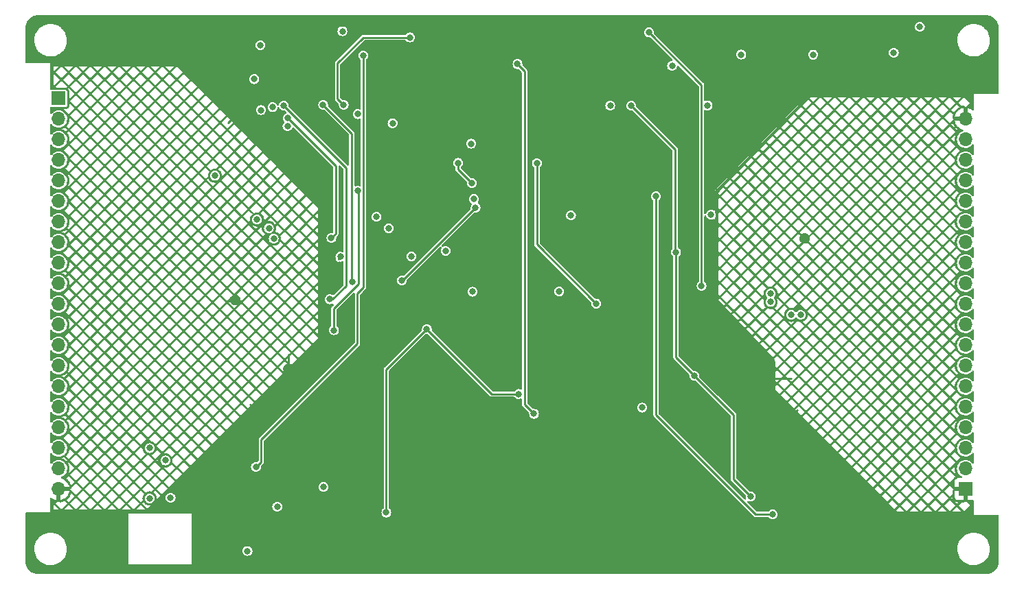
<source format=gbr>
%TF.GenerationSoftware,KiCad,Pcbnew,(6.0.6)*%
%TF.CreationDate,2023-08-16T17:32:26+09:00*%
%TF.ProjectId,TestBoard,54657374-426f-4617-9264-2e6b69636164,rev?*%
%TF.SameCoordinates,PX6c56600PY7f867c0*%
%TF.FileFunction,Copper,L2,Inr*%
%TF.FilePolarity,Positive*%
%FSLAX46Y46*%
G04 Gerber Fmt 4.6, Leading zero omitted, Abs format (unit mm)*
G04 Created by KiCad (PCBNEW (6.0.6)) date 2023-08-16 17:32:26*
%MOMM*%
%LPD*%
G01*
G04 APERTURE LIST*
%TA.AperFunction,ComponentPad*%
%ADD10R,1.700000X1.700000*%
%TD*%
%TA.AperFunction,ComponentPad*%
%ADD11O,1.700000X1.700000*%
%TD*%
%TA.AperFunction,ViaPad*%
%ADD12C,0.800000*%
%TD*%
%TA.AperFunction,Conductor*%
%ADD13C,0.250000*%
%TD*%
G04 APERTURE END LIST*
D10*
%TO.N,GND*%
%TO.C,J3*%
X115900000Y10480000D03*
D11*
%TO.N,Net-(J3-Pad2)*%
X115900000Y13020000D03*
%TO.N,Net-(J3-Pad3)*%
X115900000Y15560000D03*
%TO.N,Net-(J3-Pad4)*%
X115900000Y18100000D03*
%TO.N,Net-(J3-Pad5)*%
X115900000Y20640000D03*
%TO.N,Net-(J3-Pad6)*%
X115900000Y23180000D03*
%TO.N,Net-(J3-Pad7)*%
X115900000Y25720000D03*
%TO.N,Net-(J3-Pad8)*%
X115900000Y28260000D03*
%TO.N,Net-(J3-Pad9)*%
X115900000Y30800000D03*
%TO.N,Net-(J3-Pad10)*%
X115900000Y33340000D03*
%TO.N,Net-(J3-Pad11)*%
X115900000Y35880000D03*
%TO.N,Net-(J3-Pad12)*%
X115900000Y38420000D03*
%TO.N,Net-(J3-Pad13)*%
X115900000Y40960000D03*
%TO.N,Net-(J3-Pad14)*%
X115900000Y43500000D03*
%TO.N,Net-(J3-Pad15)*%
X115900000Y46040000D03*
%TO.N,Net-(J3-Pad16)*%
X115900000Y48580000D03*
%TO.N,Net-(J3-Pad17)*%
X115900000Y51120000D03*
%TO.N,Net-(J3-Pad18)*%
X115900000Y53660000D03*
%TO.N,GND*%
X115900000Y56200000D03*
%TD*%
D10*
%TO.N,Net-(J4-Pad1)*%
%TO.C,J4*%
X4090000Y58723800D03*
D11*
%TO.N,Net-(J4-Pad2)*%
X4090000Y56183800D03*
%TO.N,Net-(J4-Pad3)*%
X4090000Y53643800D03*
%TO.N,Net-(J4-Pad4)*%
X4090000Y51103800D03*
%TO.N,Net-(J4-Pad5)*%
X4090000Y48563800D03*
%TO.N,Net-(J4-Pad6)*%
X4090000Y46023800D03*
%TO.N,Net-(J4-Pad7)*%
X4090000Y43483800D03*
%TO.N,Net-(J4-Pad8)*%
X4090000Y40943800D03*
%TO.N,Net-(J4-Pad9)*%
X4090000Y38403800D03*
%TO.N,Net-(J4-Pad10)*%
X4090000Y35863800D03*
%TO.N,Net-(J4-Pad11)*%
X4090000Y33323800D03*
%TO.N,Net-(J4-Pad12)*%
X4090000Y30783800D03*
%TO.N,Net-(J4-Pad13)*%
X4090000Y28243800D03*
%TO.N,Net-(J4-Pad14)*%
X4090000Y25703800D03*
%TO.N,Net-(J4-Pad15)*%
X4090000Y23163800D03*
%TO.N,Net-(J4-Pad16)*%
X4090000Y20623800D03*
%TO.N,Net-(J4-Pad17)*%
X4090000Y18083800D03*
%TO.N,Net-(J4-Pad18)*%
X4090000Y15543800D03*
%TO.N,Net-(J4-Pad19)*%
X4090000Y13003800D03*
%TO.N,GND*%
X4090000Y10463800D03*
%TD*%
D12*
%TO.N,GND*%
X75220000Y38120000D03*
X69960000Y38380000D03*
X45220000Y39080000D03*
X16530000Y780000D03*
X16590000Y8010000D03*
X68089700Y23250900D03*
%TO.N,Net-(IC6-Pad13)*%
X28560000Y43760000D03*
X39080000Y67020000D03*
%TO.N,GND*%
X51820000Y62760000D03*
X22150000Y63810000D03*
X19530000Y62790000D03*
X35000000Y56430000D03*
X44590000Y29950000D03*
X63270000Y35580000D03*
X60490000Y34590000D03*
X81170000Y31860000D03*
X82510000Y32920000D03*
X81350000Y33330000D03*
X82710000Y34340000D03*
X62500000Y67810000D03*
X56270000Y67910000D03*
X47240000Y68000000D03*
X51270000Y68040000D03*
X42410000Y56430000D03*
X32350000Y50510000D03*
X33740000Y49160000D03*
X33560000Y51030000D03*
X32498436Y52000252D03*
X32500000Y53410000D03*
X26570000Y57370000D03*
X28970000Y54750000D03*
X26554357Y58673576D03*
X27450000Y56150000D03*
X24420000Y60580000D03*
X23860000Y59410000D03*
X22740000Y60810000D03*
X14419641Y64071215D03*
X11740000Y64280000D03*
X5760000Y64200000D03*
X9567810Y63987563D03*
X7430000Y64660000D03*
X10948072Y65493303D03*
X8480000Y66000000D03*
X5970763Y65451477D03*
X6010000Y67790000D03*
X7640000Y67290000D03*
X9740000Y67000000D03*
X39570000Y62010000D03*
X40200000Y63120000D03*
X56620000Y63630000D03*
X46220000Y64220000D03*
X47890000Y62460000D03*
X46420000Y61930000D03*
X48140000Y64190000D03*
X46950000Y63320000D03*
X48650000Y54930000D03*
X49680000Y46730000D03*
X48900000Y48210000D03*
X48650000Y51720000D03*
X42650000Y47250000D03*
X42780000Y45720000D03*
X39310000Y32000000D03*
X44250000Y31810000D03*
X44380000Y33540000D03*
X54160000Y29230000D03*
X49790000Y27630000D03*
X42280000Y28850000D03*
X41360000Y26260000D03*
X39630000Y29240000D03*
X42194498Y27456523D03*
X36090000Y27010000D03*
X34441941Y23848912D03*
X31002904Y22714959D03*
X29790000Y19310000D03*
X32790000Y23200000D03*
X35980000Y20090000D03*
X33200000Y18430000D03*
X35040000Y16420000D03*
X33370000Y15360000D03*
X35930000Y18260000D03*
X36153514Y21549568D03*
X34370000Y19290000D03*
X32444930Y16948694D03*
X26840000Y17790000D03*
X30800000Y20960000D03*
X26075768Y14659568D03*
X26050000Y12620000D03*
X23430000Y12350000D03*
X25770000Y16420000D03*
X21670000Y7470000D03*
X21470000Y3640000D03*
X11400000Y2000000D03*
X11146522Y4175479D03*
X10979218Y6015828D03*
X9100000Y5010000D03*
X9600000Y1410000D03*
X9222520Y3255304D03*
X6800000Y1460000D03*
X8140000Y6270000D03*
X3660000Y6310000D03*
X7005736Y3924522D03*
X1819296Y6224959D03*
X5790000Y5930000D03*
X21534369Y12513018D03*
X20251702Y10505364D03*
X20307470Y8637130D03*
X28840000Y9450000D03*
X24740000Y1320000D03*
X22400000Y5310000D03*
X21870000Y1460000D03*
X26800000Y1400000D03*
X39150459Y1233276D03*
X45680000Y1600000D03*
X40770000Y1540000D03*
X37610000Y1630000D03*
X31890000Y1560000D03*
X29451843Y1540712D03*
X28800000Y3570000D03*
X30770000Y3600000D03*
X31870000Y5840000D03*
X32640000Y7390000D03*
X33460000Y9330000D03*
X86680000Y57720000D03*
X84970000Y59890000D03*
X81810000Y59580000D03*
X42730000Y7120000D03*
X40780000Y7600000D03*
X37430000Y7250000D03*
X36990000Y8520000D03*
X43450000Y14520000D03*
X40400000Y12970000D03*
X39160000Y13440000D03*
X43016945Y23794002D03*
X42960000Y22200000D03*
X42654452Y20670985D03*
X41399668Y21256551D03*
X41734277Y23124784D03*
X41900000Y24350000D03*
X54940000Y22990000D03*
X64420000Y18430000D03*
X57830000Y16120000D03*
X55720000Y21370000D03*
X55340000Y17820000D03*
X52620000Y14930000D03*
X53320000Y16720000D03*
X51790000Y17530000D03*
X49820869Y17441744D03*
X49990000Y14930000D03*
X47690000Y17270000D03*
X47350000Y14850000D03*
X51201131Y15936003D03*
X48570000Y16230000D03*
X46220000Y15810000D03*
X46270000Y17610000D03*
X51540000Y11710000D03*
X50280000Y11880000D03*
X51570000Y9650000D03*
X51290000Y7700000D03*
X50282750Y9203018D03*
X53840000Y3210000D03*
X50520000Y1840000D03*
X50410000Y5640000D03*
X50830000Y4210000D03*
X51970000Y3130000D03*
X53530000Y1590000D03*
X57880000Y1790000D03*
X55930000Y2710000D03*
X59890000Y1730000D03*
X58730000Y3600000D03*
X61660220Y3631914D03*
X64140000Y1400000D03*
X70420000Y1650000D03*
X67540000Y1350000D03*
X73820000Y3380000D03*
X72906734Y1943687D03*
X69470000Y3110000D03*
X65140000Y3040000D03*
X65210000Y7220000D03*
X59698091Y7096518D03*
X60450961Y5548952D03*
X61287483Y7431127D03*
X63169659Y7180171D03*
X63713399Y4754255D03*
X64048008Y9480608D03*
X61287483Y9313303D03*
X59280000Y9100000D03*
X59190000Y11800000D03*
X59380000Y13360000D03*
X57265299Y13162291D03*
X66110000Y11930000D03*
X64830000Y13130000D03*
X76010000Y15650000D03*
X71970000Y14060000D03*
X69430000Y13440000D03*
X73250000Y15650000D03*
X70491361Y15256698D03*
X67620000Y15280000D03*
X85340000Y7560000D03*
X79930000Y12720000D03*
X74410000Y11830000D03*
X74100000Y7930000D03*
X73151674Y9153570D03*
X77840000Y12580000D03*
X77750000Y8340000D03*
X82240000Y6890000D03*
X80210000Y4970000D03*
X76140000Y5280000D03*
X73630000Y4860000D03*
X75772778Y3325796D03*
X76270000Y1460000D03*
X79230000Y2020000D03*
X81350000Y3130000D03*
X78200000Y4130000D03*
X81990000Y8790000D03*
X82210000Y1350000D03*
X82350000Y4690000D03*
X84300000Y3050000D03*
X84160000Y6200000D03*
X83940000Y8400000D03*
X86228316Y8985741D03*
X88486927Y1819531D03*
X88320000Y4360000D03*
X86810000Y6530000D03*
X86367736Y3771417D03*
X86284084Y1512806D03*
X90830000Y1320000D03*
X95260000Y1290000D03*
X90100000Y2820000D03*
X90100000Y4380000D03*
X90830000Y6030000D03*
X88770000Y5920000D03*
X91070000Y8540000D03*
X115070000Y62860000D03*
X118590000Y62780000D03*
X118390119Y60461942D03*
X115680000Y6250000D03*
X105137178Y8074484D03*
X97460000Y2740000D03*
X93611766Y3463653D03*
X93140000Y1710000D03*
X95229043Y2878087D03*
X92070000Y3970000D03*
X103030000Y2300000D03*
X99390000Y3680000D03*
X98135919Y1543036D03*
X101020000Y4220000D03*
X101360000Y1380000D03*
X104033403Y3634343D03*
X105290000Y1540000D03*
X107300000Y3720000D03*
X107710000Y1250000D03*
X109850000Y3630000D03*
X111390000Y1330000D03*
X113067847Y2839646D03*
X113990000Y5600000D03*
X111269323Y5600171D03*
X108090537Y5474692D03*
X102740000Y5810000D03*
X105460000Y5890000D03*
X103200000Y7650000D03*
X100938270Y6813128D03*
X98220000Y8150000D03*
X100190000Y8570000D03*
X102320000Y9990000D03*
X65880000Y28250000D03*
X65970000Y32300000D03*
X99240000Y10730000D03*
X101340000Y12010000D03*
X97350000Y9640000D03*
X96874609Y12598317D03*
X99500000Y13600000D03*
X94760000Y11650000D03*
X95120000Y14750000D03*
X97520000Y14910000D03*
X93780000Y13660000D03*
X93640000Y16200000D03*
X96150000Y16390000D03*
X90955160Y17327415D03*
X93185887Y19920635D03*
X93970000Y18160000D03*
X91790000Y19170000D03*
X88890000Y15990000D03*
X88835970Y17662024D03*
X89840000Y18640000D03*
X91480000Y20420000D03*
X82785124Y17383184D03*
X85690000Y17380000D03*
X89086927Y20171592D03*
X91210000Y22460000D03*
X91100000Y24890000D03*
X89300000Y28490000D03*
X88600000Y25510000D03*
X82590000Y19870000D03*
X80910000Y19930000D03*
X81639714Y21045622D03*
X79970000Y21050000D03*
X79440000Y22160000D03*
X90520000Y26300000D03*
X89010000Y26800000D03*
X83810000Y31240000D03*
X81470000Y27490000D03*
X79920000Y24420000D03*
X84390000Y24980000D03*
X84350000Y26910000D03*
X73290000Y24210000D03*
X74740000Y24020000D03*
X76130000Y25510000D03*
X63430000Y23370000D03*
X66050000Y25470000D03*
X54180000Y27640000D03*
X54260000Y30680000D03*
X53570000Y36740000D03*
X52480000Y37930000D03*
X66280000Y41540000D03*
X81970432Y43491942D03*
%TO.N,Net-(IC5-Pad12)*%
X84510000Y44350000D03*
%TO.N,GND*%
X85510000Y49910000D03*
X82220000Y46370000D03*
X60700000Y59120000D03*
X62370956Y59395566D03*
X62450000Y61400000D03*
X62210000Y64700000D03*
X61290000Y66750000D03*
X56180000Y66500000D03*
X54970000Y63370000D03*
X57093247Y61789108D03*
X56930000Y59140000D03*
X56563449Y56881509D03*
X55920000Y55150000D03*
X66100000Y50650000D03*
X72750000Y41610000D03*
X67020000Y46800000D03*
X73970000Y42870000D03*
X73510000Y44710000D03*
X73340000Y46590000D03*
X78650000Y55750000D03*
X78690000Y49730000D03*
X78650000Y51690000D03*
X68950000Y48090000D03*
X73840000Y48780000D03*
X67030000Y52260000D03*
X66380000Y58930000D03*
X67640000Y61290000D03*
X66990000Y62390000D03*
X67067053Y63966244D03*
X67390000Y67290000D03*
X84910000Y62190000D03*
X89950000Y57700000D03*
X92267313Y62277507D03*
X93580000Y63480000D03*
X86520000Y62670000D03*
X85128988Y63727480D03*
X83344406Y62723653D03*
X114150000Y67700000D03*
X104860000Y67780000D03*
X100300000Y67740000D03*
X109250000Y60550000D03*
X89430000Y52980000D03*
X93070000Y59040000D03*
X85330000Y55280000D03*
X85300000Y53010000D03*
X81750000Y50130000D03*
X81370000Y53220000D03*
X80700000Y55400000D03*
X95670000Y67820000D03*
X91160000Y67900000D03*
X80780000Y65770000D03*
X55270000Y64980000D03*
X66810000Y60250000D03*
X67030000Y65470000D03*
X69741030Y55355125D03*
X74467382Y53807558D03*
X74718339Y51548947D03*
X71830000Y50380000D03*
X70995814Y47491813D03*
X66980000Y48700000D03*
X69657378Y52887383D03*
X68779029Y51130686D03*
X71999641Y52678253D03*
X71999641Y54560428D03*
X67690000Y54730000D03*
X90150000Y54600000D03*
X86011393Y51214338D03*
X86555133Y54644081D03*
X90528615Y59454085D03*
X101930000Y61580000D03*
X104327856Y60853855D03*
X99726982Y60351942D03*
X102933652Y62861509D03*
X111658518Y60626348D03*
X115115885Y60875997D03*
X113290000Y63210000D03*
X109970000Y62400000D03*
X62411100Y56280200D03*
X60363100Y53580000D03*
X27127100Y66832800D03*
X72209400Y62314900D03*
X81884000Y39972500D03*
%TO.N,Net-(IC6-Pad12)*%
X29048250Y57281750D03*
%TO.N,Net-(IC6-Pad11)*%
X30610000Y41410000D03*
%TO.N,Net-(IC6-Pad12)*%
X30020000Y42710000D03*
%TO.N,+5VD*%
X28225000Y61105000D03*
%TO.N,Net-(C22-Pad1)*%
X54945800Y53133300D03*
X45265000Y55663500D03*
%TO.N,Net-(FL1-Pad3)*%
X44789300Y42695700D03*
X55106600Y34852800D03*
%TO.N,Net-(U26-Pad1)*%
X47581800Y39232500D03*
X65812500Y34892400D03*
%TO.N,Net-(IC6-Pad28)*%
X15310000Y9330000D03*
X15310000Y15550000D03*
%TO.N,Net-(IC6-Pad29)*%
X17900000Y9420000D03*
X17260000Y14020000D03*
%TO.N,Net-(IC6-Pad35)*%
X55500400Y45251400D03*
X46407400Y36242700D03*
%TO.N,Net-(IC6-Pad36)*%
X67257500Y44272600D03*
X51794500Y39898000D03*
%TO.N,Net-(IC4-Pad3)*%
X40957300Y56786700D03*
X32308900Y55278700D03*
%TO.N,Net-(IC3-Pad4)*%
X27380000Y2840000D03*
X38828300Y39174500D03*
%TO.N,Net-(Q1-Pad1)*%
X70378300Y33394700D03*
X63052500Y50741800D03*
%TO.N,Net-(Q2-Pad1)*%
X55295000Y46287600D03*
X43292500Y44093200D03*
%TO.N,Net-(C20-Pad1)*%
X55045400Y48270000D03*
X53346300Y50751800D03*
%TO.N,Net-(R21-Pad1)*%
X38044100Y30101100D03*
X40960400Y47322000D03*
%TO.N,Net-(R19-Pad2)*%
X92122700Y7364900D03*
X77740800Y46628600D03*
%TO.N,Net-(IC5-Pad10)*%
X88250700Y64141400D03*
X91860000Y33590000D03*
%TO.N,Net-(IC6-Pad40)*%
X32365100Y56294800D03*
X37720000Y41480000D03*
%TO.N,Net-(IC5-Pad40)*%
X110270900Y67549100D03*
X76880000Y66866000D03*
X83355100Y35578900D03*
%TO.N,+5C*%
X28420000Y13189100D03*
X41647300Y64039400D03*
%TO.N,+5P*%
X36746100Y10738900D03*
X89410000Y9580000D03*
X82450000Y24485000D03*
X80207500Y39732500D03*
X74699800Y57811300D03*
%TO.N,+5VD*%
X36702700Y57934900D03*
X40311600Y36092400D03*
%TO.N,Net-(IC5-Pad11)*%
X97120400Y64130300D03*
X72100200Y57811300D03*
X91881001Y34621001D03*
%TO.N,Net-(IC6-Pad12)*%
X39241300Y57934900D03*
X47418200Y66252100D03*
%TO.N,Net-(IC5-Pad12)*%
X84103500Y57868100D03*
X94410000Y31996700D03*
%TO.N,Net-(IC6-Pad10)*%
X23370000Y49170000D03*
X28970000Y65310000D03*
%TO.N,Net-(C3-Pad1)*%
X44493500Y7585600D03*
X49485000Y30245000D03*
X60810100Y22223500D03*
%TO.N,Net-(IC6-Pad11)*%
X30460000Y57635500D03*
%TO.N,Net-(IC5-Pad13)*%
X107053200Y64364900D03*
X79717200Y62745700D03*
X95560000Y31996700D03*
%TO.N,Net-(IC6-Pad30)*%
X37540600Y33924700D03*
X31852300Y57842500D03*
%TO.N,+BATT*%
X60663300Y62964800D03*
X62696200Y19781400D03*
X76009400Y20544400D03*
X31043700Y8298600D03*
%TO.N,GND*%
X37756800Y19740500D03*
X96060000Y41460900D03*
X39440000Y25378100D03*
X25846900Y33862000D03*
X42640000Y17001900D03*
X33000000Y67514700D03*
X49760000Y26290000D03*
X38807000Y35875000D03*
X24666900Y9490000D03*
X27902800Y15448400D03*
X36320000Y14724000D03*
X41648300Y65137900D03*
X51532300Y47019700D03*
X45218700Y6850000D03*
X47638700Y1295000D03*
X57254700Y48329300D03*
X32426400Y25321600D03*
X45970500Y60245000D03*
%TD*%
D13*
%TO.N,+5P*%
X87313400Y19621600D02*
X82450000Y24485000D01*
X87313400Y11676600D02*
X87313400Y19621600D01*
X89410000Y9580000D02*
X87313400Y11676600D01*
%TO.N,GND*%
X47828500Y44709400D02*
X47828500Y45078400D01*
X43267500Y40148400D02*
X47828500Y44709400D01*
X43267500Y35736700D02*
X43267500Y40148400D01*
X41690800Y34160000D02*
X43267500Y35736700D01*
X63463000Y12730000D02*
X67848700Y8344300D01*
X68089700Y23250900D02*
X63463000Y18624200D01*
X63463000Y18624200D02*
X63463000Y12730000D01*
X67848700Y8344300D02*
X67848700Y6430000D01*
%TO.N,Net-(IC6-Pad12)*%
X38471400Y58704800D02*
X39241300Y57934900D01*
%TO.N,Net-(IC3-Pad4)*%
X38828300Y39174500D02*
X38575299Y38921499D01*
X38575299Y38921499D02*
X38575299Y38879499D01*
%TO.N,Net-(IC6-Pad40)*%
X38265100Y50394800D02*
X32365100Y56294800D01*
X38265100Y42025100D02*
X38265100Y50394800D01*
X37720000Y41480000D02*
X38265100Y42025100D01*
%TO.N,Net-(IC5-Pad12)*%
X84103500Y57868100D02*
X83991700Y57756300D01*
%TO.N,GND*%
X45970500Y60815700D02*
X45970500Y60245000D01*
X41648300Y65137900D02*
X45970500Y60815700D01*
%TO.N,+5C*%
X41685500Y64001200D02*
X41647300Y64039400D01*
X40932600Y28432600D02*
X40932600Y34654300D01*
X29078000Y16578000D02*
X40932600Y28432600D01*
X41685500Y35407200D02*
X41685500Y64001200D01*
X28420000Y13189100D02*
X29078000Y13847100D01*
X29078000Y13847100D02*
X29078000Y16578000D01*
X40932600Y34654300D02*
X41685500Y35407200D01*
%TO.N,Net-(IC3-Pad4)*%
X27380000Y2840000D02*
X27385600Y2845600D01*
%TO.N,Net-(IC6-Pad35)*%
X46491700Y36242700D02*
X55500400Y45251400D01*
X46407400Y36242700D02*
X46491700Y36242700D01*
%TO.N,Net-(Q1-Pad1)*%
X63052500Y40720500D02*
X70378300Y33394700D01*
X63052500Y50741800D02*
X63052500Y40720500D01*
%TO.N,Net-(C20-Pad1)*%
X53346300Y49969100D02*
X55045400Y48270000D01*
X53346300Y50751800D02*
X53346300Y49969100D01*
%TO.N,Net-(R21-Pad1)*%
X41042300Y47240100D02*
X40960400Y47322000D01*
X41042300Y35797600D02*
X41042300Y47240100D01*
X38044100Y32799400D02*
X41042300Y35797600D01*
X38044100Y30101100D02*
X38044100Y32799400D01*
%TO.N,Net-(R19-Pad2)*%
X90044000Y7364900D02*
X92122700Y7364900D01*
X77740800Y19668100D02*
X90044000Y7364900D01*
X77740800Y46628600D02*
X77740800Y19668100D01*
%TO.N,Net-(IC5-Pad40)*%
X83355000Y60391000D02*
X76880000Y66866000D01*
X83355100Y60391000D02*
X83355000Y60391000D01*
X83355100Y35578900D02*
X83355100Y60391000D01*
%TO.N,+5P*%
X80104900Y39835100D02*
X80207500Y39732500D01*
X80104900Y52406200D02*
X80104900Y39835100D01*
X74699800Y57811300D02*
X80104900Y52406200D01*
X80207500Y26727500D02*
X82450000Y24485000D01*
X80207500Y39732500D02*
X80207500Y26727500D01*
%TO.N,+5VD*%
X40235300Y36168700D02*
X40311600Y36092400D01*
X40235300Y54402300D02*
X40235300Y36168700D01*
X36702700Y57934900D02*
X40235300Y54402300D01*
%TO.N,Net-(IC6-Pad12)*%
X41664000Y66252100D02*
X47418200Y66252100D01*
X38471400Y63059500D02*
X41664000Y66252100D01*
X38471400Y58704800D02*
X38471400Y63059500D01*
%TO.N,Net-(C3-Pad1)*%
X44493500Y25253500D02*
X44493500Y7585600D01*
X49485000Y30245000D02*
X44493500Y25253500D01*
X57506500Y22223500D02*
X60810100Y22223500D01*
X49485000Y30245000D02*
X57506500Y22223500D01*
%TO.N,Net-(IC6-Pad30)*%
X37882200Y33924700D02*
X37540600Y33924700D01*
X39552800Y35595300D02*
X37882200Y33924700D01*
X39552800Y50142000D02*
X39552800Y35595300D01*
X31852300Y57842500D02*
X39552800Y50142000D01*
%TO.N,+BATT*%
X61535200Y62092900D02*
X60663300Y62964800D01*
X61535200Y20942400D02*
X61535200Y62092900D01*
X62696200Y19781400D02*
X61535200Y20942400D01*
%TO.N,GND*%
X95817100Y5501600D02*
X95817100Y4242200D01*
X92103600Y9215100D02*
X95817100Y5501600D01*
X37756800Y23694900D02*
X37756800Y19740500D01*
X39440000Y25378100D02*
X37756800Y23694900D01*
X92103600Y12490000D02*
X90385100Y12490000D01*
X92103600Y17156900D02*
X92103600Y12490000D01*
X95186200Y20239500D02*
X92103600Y17156900D01*
X92103600Y12490000D02*
X92103600Y9215100D01*
X27127100Y57898700D02*
X27127100Y66832800D01*
X24967500Y55739100D02*
X27127100Y57898700D01*
X89119300Y24164400D02*
X89101800Y24181900D01*
X94367400Y24164400D02*
X89119300Y24164400D01*
X38690900Y35991100D02*
X38807000Y35875000D01*
X36427800Y35991100D02*
X38690900Y35991100D01*
X24615400Y9490000D02*
X24666900Y9490000D01*
X24615400Y15220800D02*
X24615400Y9490000D01*
X23448200Y16388000D02*
X24615400Y15220800D01*
X24615400Y9490000D02*
X24615400Y6520000D01*
X27902800Y20641500D02*
X27902800Y15448400D01*
X27659100Y20885200D02*
X27902800Y20641500D01*
X39901400Y19740500D02*
X42640000Y17001900D01*
X37756800Y19740500D02*
X39901400Y19740500D01*
X37756800Y16160800D02*
X36320000Y14724000D01*
X37756800Y19740500D02*
X37756800Y16160800D01*
X40352300Y14714200D02*
X40352300Y11398600D01*
X42640000Y17001900D02*
X40352300Y14714200D01*
X88149300Y23229400D02*
X88149300Y22268900D01*
X89101800Y24181900D02*
X88149300Y23229400D01*
X41217700Y10533200D02*
X41217700Y6850000D01*
X40352300Y11398600D02*
X41217700Y10533200D01*
X41217700Y6850000D02*
X41217700Y4376400D01*
X41217700Y6850000D02*
X45218700Y6850000D01*
X45218700Y3715000D02*
X47638700Y1295000D01*
X45218700Y6850000D02*
X45218700Y3715000D01*
X32426400Y27116800D02*
X32426400Y25321600D01*
X60363100Y51437700D02*
X60363100Y53580000D01*
X57254700Y48329300D02*
X60363100Y51437700D01*
X49591000Y45078400D02*
X47828500Y45078400D01*
X51532300Y47019700D02*
X49591000Y45078400D01*
X47828500Y45078400D02*
X46086900Y46820000D01*
X80830000Y41026500D02*
X81884000Y39972500D01*
X80830000Y46320000D02*
X80830000Y41026500D01*
X66174700Y56280200D02*
X72209400Y62314900D01*
X62411100Y56280200D02*
X66174700Y56280200D01*
X85446800Y47226300D02*
X84716800Y47956300D01*
%TD*%
%TA.AperFunction,Conductor*%
%TO.N,GND*%
G36*
X116950000Y57361345D02*
G01*
X116929998Y57293224D01*
X116876342Y57246731D01*
X116806068Y57236627D01*
X116745908Y57262463D01*
X116658140Y57331778D01*
X116649552Y57337483D01*
X116463117Y57440401D01*
X116453705Y57444631D01*
X116252959Y57515720D01*
X116242988Y57518354D01*
X116171837Y57531028D01*
X116158540Y57529568D01*
X116154000Y57515011D01*
X116154000Y56072000D01*
X116133998Y56003879D01*
X116080342Y55957386D01*
X116028000Y55946000D01*
X114583225Y55946000D01*
X114569694Y55942027D01*
X114568257Y55932034D01*
X114598565Y55797554D01*
X114601645Y55787725D01*
X114681770Y55590397D01*
X114686413Y55581206D01*
X114797694Y55399612D01*
X114803777Y55391301D01*
X114943213Y55230333D01*
X114950580Y55223117D01*
X115114434Y55087084D01*
X115122881Y55081169D01*
X115306756Y54973721D01*
X115316042Y54969271D01*
X115515001Y54893297D01*
X115529866Y54888978D01*
X115529289Y54886992D01*
X115584260Y54857918D01*
X115619110Y54796064D01*
X115614988Y54725187D01*
X115573201Y54667791D01*
X115531930Y54646772D01*
X115510489Y54640462D01*
X115510484Y54640460D01*
X115504572Y54638720D01*
X115322002Y54543274D01*
X115317201Y54539414D01*
X115317198Y54539412D01*
X115166254Y54418050D01*
X115161447Y54414185D01*
X115029024Y54256370D01*
X115026056Y54250972D01*
X115026053Y54250967D01*
X114980366Y54167861D01*
X114929776Y54075838D01*
X114867484Y53879468D01*
X114866798Y53873351D01*
X114866797Y53873347D01*
X114851400Y53736078D01*
X114844520Y53674738D01*
X114861759Y53469447D01*
X114918544Y53271414D01*
X114921359Y53265937D01*
X114921360Y53265934D01*
X114964593Y53181811D01*
X115012712Y53088182D01*
X115140677Y52926730D01*
X115297564Y52793209D01*
X115477398Y52692703D01*
X115548003Y52669762D01*
X115667471Y52630944D01*
X115667475Y52630943D01*
X115673329Y52629041D01*
X115877894Y52604649D01*
X115884029Y52605121D01*
X115884031Y52605121D01*
X115940039Y52609431D01*
X116083300Y52620454D01*
X116089230Y52622110D01*
X116089232Y52622110D01*
X116213104Y52656696D01*
X116281725Y52675855D01*
X116287214Y52678628D01*
X116287220Y52678630D01*
X116460116Y52765967D01*
X116465610Y52768742D01*
X116627951Y52895576D01*
X116728618Y53012201D01*
X116788271Y53050698D01*
X116859267Y53050834D01*
X116919067Y53012564D01*
X116948683Y52948040D01*
X116950000Y52929870D01*
X116950000Y51848601D01*
X116929998Y51780480D01*
X116876342Y51733987D01*
X116806068Y51723883D01*
X116741488Y51753377D01*
X116726357Y51768965D01*
X116652906Y51859025D01*
X116652903Y51859028D01*
X116649011Y51863800D01*
X116619884Y51887896D01*
X116495025Y51991189D01*
X116495021Y51991191D01*
X116490275Y51995118D01*
X116309055Y52093103D01*
X116112254Y52154023D01*
X116106129Y52154667D01*
X116106128Y52154667D01*
X115913498Y52174913D01*
X115913496Y52174913D01*
X115907369Y52175557D01*
X115820529Y52167654D01*
X115708342Y52157445D01*
X115708339Y52157444D01*
X115702203Y52156886D01*
X115504572Y52098720D01*
X115322002Y52003274D01*
X115317201Y51999414D01*
X115317198Y51999412D01*
X115180958Y51889872D01*
X115161447Y51874185D01*
X115029024Y51716370D01*
X115026056Y51710972D01*
X115026053Y51710967D01*
X114980366Y51627861D01*
X114929776Y51535838D01*
X114867484Y51339468D01*
X114866798Y51333351D01*
X114866797Y51333347D01*
X114857753Y51252718D01*
X114844520Y51134738D01*
X114861759Y50929447D01*
X114918544Y50731414D01*
X114921359Y50725937D01*
X114921360Y50725934D01*
X114983709Y50604616D01*
X115012712Y50548182D01*
X115140677Y50386730D01*
X115145370Y50382736D01*
X115145371Y50382735D01*
X115153432Y50375875D01*
X115297564Y50253209D01*
X115477398Y50152703D01*
X115572238Y50121887D01*
X115667471Y50090944D01*
X115667475Y50090943D01*
X115673329Y50089041D01*
X115877894Y50064649D01*
X115884029Y50065121D01*
X115884031Y50065121D01*
X115940039Y50069431D01*
X116083300Y50080454D01*
X116089230Y50082110D01*
X116089232Y50082110D01*
X116275797Y50134200D01*
X116275796Y50134200D01*
X116281725Y50135855D01*
X116287214Y50138628D01*
X116287220Y50138630D01*
X116460116Y50225967D01*
X116465610Y50228742D01*
X116627951Y50355576D01*
X116636345Y50365300D01*
X116728618Y50472201D01*
X116788271Y50510698D01*
X116859267Y50510834D01*
X116919067Y50472564D01*
X116948683Y50408040D01*
X116950000Y50389870D01*
X116950000Y49308601D01*
X116929998Y49240480D01*
X116876342Y49193987D01*
X116806068Y49183883D01*
X116741488Y49213377D01*
X116726357Y49228965D01*
X116652906Y49319025D01*
X116652903Y49319028D01*
X116649011Y49323800D01*
X116631786Y49338050D01*
X116495025Y49451189D01*
X116495021Y49451191D01*
X116490275Y49455118D01*
X116309055Y49553103D01*
X116112254Y49614023D01*
X116106129Y49614667D01*
X116106128Y49614667D01*
X115913498Y49634913D01*
X115913496Y49634913D01*
X115907369Y49635557D01*
X115820529Y49627654D01*
X115708342Y49617445D01*
X115708339Y49617444D01*
X115702203Y49616886D01*
X115504572Y49558720D01*
X115322002Y49463274D01*
X115317201Y49459414D01*
X115317198Y49459412D01*
X115306971Y49451189D01*
X115161447Y49334185D01*
X115029024Y49176370D01*
X115026056Y49170972D01*
X115026053Y49170967D01*
X114998081Y49120085D01*
X114929776Y48995838D01*
X114867484Y48799468D01*
X114866798Y48793351D01*
X114866797Y48793347D01*
X114853712Y48676686D01*
X114844520Y48594738D01*
X114861759Y48389447D01*
X114918544Y48191414D01*
X114921359Y48185937D01*
X114921360Y48185934D01*
X114983709Y48064616D01*
X115012712Y48008182D01*
X115140677Y47846730D01*
X115145370Y47842736D01*
X115145371Y47842735D01*
X115153432Y47835875D01*
X115297564Y47713209D01*
X115302942Y47710203D01*
X115302944Y47710202D01*
X115334563Y47692531D01*
X115477398Y47612703D01*
X115572238Y47581887D01*
X115667471Y47550944D01*
X115667475Y47550943D01*
X115673329Y47549041D01*
X115877894Y47524649D01*
X115884029Y47525121D01*
X115884031Y47525121D01*
X115940039Y47529431D01*
X116083300Y47540454D01*
X116089230Y47542110D01*
X116089232Y47542110D01*
X116275797Y47594200D01*
X116275796Y47594200D01*
X116281725Y47595855D01*
X116287214Y47598628D01*
X116287220Y47598630D01*
X116460116Y47685967D01*
X116465610Y47688742D01*
X116627951Y47815576D01*
X116645473Y47835875D01*
X116728618Y47932201D01*
X116788271Y47970698D01*
X116859267Y47970834D01*
X116919067Y47932564D01*
X116948683Y47868040D01*
X116950000Y47849870D01*
X116950000Y46768601D01*
X116929998Y46700480D01*
X116876342Y46653987D01*
X116806068Y46643883D01*
X116741488Y46673377D01*
X116726357Y46688965D01*
X116652906Y46779025D01*
X116652903Y46779028D01*
X116649011Y46783800D01*
X116619884Y46807896D01*
X116495025Y46911189D01*
X116495021Y46911191D01*
X116490275Y46915118D01*
X116309055Y47013103D01*
X116112254Y47074023D01*
X116106129Y47074667D01*
X116106128Y47074667D01*
X115913498Y47094913D01*
X115913496Y47094913D01*
X115907369Y47095557D01*
X115820529Y47087654D01*
X115708342Y47077445D01*
X115708339Y47077444D01*
X115702203Y47076886D01*
X115504572Y47018720D01*
X115322002Y46923274D01*
X115317201Y46919414D01*
X115317198Y46919412D01*
X115180958Y46809872D01*
X115161447Y46794185D01*
X115029024Y46636370D01*
X115026056Y46630972D01*
X115026053Y46630967D01*
X114980366Y46547861D01*
X114929776Y46455838D01*
X114867484Y46259468D01*
X114866798Y46253351D01*
X114866797Y46253347D01*
X114845207Y46060863D01*
X114844520Y46054738D01*
X114845036Y46048594D01*
X114855146Y45928204D01*
X114861759Y45849447D01*
X114918544Y45651414D01*
X114921359Y45645937D01*
X114921360Y45645934D01*
X115009897Y45473659D01*
X115012712Y45468182D01*
X115140677Y45306730D01*
X115145370Y45302736D01*
X115145371Y45302735D01*
X115153432Y45295875D01*
X115297564Y45173209D01*
X115477398Y45072703D01*
X115572238Y45041887D01*
X115667471Y45010944D01*
X115667475Y45010943D01*
X115673329Y45009041D01*
X115877894Y44984649D01*
X115884029Y44985121D01*
X115884031Y44985121D01*
X115940039Y44989431D01*
X116083300Y45000454D01*
X116089230Y45002110D01*
X116089232Y45002110D01*
X116275797Y45054200D01*
X116275796Y45054200D01*
X116281725Y45055855D01*
X116287214Y45058628D01*
X116287220Y45058630D01*
X116460116Y45145967D01*
X116465610Y45148742D01*
X116627951Y45275576D01*
X116645473Y45295875D01*
X116728618Y45392201D01*
X116788271Y45430698D01*
X116859267Y45430834D01*
X116919067Y45392564D01*
X116948683Y45328040D01*
X116950000Y45309870D01*
X116950000Y44228601D01*
X116929998Y44160480D01*
X116876342Y44113987D01*
X116806068Y44103883D01*
X116741488Y44133377D01*
X116726357Y44148965D01*
X116652906Y44239025D01*
X116652903Y44239028D01*
X116649011Y44243800D01*
X116619884Y44267896D01*
X116495025Y44371189D01*
X116495021Y44371191D01*
X116490275Y44375118D01*
X116309055Y44473103D01*
X116112254Y44534023D01*
X116106129Y44534667D01*
X116106128Y44534667D01*
X115913498Y44554913D01*
X115913496Y44554913D01*
X115907369Y44555557D01*
X115829439Y44548465D01*
X115708342Y44537445D01*
X115708339Y44537444D01*
X115702203Y44536886D01*
X115504572Y44478720D01*
X115322002Y44383274D01*
X115317201Y44379414D01*
X115317198Y44379412D01*
X115180958Y44269872D01*
X115161447Y44254185D01*
X115029024Y44096370D01*
X115026056Y44090972D01*
X115026053Y44090967D01*
X114955161Y43962014D01*
X114929776Y43915838D01*
X114867484Y43719468D01*
X114866798Y43713351D01*
X114866797Y43713347D01*
X114845207Y43520863D01*
X114844520Y43514738D01*
X114861759Y43309447D01*
X114918544Y43111414D01*
X114921359Y43105937D01*
X114921360Y43105934D01*
X114983709Y42984616D01*
X115012712Y42928182D01*
X115140677Y42766730D01*
X115145370Y42762736D01*
X115145371Y42762735D01*
X115153432Y42755875D01*
X115297564Y42633209D01*
X115477398Y42532703D01*
X115572238Y42501887D01*
X115667471Y42470944D01*
X115667475Y42470943D01*
X115673329Y42469041D01*
X115877894Y42444649D01*
X115884029Y42445121D01*
X115884031Y42445121D01*
X115940039Y42449431D01*
X116083300Y42460454D01*
X116089230Y42462110D01*
X116089232Y42462110D01*
X116275797Y42514200D01*
X116275796Y42514200D01*
X116281725Y42515855D01*
X116287214Y42518628D01*
X116287220Y42518630D01*
X116460116Y42605967D01*
X116465610Y42608742D01*
X116627951Y42735576D01*
X116645473Y42755875D01*
X116728618Y42852201D01*
X116788271Y42890698D01*
X116859267Y42890834D01*
X116919067Y42852564D01*
X116948683Y42788040D01*
X116950000Y42769870D01*
X116950000Y41688601D01*
X116929998Y41620480D01*
X116876342Y41573987D01*
X116806068Y41563883D01*
X116741488Y41593377D01*
X116726357Y41608965D01*
X116652906Y41699025D01*
X116652903Y41699028D01*
X116649011Y41703800D01*
X116619884Y41727896D01*
X116495025Y41831189D01*
X116495021Y41831191D01*
X116490275Y41835118D01*
X116309055Y41933103D01*
X116112254Y41994023D01*
X116106129Y41994667D01*
X116106128Y41994667D01*
X115913498Y42014913D01*
X115913496Y42014913D01*
X115907369Y42015557D01*
X115820529Y42007654D01*
X115708342Y41997445D01*
X115708339Y41997444D01*
X115702203Y41996886D01*
X115504572Y41938720D01*
X115499107Y41935863D01*
X115436904Y41903344D01*
X115322002Y41843274D01*
X115317201Y41839414D01*
X115317198Y41839412D01*
X115180958Y41729872D01*
X115161447Y41714185D01*
X115029024Y41556370D01*
X115026056Y41550972D01*
X115026053Y41550967D01*
X114980366Y41467861D01*
X114929776Y41375838D01*
X114867484Y41179468D01*
X114866798Y41173351D01*
X114866797Y41173347D01*
X114860675Y41118768D01*
X114844520Y40974738D01*
X114861759Y40769447D01*
X114863458Y40763522D01*
X114909289Y40603691D01*
X114918544Y40571414D01*
X114921359Y40565937D01*
X114921360Y40565934D01*
X115009897Y40393659D01*
X115012712Y40388182D01*
X115140677Y40226730D01*
X115297564Y40093209D01*
X115477398Y39992703D01*
X115572238Y39961887D01*
X115667471Y39930944D01*
X115667475Y39930943D01*
X115673329Y39929041D01*
X115877894Y39904649D01*
X115884029Y39905121D01*
X115884031Y39905121D01*
X115940039Y39909431D01*
X116083300Y39920454D01*
X116089230Y39922110D01*
X116089232Y39922110D01*
X116275797Y39974200D01*
X116275796Y39974200D01*
X116281725Y39975855D01*
X116287214Y39978628D01*
X116287220Y39978630D01*
X116460116Y40065967D01*
X116465610Y40068742D01*
X116627951Y40195576D01*
X116728618Y40312201D01*
X116788271Y40350698D01*
X116859267Y40350834D01*
X116919067Y40312564D01*
X116948683Y40248040D01*
X116950000Y40229870D01*
X116950000Y39148601D01*
X116929998Y39080480D01*
X116876342Y39033987D01*
X116806068Y39023883D01*
X116741488Y39053377D01*
X116726357Y39068965D01*
X116652906Y39159025D01*
X116652903Y39159028D01*
X116649011Y39163800D01*
X116619884Y39187896D01*
X116495025Y39291189D01*
X116495021Y39291191D01*
X116490275Y39295118D01*
X116309055Y39393103D01*
X116112254Y39454023D01*
X116106129Y39454667D01*
X116106128Y39454667D01*
X115913498Y39474913D01*
X115913496Y39474913D01*
X115907369Y39475557D01*
X115820529Y39467654D01*
X115708342Y39457445D01*
X115708339Y39457444D01*
X115702203Y39456886D01*
X115504572Y39398720D01*
X115322002Y39303274D01*
X115317201Y39299414D01*
X115317198Y39299412D01*
X115180958Y39189872D01*
X115161447Y39174185D01*
X115029024Y39016370D01*
X115026056Y39010972D01*
X115026053Y39010967D01*
X115009431Y38980731D01*
X114929776Y38835838D01*
X114867484Y38639468D01*
X114866798Y38633351D01*
X114866797Y38633347D01*
X114859016Y38563973D01*
X114844520Y38434738D01*
X114861759Y38229447D01*
X114918544Y38031414D01*
X114921359Y38025937D01*
X114921360Y38025934D01*
X114983709Y37904616D01*
X115012712Y37848182D01*
X115140677Y37686730D01*
X115145370Y37682736D01*
X115145371Y37682735D01*
X115153432Y37675875D01*
X115297564Y37553209D01*
X115477398Y37452703D01*
X115572238Y37421887D01*
X115667471Y37390944D01*
X115667475Y37390943D01*
X115673329Y37389041D01*
X115877894Y37364649D01*
X115884029Y37365121D01*
X115884031Y37365121D01*
X115940039Y37369431D01*
X116083300Y37380454D01*
X116089230Y37382110D01*
X116089232Y37382110D01*
X116275797Y37434200D01*
X116275796Y37434200D01*
X116281725Y37435855D01*
X116287214Y37438628D01*
X116287220Y37438630D01*
X116460116Y37525967D01*
X116465610Y37528742D01*
X116627951Y37655576D01*
X116645473Y37675875D01*
X116728618Y37772201D01*
X116788271Y37810698D01*
X116859267Y37810834D01*
X116919067Y37772564D01*
X116948683Y37708040D01*
X116950000Y37689870D01*
X116950000Y36608601D01*
X116929998Y36540480D01*
X116876342Y36493987D01*
X116806068Y36483883D01*
X116741488Y36513377D01*
X116726357Y36528965D01*
X116652906Y36619025D01*
X116652903Y36619028D01*
X116649011Y36623800D01*
X116619884Y36647896D01*
X116495025Y36751189D01*
X116495021Y36751191D01*
X116490275Y36755118D01*
X116309055Y36853103D01*
X116112254Y36914023D01*
X116106129Y36914667D01*
X116106128Y36914667D01*
X115913498Y36934913D01*
X115913496Y36934913D01*
X115907369Y36935557D01*
X115820529Y36927654D01*
X115708342Y36917445D01*
X115708339Y36917444D01*
X115702203Y36916886D01*
X115504572Y36858720D01*
X115322002Y36763274D01*
X115317201Y36759414D01*
X115317198Y36759412D01*
X115186938Y36654680D01*
X115161447Y36634185D01*
X115029024Y36476370D01*
X115026056Y36470972D01*
X115026053Y36470967D01*
X114980366Y36387861D01*
X114929776Y36295838D01*
X114867484Y36099468D01*
X114866798Y36093351D01*
X114866797Y36093347D01*
X114854947Y35987698D01*
X114844520Y35894738D01*
X114845036Y35888594D01*
X114851737Y35808800D01*
X114861759Y35689447D01*
X114868415Y35666234D01*
X114915592Y35501710D01*
X114918544Y35491414D01*
X114921359Y35485937D01*
X114921360Y35485934D01*
X114983196Y35365614D01*
X115012712Y35308182D01*
X115140677Y35146730D01*
X115145370Y35142736D01*
X115145371Y35142735D01*
X115262869Y35042737D01*
X115297564Y35013209D01*
X115477398Y34912703D01*
X115565986Y34883919D01*
X115667471Y34850944D01*
X115667475Y34850943D01*
X115673329Y34849041D01*
X115877894Y34824649D01*
X115884029Y34825121D01*
X115884031Y34825121D01*
X115940039Y34829431D01*
X116083300Y34840454D01*
X116089230Y34842110D01*
X116089232Y34842110D01*
X116275797Y34894200D01*
X116275796Y34894200D01*
X116281725Y34895855D01*
X116287214Y34898628D01*
X116287220Y34898630D01*
X116460116Y34985967D01*
X116465610Y34988742D01*
X116627951Y35115576D01*
X116649474Y35140510D01*
X116728618Y35232201D01*
X116788271Y35270698D01*
X116859267Y35270834D01*
X116919067Y35232564D01*
X116948683Y35168040D01*
X116950000Y35149870D01*
X116950000Y34068601D01*
X116929998Y34000480D01*
X116876342Y33953987D01*
X116806068Y33943883D01*
X116741488Y33973377D01*
X116726357Y33988965D01*
X116652906Y34079025D01*
X116652903Y34079028D01*
X116649011Y34083800D01*
X116636458Y34094185D01*
X116495025Y34211189D01*
X116495021Y34211191D01*
X116490275Y34215118D01*
X116309055Y34313103D01*
X116112254Y34374023D01*
X116106129Y34374667D01*
X116106128Y34374667D01*
X115913498Y34394913D01*
X115913496Y34394913D01*
X115907369Y34395557D01*
X115820529Y34387654D01*
X115708342Y34377445D01*
X115708339Y34377444D01*
X115702203Y34376886D01*
X115504572Y34318720D01*
X115322002Y34223274D01*
X115317201Y34219414D01*
X115317198Y34219412D01*
X115185542Y34113558D01*
X115161447Y34094185D01*
X115029024Y33936370D01*
X115026056Y33930972D01*
X115026053Y33930967D01*
X114975887Y33839714D01*
X114929776Y33755838D01*
X114867484Y33559468D01*
X114866798Y33553351D01*
X114866797Y33553347D01*
X114853325Y33433238D01*
X114844520Y33354738D01*
X114845036Y33348594D01*
X114860729Y33161718D01*
X114861759Y33149447D01*
X114863458Y33143522D01*
X114910933Y32977958D01*
X114918544Y32951414D01*
X114921359Y32945937D01*
X114921360Y32945934D01*
X115009897Y32773659D01*
X115012712Y32768182D01*
X115140677Y32606730D01*
X115145370Y32602736D01*
X115145371Y32602735D01*
X115173749Y32578584D01*
X115297564Y32473209D01*
X115302942Y32470203D01*
X115302944Y32470202D01*
X115366963Y32434423D01*
X115477398Y32372703D01*
X115538884Y32352725D01*
X115667471Y32310944D01*
X115667475Y32310943D01*
X115673329Y32309041D01*
X115877894Y32284649D01*
X115884029Y32285121D01*
X115884031Y32285121D01*
X115940039Y32289431D01*
X116083300Y32300454D01*
X116089230Y32302110D01*
X116089232Y32302110D01*
X116213104Y32336696D01*
X116281725Y32355855D01*
X116287214Y32358628D01*
X116287220Y32358630D01*
X116460116Y32445967D01*
X116465610Y32448742D01*
X116478666Y32458942D01*
X116623101Y32571787D01*
X116627951Y32575576D01*
X116645473Y32595875D01*
X116728618Y32692201D01*
X116788271Y32730698D01*
X116859267Y32730834D01*
X116919067Y32692564D01*
X116948683Y32628040D01*
X116950000Y32609870D01*
X116950000Y31528601D01*
X116929998Y31460480D01*
X116876342Y31413987D01*
X116806068Y31403883D01*
X116741488Y31433377D01*
X116726357Y31448965D01*
X116652906Y31539025D01*
X116652903Y31539028D01*
X116649011Y31543800D01*
X116617411Y31569942D01*
X116495025Y31671189D01*
X116495021Y31671191D01*
X116490275Y31675118D01*
X116309055Y31773103D01*
X116112254Y31834023D01*
X116106129Y31834667D01*
X116106128Y31834667D01*
X115913498Y31854913D01*
X115913496Y31854913D01*
X115907369Y31855557D01*
X115825714Y31848126D01*
X115708342Y31837445D01*
X115708339Y31837444D01*
X115702203Y31836886D01*
X115504572Y31778720D01*
X115322002Y31683274D01*
X115317201Y31679414D01*
X115317198Y31679412D01*
X115203135Y31587703D01*
X115161447Y31554185D01*
X115029024Y31396370D01*
X115026056Y31390972D01*
X115026053Y31390967D01*
X114943655Y31241084D01*
X114929776Y31215838D01*
X114867484Y31019468D01*
X114866798Y31013351D01*
X114866797Y31013347D01*
X114847988Y30845659D01*
X114844520Y30814738D01*
X114845036Y30808594D01*
X114857247Y30663184D01*
X114861759Y30609447D01*
X114918544Y30411414D01*
X114921359Y30405937D01*
X114921360Y30405934D01*
X115009897Y30233659D01*
X115012712Y30228182D01*
X115140677Y30066730D01*
X115145370Y30062736D01*
X115145371Y30062735D01*
X115272356Y29954663D01*
X115297564Y29933209D01*
X115477398Y29832703D01*
X115572238Y29801887D01*
X115667471Y29770944D01*
X115667475Y29770943D01*
X115673329Y29769041D01*
X115877894Y29744649D01*
X115884029Y29745121D01*
X115884031Y29745121D01*
X115940039Y29749431D01*
X116083300Y29760454D01*
X116089230Y29762110D01*
X116089232Y29762110D01*
X116275797Y29814200D01*
X116275796Y29814200D01*
X116281725Y29815855D01*
X116287214Y29818628D01*
X116287220Y29818630D01*
X116460116Y29905967D01*
X116465610Y29908742D01*
X116627951Y30035576D01*
X116645473Y30055875D01*
X116728618Y30152201D01*
X116788271Y30190698D01*
X116859267Y30190834D01*
X116919067Y30152564D01*
X116948683Y30088040D01*
X116950000Y30069870D01*
X116950000Y28988601D01*
X116929998Y28920480D01*
X116876342Y28873987D01*
X116806068Y28863883D01*
X116741488Y28893377D01*
X116726357Y28908965D01*
X116652906Y28999025D01*
X116652903Y28999028D01*
X116649011Y29003800D01*
X116619884Y29027896D01*
X116495025Y29131189D01*
X116495021Y29131191D01*
X116490275Y29135118D01*
X116309055Y29233103D01*
X116112254Y29294023D01*
X116106129Y29294667D01*
X116106128Y29294667D01*
X115913498Y29314913D01*
X115913496Y29314913D01*
X115907369Y29315557D01*
X115820529Y29307654D01*
X115708342Y29297445D01*
X115708339Y29297444D01*
X115702203Y29296886D01*
X115504572Y29238720D01*
X115322002Y29143274D01*
X115317201Y29139414D01*
X115317198Y29139412D01*
X115180958Y29029872D01*
X115161447Y29014185D01*
X115029024Y28856370D01*
X115026056Y28850972D01*
X115026053Y28850967D01*
X114980366Y28767861D01*
X114929776Y28675838D01*
X114867484Y28479468D01*
X114866798Y28473351D01*
X114866797Y28473347D01*
X114860561Y28417746D01*
X114844520Y28274738D01*
X114861759Y28069447D01*
X114918544Y27871414D01*
X114921359Y27865937D01*
X114921360Y27865934D01*
X114943924Y27822030D01*
X115012712Y27688182D01*
X115140677Y27526730D01*
X115145370Y27522736D01*
X115145371Y27522735D01*
X115153432Y27515875D01*
X115297564Y27393209D01*
X115477398Y27292703D01*
X115572238Y27261887D01*
X115667471Y27230944D01*
X115667475Y27230943D01*
X115673329Y27229041D01*
X115877894Y27204649D01*
X115884029Y27205121D01*
X115884031Y27205121D01*
X115940039Y27209431D01*
X116083300Y27220454D01*
X116089230Y27222110D01*
X116089232Y27222110D01*
X116275797Y27274200D01*
X116275796Y27274200D01*
X116281725Y27275855D01*
X116287214Y27278628D01*
X116287220Y27278630D01*
X116460116Y27365967D01*
X116465610Y27368742D01*
X116627951Y27495576D01*
X116645473Y27515875D01*
X116728618Y27612201D01*
X116788271Y27650698D01*
X116859267Y27650834D01*
X116919067Y27612564D01*
X116948683Y27548040D01*
X116950000Y27529870D01*
X116950000Y26448601D01*
X116929998Y26380480D01*
X116876342Y26333987D01*
X116806068Y26323883D01*
X116741488Y26353377D01*
X116726357Y26368965D01*
X116652906Y26459025D01*
X116652903Y26459028D01*
X116649011Y26463800D01*
X116619884Y26487896D01*
X116495025Y26591189D01*
X116495021Y26591191D01*
X116490275Y26595118D01*
X116309055Y26693103D01*
X116112254Y26754023D01*
X116106129Y26754667D01*
X116106128Y26754667D01*
X115913498Y26774913D01*
X115913496Y26774913D01*
X115907369Y26775557D01*
X115820529Y26767654D01*
X115708342Y26757445D01*
X115708339Y26757444D01*
X115702203Y26756886D01*
X115504572Y26698720D01*
X115322002Y26603274D01*
X115317201Y26599414D01*
X115317198Y26599412D01*
X115182986Y26491503D01*
X115161447Y26474185D01*
X115029024Y26316370D01*
X115026056Y26310972D01*
X115026053Y26310967D01*
X114932743Y26141235D01*
X114929776Y26135838D01*
X114867484Y25939468D01*
X114866798Y25933351D01*
X114866797Y25933347D01*
X114849759Y25781447D01*
X114844520Y25734738D01*
X114861759Y25529447D01*
X114918544Y25331414D01*
X114921359Y25325937D01*
X114921360Y25325934D01*
X115009897Y25153659D01*
X115012712Y25148182D01*
X115140677Y24986730D01*
X115145370Y24982736D01*
X115145371Y24982735D01*
X115153432Y24975875D01*
X115297564Y24853209D01*
X115477398Y24752703D01*
X115572238Y24721887D01*
X115667471Y24690944D01*
X115667475Y24690943D01*
X115673329Y24689041D01*
X115877894Y24664649D01*
X115884029Y24665121D01*
X115884031Y24665121D01*
X115940039Y24669431D01*
X116083300Y24680454D01*
X116089230Y24682110D01*
X116089232Y24682110D01*
X116275797Y24734200D01*
X116275796Y24734200D01*
X116281725Y24735855D01*
X116287214Y24738628D01*
X116287220Y24738630D01*
X116460116Y24825967D01*
X116465610Y24828742D01*
X116627951Y24955576D01*
X116645473Y24975875D01*
X116728618Y25072201D01*
X116788271Y25110698D01*
X116859267Y25110834D01*
X116919067Y25072564D01*
X116948683Y25008040D01*
X116950000Y24989870D01*
X116950000Y23908601D01*
X116929998Y23840480D01*
X116876342Y23793987D01*
X116806068Y23783883D01*
X116741488Y23813377D01*
X116726357Y23828965D01*
X116652906Y23919025D01*
X116652903Y23919028D01*
X116649011Y23923800D01*
X116619884Y23947896D01*
X116495025Y24051189D01*
X116495021Y24051191D01*
X116490275Y24055118D01*
X116309055Y24153103D01*
X116112254Y24214023D01*
X116106129Y24214667D01*
X116106128Y24214667D01*
X115913498Y24234913D01*
X115913496Y24234913D01*
X115907369Y24235557D01*
X115820529Y24227654D01*
X115708342Y24217445D01*
X115708339Y24217444D01*
X115702203Y24216886D01*
X115504572Y24158720D01*
X115322002Y24063274D01*
X115317201Y24059414D01*
X115317198Y24059412D01*
X115180958Y23949872D01*
X115161447Y23934185D01*
X115029024Y23776370D01*
X115026056Y23770972D01*
X115026053Y23770967D01*
X114980366Y23687861D01*
X114929776Y23595838D01*
X114867484Y23399468D01*
X114866798Y23393351D01*
X114866797Y23393347D01*
X114847988Y23225659D01*
X114844520Y23194738D01*
X114861759Y22989447D01*
X114918544Y22791414D01*
X114921359Y22785937D01*
X114921360Y22785934D01*
X114977646Y22676413D01*
X115012712Y22608182D01*
X115140677Y22446730D01*
X115145370Y22442736D01*
X115145371Y22442735D01*
X115153432Y22435875D01*
X115297564Y22313209D01*
X115477398Y22212703D01*
X115572238Y22181887D01*
X115667471Y22150944D01*
X115667475Y22150943D01*
X115673329Y22149041D01*
X115877894Y22124649D01*
X115884029Y22125121D01*
X115884031Y22125121D01*
X115940039Y22129431D01*
X116083300Y22140454D01*
X116089230Y22142110D01*
X116089232Y22142110D01*
X116275797Y22194200D01*
X116275796Y22194200D01*
X116281725Y22195855D01*
X116287214Y22198628D01*
X116287220Y22198630D01*
X116460116Y22285967D01*
X116465610Y22288742D01*
X116627951Y22415576D01*
X116645473Y22435875D01*
X116728618Y22532201D01*
X116788271Y22570698D01*
X116859267Y22570834D01*
X116919067Y22532564D01*
X116948683Y22468040D01*
X116950000Y22449870D01*
X116950000Y21368601D01*
X116929998Y21300480D01*
X116876342Y21253987D01*
X116806068Y21243883D01*
X116741488Y21273377D01*
X116726357Y21288965D01*
X116652906Y21379025D01*
X116652903Y21379028D01*
X116649011Y21383800D01*
X116619884Y21407896D01*
X116495025Y21511189D01*
X116495021Y21511191D01*
X116490275Y21515118D01*
X116314616Y21610096D01*
X116314474Y21610173D01*
X116309055Y21613103D01*
X116112254Y21674023D01*
X116106129Y21674667D01*
X116106128Y21674667D01*
X115913498Y21694913D01*
X115913496Y21694913D01*
X115907369Y21695557D01*
X115820529Y21687654D01*
X115708342Y21677445D01*
X115708339Y21677444D01*
X115702203Y21676886D01*
X115504572Y21618720D01*
X115322002Y21523274D01*
X115317201Y21519414D01*
X115317198Y21519412D01*
X115180958Y21409872D01*
X115161447Y21394185D01*
X115029024Y21236370D01*
X115026056Y21230972D01*
X115026053Y21230967D01*
X115003340Y21189651D01*
X114929776Y21055838D01*
X114867484Y20859468D01*
X114866798Y20853351D01*
X114866797Y20853347D01*
X114845207Y20660863D01*
X114844520Y20654738D01*
X114861759Y20449447D01*
X114918544Y20251414D01*
X114921359Y20245937D01*
X114921360Y20245934D01*
X114983709Y20124616D01*
X115012712Y20068182D01*
X115140677Y19906730D01*
X115145370Y19902736D01*
X115145371Y19902735D01*
X115270013Y19796657D01*
X115297564Y19773209D01*
X115302942Y19770203D01*
X115302944Y19770202D01*
X115346308Y19745967D01*
X115477398Y19672703D01*
X115546018Y19650407D01*
X115667471Y19610944D01*
X115667475Y19610943D01*
X115673329Y19609041D01*
X115877894Y19584649D01*
X115884029Y19585121D01*
X115884031Y19585121D01*
X115940039Y19589431D01*
X116083300Y19600454D01*
X116089230Y19602110D01*
X116089232Y19602110D01*
X116275797Y19654200D01*
X116275796Y19654200D01*
X116281725Y19655855D01*
X116287214Y19658628D01*
X116287220Y19658630D01*
X116437263Y19734423D01*
X116465610Y19748742D01*
X116627951Y19875576D01*
X116645473Y19895875D01*
X116728618Y19992201D01*
X116788271Y20030698D01*
X116859267Y20030834D01*
X116919067Y19992564D01*
X116948683Y19928040D01*
X116950000Y19909870D01*
X116950000Y18828601D01*
X116929998Y18760480D01*
X116876342Y18713987D01*
X116806068Y18703883D01*
X116741488Y18733377D01*
X116726357Y18748965D01*
X116652906Y18839025D01*
X116652903Y18839028D01*
X116649011Y18843800D01*
X116619884Y18867896D01*
X116495025Y18971189D01*
X116495021Y18971191D01*
X116490275Y18975118D01*
X116309055Y19073103D01*
X116112254Y19134023D01*
X116106129Y19134667D01*
X116106128Y19134667D01*
X115913498Y19154913D01*
X115913496Y19154913D01*
X115907369Y19155557D01*
X115820529Y19147654D01*
X115708342Y19137445D01*
X115708339Y19137444D01*
X115702203Y19136886D01*
X115504572Y19078720D01*
X115322002Y18983274D01*
X115317201Y18979414D01*
X115317198Y18979412D01*
X115186938Y18874680D01*
X115161447Y18854185D01*
X115029024Y18696370D01*
X115026056Y18690972D01*
X115026053Y18690967D01*
X114980366Y18607861D01*
X114929776Y18515838D01*
X114867484Y18319468D01*
X114866798Y18313351D01*
X114866797Y18313347D01*
X114858494Y18239318D01*
X114844520Y18114738D01*
X114861759Y17909447D01*
X114863458Y17903522D01*
X114904807Y17759322D01*
X114918544Y17711414D01*
X114921359Y17705937D01*
X114921360Y17705934D01*
X114955258Y17639975D01*
X115012712Y17528182D01*
X115140677Y17366730D01*
X115297564Y17233209D01*
X115477398Y17132703D01*
X115572238Y17101888D01*
X115667471Y17070944D01*
X115667475Y17070943D01*
X115673329Y17069041D01*
X115877894Y17044649D01*
X115884029Y17045121D01*
X115884031Y17045121D01*
X115940039Y17049431D01*
X116083300Y17060454D01*
X116089230Y17062110D01*
X116089232Y17062110D01*
X116275797Y17114200D01*
X116275796Y17114200D01*
X116281725Y17115855D01*
X116287214Y17118628D01*
X116287220Y17118630D01*
X116460116Y17205967D01*
X116465610Y17208742D01*
X116627951Y17335576D01*
X116728618Y17452201D01*
X116788271Y17490698D01*
X116859267Y17490834D01*
X116919067Y17452564D01*
X116948683Y17388040D01*
X116950000Y17369870D01*
X116950000Y16288601D01*
X116929998Y16220480D01*
X116876342Y16173987D01*
X116806068Y16163883D01*
X116741488Y16193377D01*
X116726357Y16208965D01*
X116652906Y16299025D01*
X116652903Y16299028D01*
X116649011Y16303800D01*
X116619884Y16327896D01*
X116495025Y16431189D01*
X116495021Y16431191D01*
X116490275Y16435118D01*
X116309055Y16533103D01*
X116112254Y16594023D01*
X116106129Y16594667D01*
X116106128Y16594667D01*
X115913498Y16614913D01*
X115913496Y16614913D01*
X115907369Y16615557D01*
X115820529Y16607654D01*
X115708342Y16597445D01*
X115708339Y16597444D01*
X115702203Y16596886D01*
X115504572Y16538720D01*
X115322002Y16443274D01*
X115317201Y16439414D01*
X115317198Y16439412D01*
X115180958Y16329872D01*
X115161447Y16314185D01*
X115029024Y16156370D01*
X115026056Y16150972D01*
X115026053Y16150967D01*
X114932743Y15981235D01*
X114929776Y15975838D01*
X114867484Y15779468D01*
X114866798Y15773351D01*
X114866797Y15773347D01*
X114864847Y15755959D01*
X114844520Y15574738D01*
X114845036Y15568594D01*
X114859348Y15398163D01*
X114861759Y15369447D01*
X114918544Y15171414D01*
X114921359Y15165937D01*
X114921360Y15165934D01*
X114983709Y15044616D01*
X115012712Y14988182D01*
X115140677Y14826730D01*
X115145370Y14822736D01*
X115145371Y14822735D01*
X115153432Y14815875D01*
X115297564Y14693209D01*
X115477398Y14592703D01*
X115572238Y14561888D01*
X115667471Y14530944D01*
X115667475Y14530943D01*
X115673329Y14529041D01*
X115877894Y14504649D01*
X115884029Y14505121D01*
X115884031Y14505121D01*
X115940039Y14509431D01*
X116083300Y14520454D01*
X116089230Y14522110D01*
X116089232Y14522110D01*
X116275797Y14574200D01*
X116275796Y14574200D01*
X116281725Y14575855D01*
X116287214Y14578628D01*
X116287220Y14578630D01*
X116460116Y14665967D01*
X116465610Y14668742D01*
X116627951Y14795576D01*
X116645473Y14815875D01*
X116728618Y14912201D01*
X116788271Y14950698D01*
X116859267Y14950834D01*
X116919067Y14912564D01*
X116948683Y14848040D01*
X116950000Y14829870D01*
X116950000Y13748601D01*
X116929998Y13680480D01*
X116876342Y13633987D01*
X116806068Y13623883D01*
X116741488Y13653377D01*
X116726357Y13668965D01*
X116652906Y13759025D01*
X116652903Y13759028D01*
X116649011Y13763800D01*
X116602566Y13802223D01*
X116495025Y13891189D01*
X116495021Y13891191D01*
X116490275Y13895118D01*
X116309055Y13993103D01*
X116112254Y14054023D01*
X116106129Y14054667D01*
X116106128Y14054667D01*
X115913498Y14074913D01*
X115913496Y14074913D01*
X115907369Y14075557D01*
X115820529Y14067654D01*
X115708342Y14057445D01*
X115708339Y14057444D01*
X115702203Y14056886D01*
X115504572Y13998720D01*
X115499107Y13995863D01*
X115413287Y13950997D01*
X115322002Y13903274D01*
X115317201Y13899414D01*
X115317198Y13899412D01*
X115306971Y13891189D01*
X115161447Y13774185D01*
X115029024Y13616370D01*
X115026056Y13610972D01*
X115026053Y13610967D01*
X114932743Y13441235D01*
X114929776Y13435838D01*
X114867484Y13239468D01*
X114866798Y13233351D01*
X114866797Y13233347D01*
X114863380Y13202880D01*
X114844520Y13034738D01*
X114861759Y12829447D01*
X114918544Y12631414D01*
X114921359Y12625937D01*
X114921360Y12625934D01*
X114983709Y12504616D01*
X115012712Y12448182D01*
X115140677Y12286730D01*
X115297564Y12153209D01*
X115346308Y12125967D01*
X115439315Y12073987D01*
X115489020Y12023293D01*
X115503428Y11953774D01*
X115477964Y11887501D01*
X115420713Y11845516D01*
X115377844Y11837999D01*
X115005331Y11837999D01*
X114998510Y11837629D01*
X114947648Y11832105D01*
X114932396Y11828479D01*
X114811946Y11783324D01*
X114796351Y11774786D01*
X114694276Y11698285D01*
X114681715Y11685724D01*
X114605214Y11583649D01*
X114596676Y11568054D01*
X114551522Y11447606D01*
X114547895Y11432351D01*
X114542369Y11381486D01*
X114542000Y11374672D01*
X114542000Y10752115D01*
X114546475Y10736876D01*
X114547865Y10735671D01*
X114555548Y10734000D01*
X116028000Y10734000D01*
X116096121Y10713998D01*
X116142614Y10660342D01*
X116154000Y10608000D01*
X116154000Y9140116D01*
X116158475Y9124877D01*
X116159865Y9123672D01*
X116167548Y9122001D01*
X116794669Y9122001D01*
X116801483Y9122370D01*
X116810392Y9123338D01*
X116880274Y9110810D01*
X116932290Y9062490D01*
X116950000Y8998075D01*
X116950000Y7300000D01*
X107330000Y7300000D01*
X106751634Y7878366D01*
X107324956Y7878366D01*
X107497922Y7705400D01*
X108338814Y7705400D01*
X108926828Y7705400D01*
X110113652Y7705400D01*
X110701666Y7705400D01*
X111888490Y7705400D01*
X112476504Y7705400D01*
X113663328Y7705400D01*
X114251342Y7705400D01*
X115438166Y7705400D01*
X114844754Y8298812D01*
X114251342Y7705400D01*
X113663328Y7705400D01*
X113069916Y8298812D01*
X112476504Y7705400D01*
X111888490Y7705400D01*
X111295078Y8298812D01*
X110701666Y7705400D01*
X110113652Y7705400D01*
X109520240Y8298812D01*
X108926828Y7705400D01*
X108338814Y7705400D01*
X107745402Y8298812D01*
X107324956Y7878366D01*
X106751634Y7878366D01*
X105864215Y8765785D01*
X106437537Y8765785D01*
X107146059Y8057263D01*
X107566505Y8477709D01*
X107924299Y8477709D01*
X108632821Y7769187D01*
X109341343Y8477709D01*
X109699137Y8477709D01*
X110407659Y7769187D01*
X111116181Y8477709D01*
X111473975Y8477709D01*
X112182497Y7769187D01*
X112891019Y8477709D01*
X113248813Y8477709D01*
X113957335Y7769187D01*
X114665857Y8477709D01*
X115023651Y8477709D01*
X115732173Y7769187D01*
X116440695Y8477709D01*
X116054034Y8864370D01*
X116031288Y8873795D01*
X116022676Y8878699D01*
X116002513Y8892966D01*
X115948857Y8939459D01*
X115940715Y8947175D01*
X115937570Y8950433D01*
X115916572Y8979548D01*
X115911979Y8988330D01*
X115902735Y9011226D01*
X115901249Y9016286D01*
X115894206Y8999288D01*
X115889302Y8990676D01*
X115875035Y8970513D01*
X115828542Y8916857D01*
X115820826Y8908715D01*
X115817568Y8905570D01*
X115788453Y8884572D01*
X115779671Y8879979D01*
X115756775Y8870735D01*
X115688654Y8850733D01*
X115671090Y8846912D01*
X115663934Y8845883D01*
X115646000Y8844600D01*
X115390542Y8844600D01*
X115023651Y8477709D01*
X114665857Y8477709D01*
X113957335Y9186231D01*
X113248813Y8477709D01*
X112891019Y8477709D01*
X112182497Y9186231D01*
X111473975Y8477709D01*
X111116181Y8477709D01*
X110407659Y9186231D01*
X109699137Y8477709D01*
X109341343Y8477709D01*
X108632821Y9186231D01*
X107924299Y8477709D01*
X107566505Y8477709D01*
X106857983Y9186231D01*
X106437537Y8765785D01*
X105864215Y8765785D01*
X104976796Y9653204D01*
X105550118Y9653204D01*
X106258640Y8944682D01*
X106679086Y9365128D01*
X107036880Y9365128D01*
X107745402Y8656606D01*
X108453924Y9365128D01*
X108811718Y9365128D01*
X109520240Y8656606D01*
X110228762Y9365128D01*
X110586556Y9365128D01*
X111295078Y8656606D01*
X112003600Y9365128D01*
X112361394Y9365128D01*
X113069916Y8656606D01*
X113778438Y9365128D01*
X114136232Y9365128D01*
X114844754Y8656606D01*
X115032748Y8844600D01*
X115001911Y8844600D01*
X114998519Y8844646D01*
X114997145Y8844683D01*
X114993723Y8844821D01*
X114980115Y8845558D01*
X114976655Y8845794D01*
X114975286Y8845906D01*
X114971952Y8846223D01*
X114909834Y8852971D01*
X114902040Y8854065D01*
X114898907Y8854605D01*
X114891163Y8856191D01*
X114860541Y8863472D01*
X114852936Y8865534D01*
X114849896Y8866461D01*
X114842417Y8869000D01*
X114706162Y8920080D01*
X114697872Y8923530D01*
X114694590Y8925035D01*
X114686600Y8929047D01*
X114655265Y8946203D01*
X114647567Y8950781D01*
X114644532Y8952735D01*
X114637175Y8957851D01*
X114520733Y9045119D01*
X114513782Y9050724D01*
X114511054Y9053088D01*
X114504475Y9059214D01*
X114479214Y9084475D01*
X114473088Y9091054D01*
X114470724Y9093782D01*
X114465119Y9100733D01*
X114377851Y9217175D01*
X114372735Y9224532D01*
X114370781Y9227567D01*
X114366203Y9235265D01*
X114349047Y9266600D01*
X114345035Y9274590D01*
X114343530Y9277872D01*
X114340080Y9286162D01*
X114289000Y9422417D01*
X114286457Y9429907D01*
X114285530Y9432948D01*
X114283472Y9440544D01*
X114276191Y9471169D01*
X114274606Y9478905D01*
X114274066Y9482037D01*
X114272971Y9489840D01*
X114271793Y9500689D01*
X114136232Y9365128D01*
X113778438Y9365128D01*
X113069916Y10073650D01*
X112361394Y9365128D01*
X112003600Y9365128D01*
X111295078Y10073650D01*
X110586556Y9365128D01*
X110228762Y9365128D01*
X109520240Y10073650D01*
X108811718Y9365128D01*
X108453924Y9365128D01*
X107745402Y10073650D01*
X107036880Y9365128D01*
X106679086Y9365128D01*
X105970564Y10073650D01*
X105550118Y9653204D01*
X104976796Y9653204D01*
X104089377Y10540623D01*
X104662699Y10540623D01*
X105371221Y9832101D01*
X105791667Y10252547D01*
X106149461Y10252547D01*
X106857983Y9544025D01*
X107566505Y10252547D01*
X107924299Y10252547D01*
X108632821Y9544025D01*
X109341343Y10252547D01*
X109699137Y10252547D01*
X110407659Y9544025D01*
X111116181Y10252547D01*
X111473975Y10252547D01*
X112182497Y9544025D01*
X112891019Y10252547D01*
X113248813Y10252547D01*
X113957335Y9544025D01*
X113998641Y9585331D01*
X114542001Y9585331D01*
X114542371Y9578510D01*
X114547895Y9527648D01*
X114551521Y9512396D01*
X114596676Y9391946D01*
X114605214Y9376351D01*
X114681715Y9274276D01*
X114694276Y9261715D01*
X114796351Y9185214D01*
X114811946Y9176676D01*
X114932394Y9131522D01*
X114947649Y9127895D01*
X114998514Y9122369D01*
X115005328Y9122000D01*
X115627885Y9122000D01*
X115643124Y9126475D01*
X115644329Y9127865D01*
X115646000Y9135548D01*
X115646000Y10207885D01*
X115641525Y10223124D01*
X115640135Y10224329D01*
X115632452Y10226000D01*
X114560116Y10226000D01*
X114544877Y10221525D01*
X114543672Y10220135D01*
X114542001Y10212452D01*
X114542001Y9585331D01*
X113998641Y9585331D01*
X114264601Y9851291D01*
X114264601Y10226000D01*
X114265322Y10239458D01*
X114265902Y10244857D01*
X114268060Y10258182D01*
X114279446Y10310524D01*
X114281065Y10317105D01*
X114281785Y10319727D01*
X114293795Y10348712D01*
X114298699Y10357324D01*
X114312966Y10377487D01*
X114359459Y10431143D01*
X114367175Y10439285D01*
X114370433Y10442430D01*
X114399548Y10463428D01*
X114408330Y10468021D01*
X114431226Y10477265D01*
X114436286Y10478751D01*
X114419288Y10485794D01*
X114410676Y10490698D01*
X114390513Y10504965D01*
X114336857Y10551458D01*
X114328715Y10559174D01*
X114325570Y10562432D01*
X114304572Y10591547D01*
X114299979Y10600329D01*
X114290735Y10623226D01*
X114288888Y10629516D01*
X113957335Y10961069D01*
X113248813Y10252547D01*
X112891019Y10252547D01*
X112182497Y10961069D01*
X111473975Y10252547D01*
X111116181Y10252547D01*
X110407659Y10961069D01*
X109699137Y10252547D01*
X109341343Y10252547D01*
X108632821Y10961069D01*
X107924299Y10252547D01*
X107566505Y10252547D01*
X106857983Y10961069D01*
X106149461Y10252547D01*
X105791667Y10252547D01*
X105083145Y10961069D01*
X104662699Y10540623D01*
X104089377Y10540623D01*
X103201958Y11428042D01*
X103775280Y11428042D01*
X104483802Y10719520D01*
X104904248Y11139966D01*
X105262042Y11139966D01*
X105970564Y10431444D01*
X106679086Y11139966D01*
X107036880Y11139966D01*
X107745402Y10431444D01*
X108453924Y11139966D01*
X108811718Y11139966D01*
X109520240Y10431444D01*
X110228762Y11139966D01*
X110586556Y11139966D01*
X111295078Y10431444D01*
X112003600Y11139966D01*
X112361394Y11139966D01*
X113069916Y10431444D01*
X113778438Y11139966D01*
X113069916Y11848488D01*
X112361394Y11139966D01*
X112003600Y11139966D01*
X111295078Y11848488D01*
X110586556Y11139966D01*
X110228762Y11139966D01*
X109520240Y11848488D01*
X108811718Y11139966D01*
X108453924Y11139966D01*
X107745402Y11848488D01*
X107036880Y11139966D01*
X106679086Y11139966D01*
X105970564Y11848488D01*
X105262042Y11139966D01*
X104904248Y11139966D01*
X104195726Y11848488D01*
X103775280Y11428042D01*
X103201958Y11428042D01*
X102314539Y12315461D01*
X102887861Y12315461D01*
X103596383Y11606939D01*
X104016829Y12027385D01*
X104374623Y12027385D01*
X105083145Y11318863D01*
X105791667Y12027385D01*
X106149461Y12027385D01*
X106857983Y11318863D01*
X107566505Y12027385D01*
X107924299Y12027385D01*
X108632821Y11318863D01*
X109341343Y12027385D01*
X109699137Y12027385D01*
X110407659Y11318863D01*
X111116181Y12027385D01*
X111473975Y12027385D01*
X112182497Y11318863D01*
X112891019Y12027385D01*
X113248813Y12027385D01*
X113957335Y11318863D01*
X114370599Y11732127D01*
X114370781Y11732433D01*
X114372735Y11735468D01*
X114377851Y11742825D01*
X114465119Y11859267D01*
X114470724Y11866218D01*
X114473088Y11868946D01*
X114479214Y11875525D01*
X114504475Y11900786D01*
X114511054Y11906912D01*
X114513782Y11909276D01*
X114520733Y11914881D01*
X114637175Y12002149D01*
X114644532Y12007265D01*
X114647567Y12009219D01*
X114647873Y12009401D01*
X114665857Y12027385D01*
X113957335Y12735907D01*
X113248813Y12027385D01*
X112891019Y12027385D01*
X112182497Y12735907D01*
X111473975Y12027385D01*
X111116181Y12027385D01*
X110407659Y12735907D01*
X109699137Y12027385D01*
X109341343Y12027385D01*
X108632821Y12735907D01*
X107924299Y12027385D01*
X107566505Y12027385D01*
X106857983Y12735907D01*
X106149461Y12027385D01*
X105791667Y12027385D01*
X105083145Y12735907D01*
X104374623Y12027385D01*
X104016829Y12027385D01*
X103308307Y12735907D01*
X102887861Y12315461D01*
X102314539Y12315461D01*
X101427120Y13202880D01*
X102000442Y13202880D01*
X102708964Y12494358D01*
X103129410Y12914804D01*
X103487204Y12914804D01*
X104195726Y12206282D01*
X104904248Y12914804D01*
X105262042Y12914804D01*
X105970564Y12206282D01*
X106679086Y12914804D01*
X107036880Y12914804D01*
X107745402Y12206282D01*
X108453924Y12914804D01*
X108811718Y12914804D01*
X109520240Y12206282D01*
X110228762Y12914804D01*
X110586556Y12914804D01*
X111295078Y12206282D01*
X112003600Y12914804D01*
X112361394Y12914804D01*
X113069916Y12206282D01*
X113778438Y12914804D01*
X114136232Y12914804D01*
X114844754Y12206282D01*
X114847945Y12209473D01*
X114795315Y12275876D01*
X114791610Y12280794D01*
X114790166Y12282811D01*
X114786707Y12287900D01*
X114773385Y12308571D01*
X114770169Y12313840D01*
X114768928Y12315990D01*
X114765987Y12321384D01*
X114671819Y12504616D01*
X114669136Y12510166D01*
X114668111Y12512426D01*
X114665708Y12518089D01*
X114656656Y12540953D01*
X114654536Y12546713D01*
X114653736Y12549062D01*
X114651890Y12554953D01*
X114595105Y12752986D01*
X114593557Y12758928D01*
X114592990Y12761344D01*
X114591727Y12767386D01*
X114587288Y12791572D01*
X114586323Y12797665D01*
X114585995Y12800125D01*
X114585332Y12806234D01*
X114568093Y13011525D01*
X114567729Y13017650D01*
X114567642Y13020129D01*
X114567576Y13026305D01*
X114567919Y13050894D01*
X114568156Y13057057D01*
X114568312Y13059534D01*
X114568848Y13065659D01*
X114591812Y13270389D01*
X114592649Y13276498D01*
X114593046Y13278948D01*
X114594178Y13284993D01*
X114599291Y13309046D01*
X114600719Y13315041D01*
X114601353Y13317440D01*
X114603069Y13323344D01*
X114630154Y13408726D01*
X114136232Y12914804D01*
X113778438Y12914804D01*
X113069916Y13623326D01*
X112361394Y12914804D01*
X112003600Y12914804D01*
X111295078Y13623326D01*
X110586556Y12914804D01*
X110228762Y12914804D01*
X109520240Y13623326D01*
X108811718Y12914804D01*
X108453924Y12914804D01*
X107745402Y13623326D01*
X107036880Y12914804D01*
X106679086Y12914804D01*
X105970564Y13623326D01*
X105262042Y12914804D01*
X104904248Y12914804D01*
X104195726Y13623326D01*
X103487204Y12914804D01*
X103129410Y12914804D01*
X102420888Y13623326D01*
X102000442Y13202880D01*
X101427120Y13202880D01*
X100539701Y14090299D01*
X101113023Y14090299D01*
X101821544Y13381778D01*
X102241989Y13802223D01*
X102599785Y13802223D01*
X103308307Y13093701D01*
X104016829Y13802223D01*
X104374623Y13802223D01*
X105083145Y13093701D01*
X105791667Y13802223D01*
X106149461Y13802223D01*
X106857983Y13093701D01*
X107566505Y13802223D01*
X107924299Y13802223D01*
X108632821Y13093701D01*
X109341343Y13802223D01*
X109699137Y13802223D01*
X110407659Y13093701D01*
X111116181Y13802223D01*
X111473975Y13802223D01*
X112182497Y13093701D01*
X112891019Y13802223D01*
X113248813Y13802223D01*
X113957335Y13093701D01*
X114665857Y13802223D01*
X113957335Y14510745D01*
X113248813Y13802223D01*
X112891019Y13802223D01*
X112182497Y14510745D01*
X111473975Y13802223D01*
X111116181Y13802223D01*
X110407659Y14510745D01*
X109699137Y13802223D01*
X109341343Y13802223D01*
X108632821Y14510745D01*
X107924299Y13802223D01*
X107566505Y13802223D01*
X106857983Y14510745D01*
X106149461Y13802223D01*
X105791667Y13802223D01*
X105083145Y14510745D01*
X104374623Y13802223D01*
X104016829Y13802223D01*
X103308307Y14510745D01*
X102599785Y13802223D01*
X102241989Y13802223D01*
X101533468Y14510744D01*
X101113023Y14090299D01*
X100539701Y14090299D01*
X99652282Y14977718D01*
X100225604Y14977718D01*
X100934125Y14269197D01*
X101354570Y14689642D01*
X101712366Y14689642D01*
X102420888Y13981120D01*
X103129410Y14689642D01*
X103487204Y14689642D01*
X104195726Y13981120D01*
X104904248Y14689642D01*
X105262042Y14689642D01*
X105970564Y13981120D01*
X106679086Y14689642D01*
X107036880Y14689642D01*
X107745402Y13981120D01*
X108453924Y14689642D01*
X108811718Y14689642D01*
X109520240Y13981120D01*
X110228762Y14689642D01*
X110586556Y14689642D01*
X111295078Y13981120D01*
X112003600Y14689642D01*
X112361394Y14689642D01*
X113069916Y13981120D01*
X113778438Y14689642D01*
X114136232Y14689642D01*
X114844754Y13981120D01*
X115260035Y14396401D01*
X115162232Y14451061D01*
X115156922Y14454201D01*
X115154818Y14455516D01*
X115149690Y14458898D01*
X115129497Y14472932D01*
X115124527Y14476569D01*
X115122561Y14478083D01*
X115117776Y14481958D01*
X114960889Y14615479D01*
X114956293Y14619589D01*
X114954484Y14621288D01*
X114950106Y14625605D01*
X114933024Y14643294D01*
X114928871Y14647810D01*
X114927236Y14649677D01*
X114923281Y14654423D01*
X114795316Y14815875D01*
X114791610Y14820794D01*
X114790166Y14822811D01*
X114786707Y14827900D01*
X114773385Y14848571D01*
X114770169Y14853840D01*
X114768928Y14855990D01*
X114765987Y14861384D01*
X114671819Y15044616D01*
X114669136Y15050166D01*
X114668111Y15052426D01*
X114665708Y15058089D01*
X114656656Y15080953D01*
X114654536Y15086713D01*
X114653736Y15089062D01*
X114651890Y15094953D01*
X114627300Y15180710D01*
X114136232Y14689642D01*
X113778438Y14689642D01*
X113069916Y15398164D01*
X112361394Y14689642D01*
X112003600Y14689642D01*
X111295078Y15398164D01*
X110586556Y14689642D01*
X110228762Y14689642D01*
X109520240Y15398164D01*
X108811718Y14689642D01*
X108453924Y14689642D01*
X107745402Y15398164D01*
X107036880Y14689642D01*
X106679086Y14689642D01*
X105970564Y15398164D01*
X105262042Y14689642D01*
X104904248Y14689642D01*
X104195726Y15398164D01*
X103487204Y14689642D01*
X103129410Y14689642D01*
X102420888Y15398164D01*
X101712366Y14689642D01*
X101354570Y14689642D01*
X100646049Y15398163D01*
X100225604Y14977718D01*
X99652282Y14977718D01*
X98764863Y15865137D01*
X99338185Y15865137D01*
X100046706Y15156616D01*
X100467151Y15577061D01*
X100824947Y15577061D01*
X101533468Y14868540D01*
X102241989Y15577061D01*
X102599785Y15577061D01*
X103308307Y14868539D01*
X104016829Y15577061D01*
X104374623Y15577061D01*
X105083145Y14868539D01*
X105791667Y15577061D01*
X106149461Y15577061D01*
X106857983Y14868539D01*
X107566505Y15577061D01*
X107924299Y15577061D01*
X108632821Y14868539D01*
X109341343Y15577061D01*
X109699137Y15577061D01*
X110407659Y14868539D01*
X111116181Y15577061D01*
X111473975Y15577061D01*
X112182497Y14868539D01*
X112891019Y15577061D01*
X113248813Y15577061D01*
X113957335Y14868539D01*
X114573689Y15484893D01*
X114568093Y15551525D01*
X114567729Y15557650D01*
X114567642Y15560129D01*
X114567576Y15566305D01*
X114567919Y15590894D01*
X114568156Y15597057D01*
X114568312Y15599534D01*
X114568848Y15605659D01*
X114575748Y15667170D01*
X113957335Y16285583D01*
X113248813Y15577061D01*
X112891019Y15577061D01*
X112182497Y16285583D01*
X111473975Y15577061D01*
X111116181Y15577061D01*
X110407659Y16285583D01*
X109699137Y15577061D01*
X109341343Y15577061D01*
X108632821Y16285583D01*
X107924299Y15577061D01*
X107566505Y15577061D01*
X106857983Y16285583D01*
X106149461Y15577061D01*
X105791667Y15577061D01*
X105083145Y16285583D01*
X104374623Y15577061D01*
X104016829Y15577061D01*
X103308307Y16285583D01*
X102599785Y15577061D01*
X102241989Y15577061D01*
X101533468Y16285582D01*
X100824947Y15577061D01*
X100467151Y15577061D01*
X99758630Y16285582D01*
X99338185Y15865137D01*
X98764863Y15865137D01*
X97877444Y16752556D01*
X98450766Y16752556D01*
X99159287Y16044035D01*
X99579732Y16464480D01*
X99937528Y16464480D01*
X100646049Y15755959D01*
X101354570Y16464480D01*
X101712366Y16464480D01*
X102420888Y15755958D01*
X103129410Y16464480D01*
X103487204Y16464480D01*
X104195726Y15755958D01*
X104904248Y16464480D01*
X105262042Y16464480D01*
X105970564Y15755958D01*
X106679086Y16464480D01*
X107036880Y16464480D01*
X107745402Y15755958D01*
X108453924Y16464480D01*
X108811718Y16464480D01*
X109520240Y15755958D01*
X110228762Y16464480D01*
X110586556Y16464480D01*
X111295078Y15755958D01*
X112003600Y16464480D01*
X112361394Y16464480D01*
X113069916Y15755958D01*
X113778438Y16464480D01*
X114136232Y16464480D01*
X114635411Y15965301D01*
X114665361Y16059714D01*
X114667365Y16065535D01*
X114668230Y16067861D01*
X114670516Y16073576D01*
X114680203Y16096179D01*
X114682764Y16101774D01*
X114683852Y16104005D01*
X114686688Y16109477D01*
X114785936Y16290009D01*
X114789044Y16295347D01*
X114790345Y16297461D01*
X114793690Y16302612D01*
X114807584Y16322902D01*
X114811187Y16327896D01*
X114812687Y16329872D01*
X114816525Y16334679D01*
X114948948Y16492494D01*
X114953010Y16497103D01*
X114954695Y16498923D01*
X114958993Y16503344D01*
X114976562Y16520550D01*
X114981064Y16524747D01*
X114982920Y16526395D01*
X114987627Y16530374D01*
X115148182Y16659463D01*
X115153070Y16663200D01*
X115155078Y16664659D01*
X115160151Y16668159D01*
X115180727Y16681623D01*
X115185940Y16684855D01*
X115188080Y16686111D01*
X115193482Y16689106D01*
X115282245Y16735511D01*
X114844754Y17173002D01*
X114136232Y16464480D01*
X113778438Y16464480D01*
X113069916Y17173002D01*
X112361394Y16464480D01*
X112003600Y16464480D01*
X111295078Y17173002D01*
X110586556Y16464480D01*
X110228762Y16464480D01*
X109520240Y17173002D01*
X108811718Y16464480D01*
X108453924Y16464480D01*
X107745402Y17173002D01*
X107036880Y16464480D01*
X106679086Y16464480D01*
X105970564Y17173002D01*
X105262042Y16464480D01*
X104904248Y16464480D01*
X104195726Y17173002D01*
X103487204Y16464480D01*
X103129410Y16464480D01*
X102420888Y17173002D01*
X101712366Y16464480D01*
X101354570Y16464480D01*
X100646049Y17173001D01*
X99937528Y16464480D01*
X99579732Y16464480D01*
X98871211Y17173001D01*
X98450766Y16752556D01*
X97877444Y16752556D01*
X96990025Y17639975D01*
X97563347Y17639975D01*
X98271868Y16931454D01*
X98692313Y17351899D01*
X99050109Y17351899D01*
X99758630Y16643378D01*
X100467151Y17351899D01*
X100824947Y17351899D01*
X101533468Y16643378D01*
X102241989Y17351899D01*
X102599785Y17351899D01*
X103308307Y16643377D01*
X104016829Y17351899D01*
X104374623Y17351899D01*
X105083145Y16643377D01*
X105791667Y17351899D01*
X106149461Y17351899D01*
X106857983Y16643377D01*
X107566505Y17351899D01*
X107924299Y17351899D01*
X108632821Y16643377D01*
X109341343Y17351899D01*
X109699137Y17351899D01*
X110407659Y16643377D01*
X111116181Y17351899D01*
X111473975Y17351899D01*
X112182497Y16643377D01*
X112891019Y17351899D01*
X113248813Y17351899D01*
X113957335Y16643377D01*
X114665857Y17351899D01*
X113957335Y18060421D01*
X113248813Y17351899D01*
X112891019Y17351899D01*
X112182497Y18060421D01*
X111473975Y17351899D01*
X111116181Y17351899D01*
X110407659Y18060421D01*
X109699137Y17351899D01*
X109341343Y17351899D01*
X108632821Y18060421D01*
X107924299Y17351899D01*
X107566505Y17351899D01*
X106857983Y18060421D01*
X106149461Y17351899D01*
X105791667Y17351899D01*
X105083145Y18060421D01*
X104374623Y17351899D01*
X104016829Y17351899D01*
X103308307Y18060421D01*
X102599785Y17351899D01*
X102241989Y17351899D01*
X101533468Y18060420D01*
X100824947Y17351899D01*
X100467151Y17351899D01*
X99758630Y18060420D01*
X99050109Y17351899D01*
X98692313Y17351899D01*
X97983792Y18060420D01*
X97563347Y17639975D01*
X96990025Y17639975D01*
X96102606Y18527394D01*
X96675928Y18527394D01*
X97384449Y17818873D01*
X97804894Y18239318D01*
X98162690Y18239318D01*
X98871211Y17530797D01*
X99579732Y18239318D01*
X99937528Y18239318D01*
X100646049Y17530797D01*
X101354570Y18239318D01*
X101712366Y18239318D01*
X102420888Y17530796D01*
X103129410Y18239318D01*
X103487204Y18239318D01*
X104195726Y17530796D01*
X104904248Y18239318D01*
X105262042Y18239318D01*
X105970564Y17530796D01*
X106679086Y18239318D01*
X107036880Y18239318D01*
X107745402Y17530796D01*
X108453924Y18239318D01*
X108811718Y18239318D01*
X109520240Y17530796D01*
X110228762Y18239318D01*
X110586556Y18239318D01*
X111295078Y17530796D01*
X112003600Y18239318D01*
X112361394Y18239318D01*
X113069916Y17530796D01*
X113778438Y18239318D01*
X114136232Y18239318D01*
X114616228Y17759322D01*
X114595105Y17832986D01*
X114593557Y17838928D01*
X114592990Y17841344D01*
X114591727Y17847386D01*
X114587288Y17871572D01*
X114586323Y17877665D01*
X114585995Y17880125D01*
X114585332Y17886234D01*
X114568093Y18091525D01*
X114567729Y18097650D01*
X114567642Y18100129D01*
X114567576Y18106305D01*
X114567919Y18130894D01*
X114568156Y18137057D01*
X114568312Y18139534D01*
X114568848Y18145659D01*
X114591812Y18350389D01*
X114592649Y18356498D01*
X114593046Y18358948D01*
X114594178Y18364993D01*
X114599291Y18389046D01*
X114600719Y18395041D01*
X114601353Y18397440D01*
X114603069Y18403344D01*
X114665361Y18599714D01*
X114667365Y18605535D01*
X114668230Y18607861D01*
X114670516Y18613576D01*
X114680203Y18636179D01*
X114682764Y18641774D01*
X114683852Y18644005D01*
X114686688Y18649477D01*
X114785936Y18830009D01*
X114789044Y18835347D01*
X114790345Y18837461D01*
X114793690Y18842612D01*
X114807584Y18862902D01*
X114811187Y18867896D01*
X114812687Y18869872D01*
X114816525Y18874680D01*
X114862785Y18929809D01*
X114844754Y18947840D01*
X114136232Y18239318D01*
X113778438Y18239318D01*
X113069916Y18947840D01*
X112361394Y18239318D01*
X112003600Y18239318D01*
X111295078Y18947840D01*
X110586556Y18239318D01*
X110228762Y18239318D01*
X109520240Y18947840D01*
X108811718Y18239318D01*
X108453924Y18239318D01*
X107745402Y18947840D01*
X107036880Y18239318D01*
X106679086Y18239318D01*
X105970564Y18947840D01*
X105262042Y18239318D01*
X104904248Y18239318D01*
X104195726Y18947840D01*
X103487204Y18239318D01*
X103129410Y18239318D01*
X102420888Y18947840D01*
X101712366Y18239318D01*
X101354570Y18239318D01*
X100646049Y18947839D01*
X99937528Y18239318D01*
X99579732Y18239318D01*
X98871211Y18947839D01*
X98162690Y18239318D01*
X97804894Y18239318D01*
X97096373Y18947839D01*
X96675928Y18527394D01*
X96102606Y18527394D01*
X95215187Y19414813D01*
X95788509Y19414813D01*
X96497030Y18706292D01*
X96917475Y19126737D01*
X97275271Y19126737D01*
X97983792Y18418216D01*
X98692313Y19126737D01*
X99050109Y19126737D01*
X99758630Y18418216D01*
X100467151Y19126737D01*
X100824947Y19126737D01*
X101533468Y18418216D01*
X102241989Y19126737D01*
X102599785Y19126737D01*
X103308307Y18418215D01*
X104016829Y19126737D01*
X104374623Y19126737D01*
X105083145Y18418215D01*
X105791667Y19126737D01*
X106149461Y19126737D01*
X106857983Y18418215D01*
X107566505Y19126737D01*
X107924299Y19126737D01*
X108632821Y18418215D01*
X109341343Y19126737D01*
X109699137Y19126737D01*
X110407659Y18418215D01*
X111116181Y19126737D01*
X111473975Y19126737D01*
X112182497Y18418215D01*
X112891019Y19126737D01*
X113248813Y19126737D01*
X113957335Y18418215D01*
X114665857Y19126737D01*
X113957335Y19835259D01*
X113248813Y19126737D01*
X112891019Y19126737D01*
X112182497Y19835259D01*
X111473975Y19126737D01*
X111116181Y19126737D01*
X110407659Y19835259D01*
X109699137Y19126737D01*
X109341343Y19126737D01*
X108632821Y19835259D01*
X107924299Y19126737D01*
X107566505Y19126737D01*
X106857983Y19835259D01*
X106149461Y19126737D01*
X105791667Y19126737D01*
X105083145Y19835259D01*
X104374623Y19126737D01*
X104016829Y19126737D01*
X103308307Y19835259D01*
X102599785Y19126737D01*
X102241989Y19126737D01*
X101533468Y19835258D01*
X100824947Y19126737D01*
X100467151Y19126737D01*
X99758630Y19835258D01*
X99050109Y19126737D01*
X98692313Y19126737D01*
X97983792Y19835258D01*
X97275271Y19126737D01*
X96917475Y19126737D01*
X96208954Y19835258D01*
X95788509Y19414813D01*
X95215187Y19414813D01*
X94327768Y20302232D01*
X94901090Y20302232D01*
X95609611Y19593711D01*
X96030056Y20014156D01*
X96387852Y20014156D01*
X97096373Y19305635D01*
X97804894Y20014156D01*
X98162690Y20014156D01*
X98871211Y19305635D01*
X99579732Y20014156D01*
X99937528Y20014156D01*
X100646049Y19305635D01*
X101354570Y20014156D01*
X101712366Y20014156D01*
X102420888Y19305634D01*
X103129410Y20014156D01*
X103487204Y20014156D01*
X104195726Y19305634D01*
X104904248Y20014156D01*
X105262042Y20014156D01*
X105970564Y19305634D01*
X106679086Y20014156D01*
X107036880Y20014156D01*
X107745402Y19305634D01*
X108453924Y20014156D01*
X108811718Y20014156D01*
X109520240Y19305634D01*
X110228762Y20014156D01*
X110586556Y20014156D01*
X111295078Y19305634D01*
X112003600Y20014156D01*
X112361394Y20014156D01*
X113069916Y19305634D01*
X113778438Y20014156D01*
X114136232Y20014156D01*
X114844754Y19305634D01*
X115108755Y19569635D01*
X114960889Y19695479D01*
X114956293Y19699589D01*
X114954484Y19701288D01*
X114950106Y19705605D01*
X114933024Y19723294D01*
X114928871Y19727810D01*
X114927236Y19729677D01*
X114923281Y19734423D01*
X114795316Y19895875D01*
X114791610Y19900794D01*
X114790166Y19902811D01*
X114786707Y19907900D01*
X114773385Y19928571D01*
X114770169Y19933840D01*
X114768928Y19935990D01*
X114765987Y19941384D01*
X114671819Y20124616D01*
X114669136Y20130166D01*
X114668111Y20132426D01*
X114665708Y20138089D01*
X114656656Y20160953D01*
X114654536Y20166713D01*
X114653736Y20169062D01*
X114651890Y20174953D01*
X114595105Y20372986D01*
X114593557Y20378928D01*
X114592990Y20381344D01*
X114591727Y20387386D01*
X114587288Y20411572D01*
X114586323Y20417665D01*
X114585995Y20420125D01*
X114585332Y20426234D01*
X114582464Y20460388D01*
X114136232Y20014156D01*
X113778438Y20014156D01*
X113069916Y20722678D01*
X112361394Y20014156D01*
X112003600Y20014156D01*
X111295078Y20722678D01*
X110586556Y20014156D01*
X110228762Y20014156D01*
X109520240Y20722678D01*
X108811718Y20014156D01*
X108453924Y20014156D01*
X107745402Y20722678D01*
X107036880Y20014156D01*
X106679086Y20014156D01*
X105970564Y20722678D01*
X105262042Y20014156D01*
X104904248Y20014156D01*
X104195726Y20722678D01*
X103487204Y20014156D01*
X103129410Y20014156D01*
X102420888Y20722678D01*
X101712366Y20014156D01*
X101354570Y20014156D01*
X100646049Y20722677D01*
X99937528Y20014156D01*
X99579732Y20014156D01*
X98871211Y20722677D01*
X98162690Y20014156D01*
X97804894Y20014156D01*
X97096373Y20722677D01*
X96387852Y20014156D01*
X96030056Y20014156D01*
X95321535Y20722677D01*
X94901090Y20302232D01*
X94327768Y20302232D01*
X93440349Y21189651D01*
X94013671Y21189651D01*
X94722192Y20481130D01*
X95142637Y20901575D01*
X95500433Y20901575D01*
X96208954Y20193054D01*
X96917475Y20901575D01*
X97275271Y20901575D01*
X97983792Y20193054D01*
X98692313Y20901575D01*
X99050109Y20901575D01*
X99758630Y20193054D01*
X100467151Y20901575D01*
X100824947Y20901575D01*
X101533468Y20193054D01*
X102241989Y20901575D01*
X102599785Y20901575D01*
X103308307Y20193053D01*
X104016829Y20901575D01*
X104374623Y20901575D01*
X105083145Y20193053D01*
X105791667Y20901575D01*
X106149461Y20901575D01*
X106857983Y20193053D01*
X107566505Y20901575D01*
X107924299Y20901575D01*
X108632821Y20193053D01*
X109341343Y20901575D01*
X109699137Y20901575D01*
X110407659Y20193053D01*
X111116181Y20901575D01*
X111473975Y20901575D01*
X112182497Y20193053D01*
X112891019Y20901575D01*
X113248813Y20901575D01*
X113957335Y20193053D01*
X114583870Y20819588D01*
X114591812Y20890389D01*
X114592649Y20896498D01*
X114593046Y20898948D01*
X114594178Y20904993D01*
X114599291Y20929046D01*
X114600719Y20935041D01*
X114601353Y20937440D01*
X114603069Y20943345D01*
X114608131Y20959301D01*
X113957335Y21610097D01*
X113248813Y20901575D01*
X112891019Y20901575D01*
X112182497Y21610097D01*
X111473975Y20901575D01*
X111116181Y20901575D01*
X110407659Y21610097D01*
X109699137Y20901575D01*
X109341343Y20901575D01*
X108632821Y21610097D01*
X107924299Y20901575D01*
X107566505Y20901575D01*
X106857983Y21610097D01*
X106149461Y20901575D01*
X105791667Y20901575D01*
X105083145Y21610097D01*
X104374623Y20901575D01*
X104016829Y20901575D01*
X103308307Y21610097D01*
X102599785Y20901575D01*
X102241989Y20901575D01*
X101533468Y21610096D01*
X100824947Y20901575D01*
X100467151Y20901575D01*
X99758630Y21610096D01*
X99050109Y20901575D01*
X98692313Y20901575D01*
X97983792Y21610096D01*
X97275271Y20901575D01*
X96917475Y20901575D01*
X96208954Y21610096D01*
X95500433Y20901575D01*
X95142637Y20901575D01*
X94434116Y21610096D01*
X94013671Y21189651D01*
X93440349Y21189651D01*
X92552930Y22077070D01*
X93126252Y22077070D01*
X93834773Y21368549D01*
X94255219Y21788994D01*
X94613014Y21788994D01*
X95321535Y21080473D01*
X96030056Y21788994D01*
X96387852Y21788994D01*
X97096373Y21080473D01*
X97804894Y21788994D01*
X98162690Y21788994D01*
X98871211Y21080473D01*
X99579732Y21788994D01*
X99937528Y21788994D01*
X100646049Y21080473D01*
X101354570Y21788994D01*
X101712366Y21788994D01*
X102420888Y21080472D01*
X103129410Y21788994D01*
X103487204Y21788994D01*
X104195726Y21080472D01*
X104904248Y21788994D01*
X105262042Y21788994D01*
X105970564Y21080472D01*
X106679086Y21788994D01*
X107036880Y21788994D01*
X107745402Y21080472D01*
X108453924Y21788994D01*
X108811718Y21788994D01*
X109520240Y21080472D01*
X110228762Y21788994D01*
X110586556Y21788994D01*
X111295078Y21080472D01*
X112003600Y21788994D01*
X112361394Y21788994D01*
X113069916Y21080472D01*
X113778438Y21788994D01*
X114136232Y21788994D01*
X114704092Y21221134D01*
X114785936Y21370009D01*
X114789044Y21375347D01*
X114790345Y21377461D01*
X114793690Y21382612D01*
X114807584Y21402902D01*
X114811187Y21407896D01*
X114812687Y21409872D01*
X114816525Y21414679D01*
X114948948Y21572494D01*
X114953010Y21577103D01*
X114954695Y21578923D01*
X114958993Y21583344D01*
X114976562Y21600550D01*
X114981064Y21604747D01*
X114982920Y21606395D01*
X114987627Y21610374D01*
X115148182Y21739463D01*
X115153070Y21743200D01*
X115155078Y21744659D01*
X115160151Y21748159D01*
X115180727Y21761623D01*
X115185940Y21764855D01*
X115188080Y21766111D01*
X115193482Y21769106D01*
X115376052Y21864552D01*
X115381601Y21867282D01*
X115383853Y21868322D01*
X115389476Y21870755D01*
X115412277Y21879968D01*
X115418026Y21882129D01*
X115420371Y21882946D01*
X115426251Y21884835D01*
X115450344Y21891926D01*
X115394214Y21948056D01*
X115391677Y21948880D01*
X115385882Y21950920D01*
X115383562Y21951801D01*
X115377848Y21954133D01*
X115355314Y21963978D01*
X115349715Y21966589D01*
X115347492Y21967693D01*
X115342066Y21970555D01*
X115162232Y22071061D01*
X115156922Y22074201D01*
X115154818Y22075516D01*
X115149690Y22078898D01*
X115129497Y22092932D01*
X115124527Y22096569D01*
X115122561Y22098083D01*
X115117776Y22101958D01*
X114960889Y22235479D01*
X114956293Y22239589D01*
X114954484Y22241288D01*
X114950106Y22245605D01*
X114933024Y22263294D01*
X114928871Y22267810D01*
X114927236Y22269677D01*
X114923281Y22274423D01*
X114795316Y22435875D01*
X114791610Y22440794D01*
X114790166Y22442811D01*
X114790119Y22442881D01*
X114136232Y21788994D01*
X113778438Y21788994D01*
X113069916Y22497516D01*
X112361394Y21788994D01*
X112003600Y21788994D01*
X111295078Y22497516D01*
X110586556Y21788994D01*
X110228762Y21788994D01*
X109520240Y22497516D01*
X108811718Y21788994D01*
X108453924Y21788994D01*
X107745402Y22497516D01*
X107036880Y21788994D01*
X106679086Y21788994D01*
X105970564Y22497516D01*
X105262042Y21788994D01*
X104904248Y21788994D01*
X104195726Y22497516D01*
X103487204Y21788994D01*
X103129410Y21788994D01*
X102420888Y22497516D01*
X101712366Y21788994D01*
X101354570Y21788994D01*
X100646049Y22497515D01*
X99937528Y21788994D01*
X99579732Y21788994D01*
X98871211Y22497515D01*
X98162690Y21788994D01*
X97804894Y21788994D01*
X97096373Y22497515D01*
X96387852Y21788994D01*
X96030056Y21788994D01*
X95321535Y22497515D01*
X94613014Y21788994D01*
X94255219Y21788994D01*
X93546698Y22497515D01*
X93126252Y22077070D01*
X92552930Y22077070D01*
X91990000Y22640000D01*
X91990000Y22807922D01*
X92395400Y22807922D01*
X92947354Y22255968D01*
X93367800Y22676413D01*
X93725595Y22676413D01*
X94434116Y21967892D01*
X95142637Y22676413D01*
X95500433Y22676413D01*
X96208954Y21967892D01*
X96917475Y22676413D01*
X97275271Y22676413D01*
X97983792Y21967892D01*
X98692313Y22676413D01*
X99050109Y22676413D01*
X99758630Y21967892D01*
X100467151Y22676413D01*
X100824947Y22676413D01*
X101533468Y21967892D01*
X102241989Y22676413D01*
X102599785Y22676413D01*
X103308307Y21967891D01*
X104016829Y22676413D01*
X104374623Y22676413D01*
X105083145Y21967891D01*
X105791667Y22676413D01*
X106149461Y22676413D01*
X106857983Y21967891D01*
X107566505Y22676413D01*
X107924299Y22676413D01*
X108632821Y21967891D01*
X109341343Y22676413D01*
X109699137Y22676413D01*
X110407659Y21967891D01*
X111116181Y22676413D01*
X111473975Y22676413D01*
X112182497Y21967891D01*
X112891019Y22676413D01*
X113248813Y22676413D01*
X113957335Y21967891D01*
X114665857Y22676413D01*
X113957335Y23384935D01*
X113248813Y22676413D01*
X112891019Y22676413D01*
X112182497Y23384935D01*
X111473975Y22676413D01*
X111116181Y22676413D01*
X110407659Y23384935D01*
X109699137Y22676413D01*
X109341343Y22676413D01*
X108632821Y23384935D01*
X107924299Y22676413D01*
X107566505Y22676413D01*
X106857983Y23384935D01*
X106149461Y22676413D01*
X105791667Y22676413D01*
X105083145Y23384935D01*
X104374623Y22676413D01*
X104016829Y22676413D01*
X103308307Y23384935D01*
X102599785Y22676413D01*
X102241989Y22676413D01*
X101533468Y23384934D01*
X100824947Y22676413D01*
X100467151Y22676413D01*
X99758630Y23384934D01*
X99050109Y22676413D01*
X98692313Y22676413D01*
X97983792Y23384934D01*
X97275271Y22676413D01*
X96917475Y22676413D01*
X96208954Y23384934D01*
X95500433Y22676413D01*
X95142637Y22676413D01*
X94434116Y23384934D01*
X93725595Y22676413D01*
X93367800Y22676413D01*
X92659279Y23384934D01*
X92395400Y23121055D01*
X92395400Y22807922D01*
X91990000Y22807922D01*
X91990000Y23563832D01*
X92838177Y23563832D01*
X93546698Y22855311D01*
X94255219Y23563832D01*
X94613014Y23563832D01*
X95321535Y22855311D01*
X96030056Y23563832D01*
X96387852Y23563832D01*
X97096373Y22855311D01*
X97804894Y23563832D01*
X98162690Y23563832D01*
X98871211Y22855311D01*
X99579732Y23563832D01*
X99937528Y23563832D01*
X100646049Y22855311D01*
X101354570Y23563832D01*
X101712366Y23563832D01*
X102420888Y22855310D01*
X103129410Y23563832D01*
X103487204Y23563832D01*
X104195726Y22855310D01*
X104904248Y23563832D01*
X105262042Y23563832D01*
X105970564Y22855310D01*
X106679086Y23563832D01*
X107036880Y23563832D01*
X107745402Y22855310D01*
X108453924Y23563832D01*
X108811718Y23563832D01*
X109520240Y22855310D01*
X110228762Y23563832D01*
X110586556Y23563832D01*
X111295078Y22855310D01*
X112003600Y23563832D01*
X112361394Y23563832D01*
X113069916Y22855310D01*
X113778438Y23563832D01*
X114136232Y23563832D01*
X114571719Y23128345D01*
X114568093Y23171525D01*
X114567729Y23177650D01*
X114567642Y23180129D01*
X114567576Y23186305D01*
X114567919Y23210894D01*
X114568156Y23217057D01*
X114568312Y23219534D01*
X114568848Y23225659D01*
X114591812Y23430389D01*
X114592649Y23436498D01*
X114593046Y23438948D01*
X114594178Y23444993D01*
X114599291Y23469046D01*
X114600719Y23475041D01*
X114601353Y23477440D01*
X114603069Y23483344D01*
X114665361Y23679714D01*
X114667365Y23685535D01*
X114668230Y23687861D01*
X114670516Y23693576D01*
X114680203Y23716179D01*
X114682764Y23721774D01*
X114683852Y23724005D01*
X114686688Y23729477D01*
X114785936Y23910009D01*
X114789044Y23915347D01*
X114790345Y23917461D01*
X114793690Y23922612D01*
X114807584Y23942902D01*
X114811187Y23947896D01*
X114812687Y23949872D01*
X114816525Y23954679D01*
X114948948Y24112494D01*
X114953010Y24117103D01*
X114954695Y24118923D01*
X114958993Y24123344D01*
X114976560Y24140548D01*
X114844754Y24272354D01*
X114136232Y23563832D01*
X113778438Y23563832D01*
X113069916Y24272354D01*
X112361394Y23563832D01*
X112003600Y23563832D01*
X111295078Y24272354D01*
X110586556Y23563832D01*
X110228762Y23563832D01*
X109520240Y24272354D01*
X108811718Y23563832D01*
X108453924Y23563832D01*
X107745402Y24272354D01*
X107036880Y23563832D01*
X106679086Y23563832D01*
X105970564Y24272354D01*
X105262042Y23563832D01*
X104904248Y23563832D01*
X104195726Y24272354D01*
X103487204Y23563832D01*
X103129410Y23563832D01*
X102420888Y24272354D01*
X101712366Y23563832D01*
X101354570Y23563832D01*
X100646049Y24272353D01*
X99937528Y23563832D01*
X99579732Y23563832D01*
X98871211Y24272353D01*
X98162690Y23563832D01*
X97804894Y23563832D01*
X97096373Y24272353D01*
X96387852Y23563832D01*
X96030056Y23563832D01*
X95321535Y24272353D01*
X94613014Y23563832D01*
X94255219Y23563832D01*
X93546698Y24272353D01*
X92838177Y23563832D01*
X91990000Y23563832D01*
X91990000Y24006609D01*
X92395400Y24006609D01*
X92659279Y23742730D01*
X93367800Y24451251D01*
X93725595Y24451251D01*
X94434116Y23742730D01*
X95142637Y24451251D01*
X95500433Y24451251D01*
X96208954Y23742730D01*
X96917475Y24451251D01*
X97275271Y24451251D01*
X97983792Y23742730D01*
X98692313Y24451251D01*
X99050109Y24451251D01*
X99758630Y23742730D01*
X100467151Y24451251D01*
X100824947Y24451251D01*
X101533468Y23742730D01*
X102241989Y24451251D01*
X102599785Y24451251D01*
X103308307Y23742729D01*
X104016829Y24451251D01*
X104374623Y24451251D01*
X105083145Y23742729D01*
X105791667Y24451251D01*
X106149461Y24451251D01*
X106857983Y23742729D01*
X107566505Y24451251D01*
X107924299Y24451251D01*
X108632821Y23742729D01*
X109341343Y24451251D01*
X109699137Y24451251D01*
X110407659Y23742729D01*
X111116181Y24451251D01*
X111473975Y24451251D01*
X112182497Y23742729D01*
X112891019Y24451251D01*
X113248813Y24451251D01*
X113957335Y23742729D01*
X114665857Y24451251D01*
X113957335Y25159773D01*
X113248813Y24451251D01*
X112891019Y24451251D01*
X112182497Y25159773D01*
X111473975Y24451251D01*
X111116181Y24451251D01*
X110407659Y25159773D01*
X109699137Y24451251D01*
X109341343Y24451251D01*
X108632821Y25159773D01*
X107924299Y24451251D01*
X107566505Y24451251D01*
X106857983Y25159773D01*
X106149461Y24451251D01*
X105791667Y24451251D01*
X105083145Y25159773D01*
X104374623Y24451251D01*
X104016829Y24451251D01*
X103308307Y25159773D01*
X102599785Y24451251D01*
X102241989Y24451251D01*
X101533468Y25159772D01*
X100824947Y24451251D01*
X100467151Y24451251D01*
X99758630Y25159772D01*
X99050109Y24451251D01*
X98692313Y24451251D01*
X97983792Y25159772D01*
X97275271Y24451251D01*
X96917475Y24451251D01*
X96208954Y25159772D01*
X95500433Y24451251D01*
X95142637Y24451251D01*
X94434116Y25159772D01*
X93725595Y24451251D01*
X93367800Y24451251D01*
X92659279Y25159772D01*
X92395400Y24895893D01*
X92395400Y24006609D01*
X91990000Y24006609D01*
X91990000Y25338670D01*
X92838177Y25338670D01*
X93546698Y24630149D01*
X94255219Y25338670D01*
X94613014Y25338670D01*
X95321535Y24630149D01*
X96030056Y25338670D01*
X96387852Y25338670D01*
X97096373Y24630149D01*
X97804894Y25338670D01*
X98162690Y25338670D01*
X98871211Y24630149D01*
X99579732Y25338670D01*
X99937528Y25338670D01*
X100646049Y24630149D01*
X101354570Y25338670D01*
X101712366Y25338670D01*
X102420888Y24630148D01*
X103129410Y25338670D01*
X103487204Y25338670D01*
X104195726Y24630148D01*
X104904248Y25338670D01*
X105262042Y25338670D01*
X105970564Y24630148D01*
X106679086Y25338670D01*
X107036880Y25338670D01*
X107745402Y24630148D01*
X108453924Y25338670D01*
X108811718Y25338670D01*
X109520240Y24630148D01*
X110228762Y25338670D01*
X110586556Y25338670D01*
X111295078Y24630148D01*
X112003600Y25338670D01*
X112361394Y25338670D01*
X113069916Y24630148D01*
X113778438Y25338670D01*
X114136232Y25338670D01*
X114844754Y24630148D01*
X114976661Y24762055D01*
X114960889Y24775479D01*
X114956293Y24779589D01*
X114954484Y24781288D01*
X114950106Y24785605D01*
X114933024Y24803294D01*
X114928871Y24807810D01*
X114927236Y24809677D01*
X114923281Y24814423D01*
X114795316Y24975875D01*
X114791610Y24980794D01*
X114790166Y24982811D01*
X114786707Y24987900D01*
X114773385Y25008571D01*
X114770169Y25013840D01*
X114768928Y25015990D01*
X114765987Y25021384D01*
X114671819Y25204616D01*
X114669136Y25210166D01*
X114668111Y25212426D01*
X114665708Y25218089D01*
X114656656Y25240953D01*
X114654536Y25246713D01*
X114653736Y25249062D01*
X114651890Y25254953D01*
X114595105Y25452986D01*
X114593557Y25458928D01*
X114592990Y25461344D01*
X114591727Y25467386D01*
X114587288Y25491572D01*
X114586323Y25497665D01*
X114585995Y25500125D01*
X114585332Y25506234D01*
X114568093Y25711525D01*
X114567729Y25717650D01*
X114567642Y25720129D01*
X114567576Y25726305D01*
X114567919Y25750894D01*
X114568156Y25757057D01*
X114568312Y25759534D01*
X114568848Y25765659D01*
X114569559Y25771997D01*
X114136232Y25338670D01*
X113778438Y25338670D01*
X113069916Y26047192D01*
X112361394Y25338670D01*
X112003600Y25338670D01*
X111295078Y26047192D01*
X110586556Y25338670D01*
X110228762Y25338670D01*
X109520240Y26047192D01*
X108811718Y25338670D01*
X108453924Y25338670D01*
X107745402Y26047192D01*
X107036880Y25338670D01*
X106679086Y25338670D01*
X105970564Y26047192D01*
X105262042Y25338670D01*
X104904248Y25338670D01*
X104195726Y26047192D01*
X103487204Y25338670D01*
X103129410Y25338670D01*
X102420888Y26047192D01*
X101712366Y25338670D01*
X101354570Y25338670D01*
X100646049Y26047191D01*
X99937528Y25338670D01*
X99579732Y25338670D01*
X98871211Y26047191D01*
X98162690Y25338670D01*
X97804894Y25338670D01*
X97096373Y26047191D01*
X96387852Y25338670D01*
X96030056Y25338670D01*
X95321535Y26047191D01*
X94613014Y25338670D01*
X94255219Y25338670D01*
X93546698Y26047191D01*
X92838177Y25338670D01*
X91990000Y25338670D01*
X91990000Y26360000D01*
X91769143Y26592264D01*
X92316931Y26592264D01*
X92353770Y26535600D01*
X92371711Y26491503D01*
X92392979Y26384581D01*
X92395400Y26360000D01*
X92395400Y25781447D01*
X92659279Y25517568D01*
X93367800Y26226089D01*
X93725595Y26226089D01*
X94434116Y25517568D01*
X95142637Y26226089D01*
X95500433Y26226089D01*
X96208954Y25517568D01*
X96917475Y26226089D01*
X97275271Y26226089D01*
X97983792Y25517568D01*
X98692313Y26226089D01*
X99050109Y26226089D01*
X99758630Y25517568D01*
X100467151Y26226089D01*
X100824947Y26226089D01*
X101533468Y25517568D01*
X102241989Y26226089D01*
X102599785Y26226089D01*
X103308307Y25517567D01*
X104016829Y26226089D01*
X104374623Y26226089D01*
X105083145Y25517567D01*
X105791667Y26226089D01*
X106149461Y26226089D01*
X106857983Y25517567D01*
X107566505Y26226089D01*
X107924299Y26226089D01*
X108632821Y25517567D01*
X109341343Y26226089D01*
X109699137Y26226089D01*
X110407659Y25517567D01*
X111116181Y26226089D01*
X111473975Y26226089D01*
X112182497Y25517567D01*
X112891019Y26226089D01*
X113248813Y26226089D01*
X113957335Y25517567D01*
X114665857Y26226089D01*
X113957335Y26934611D01*
X113248813Y26226089D01*
X112891019Y26226089D01*
X112182497Y26934611D01*
X111473975Y26226089D01*
X111116181Y26226089D01*
X110407659Y26934611D01*
X109699137Y26226089D01*
X109341343Y26226089D01*
X108632821Y26934611D01*
X107924299Y26226089D01*
X107566505Y26226089D01*
X106857983Y26934611D01*
X106149461Y26226089D01*
X105791667Y26226089D01*
X105083145Y26934611D01*
X104374623Y26226089D01*
X104016829Y26226089D01*
X103308307Y26934611D01*
X102599785Y26226089D01*
X102241989Y26226089D01*
X101533468Y26934610D01*
X100824947Y26226089D01*
X100467151Y26226089D01*
X99758630Y26934610D01*
X99050109Y26226089D01*
X98692313Y26226089D01*
X97983792Y26934610D01*
X97275271Y26226089D01*
X96917475Y26226089D01*
X96208954Y26934610D01*
X95500433Y26226089D01*
X95142637Y26226089D01*
X94434116Y26934610D01*
X93725595Y26226089D01*
X93367800Y26226089D01*
X92659278Y26934611D01*
X92316931Y26592264D01*
X91769143Y26592264D01*
X90898397Y27507985D01*
X91457816Y27507985D01*
X92148500Y26781627D01*
X92480381Y27113508D01*
X92838177Y27113508D01*
X93546698Y26404987D01*
X94255219Y27113508D01*
X94613014Y27113508D01*
X95321535Y26404987D01*
X96030056Y27113508D01*
X96387852Y27113508D01*
X97096373Y26404987D01*
X97804894Y27113508D01*
X98162690Y27113508D01*
X98871211Y26404987D01*
X99579732Y27113508D01*
X99937528Y27113508D01*
X100646049Y26404987D01*
X101354570Y27113508D01*
X101712366Y27113508D01*
X102420888Y26404986D01*
X103129410Y27113508D01*
X103487204Y27113508D01*
X104195726Y26404986D01*
X104904248Y27113508D01*
X105262042Y27113508D01*
X105970564Y26404986D01*
X106679086Y27113508D01*
X107036880Y27113508D01*
X107745402Y26404986D01*
X108453924Y27113508D01*
X108811718Y27113508D01*
X109520240Y26404986D01*
X110228762Y27113508D01*
X110586556Y27113508D01*
X111295078Y26404986D01*
X112003600Y27113508D01*
X112361394Y27113508D01*
X113069916Y26404986D01*
X113778438Y27113508D01*
X114136232Y27113508D01*
X114791106Y26458634D01*
X114793690Y26462612D01*
X114807584Y26482902D01*
X114811187Y26487896D01*
X114812687Y26489872D01*
X114816525Y26494679D01*
X114948948Y26652494D01*
X114953010Y26657103D01*
X114954695Y26658923D01*
X114958993Y26663344D01*
X114976562Y26680550D01*
X114981064Y26684747D01*
X114982920Y26686395D01*
X114987627Y26690374D01*
X115148182Y26819463D01*
X115153070Y26823200D01*
X115155078Y26824659D01*
X115160151Y26828159D01*
X115180727Y26841623D01*
X115185940Y26844855D01*
X115188080Y26846111D01*
X115193482Y26849106D01*
X115376052Y26944552D01*
X115381601Y26947282D01*
X115383853Y26948322D01*
X115389476Y26950755D01*
X115391233Y26951465D01*
X115449772Y27010004D01*
X115391677Y27028880D01*
X115385882Y27030920D01*
X115383562Y27031801D01*
X115377848Y27034133D01*
X115355314Y27043978D01*
X115349715Y27046589D01*
X115347492Y27047693D01*
X115342066Y27050555D01*
X115162232Y27151061D01*
X115156922Y27154201D01*
X115154818Y27155516D01*
X115149690Y27158898D01*
X115129497Y27172932D01*
X115124527Y27176569D01*
X115122561Y27178083D01*
X115117776Y27181958D01*
X114960889Y27315479D01*
X114956293Y27319589D01*
X114954484Y27321288D01*
X114950106Y27325605D01*
X114933024Y27343294D01*
X114928871Y27347810D01*
X114927236Y27349677D01*
X114923281Y27354423D01*
X114795316Y27515875D01*
X114791610Y27520794D01*
X114790166Y27522811D01*
X114786707Y27527900D01*
X114773385Y27548571D01*
X114770169Y27553840D01*
X114768928Y27555990D01*
X114765987Y27561384D01*
X114704245Y27681521D01*
X114136232Y27113508D01*
X113778438Y27113508D01*
X113069916Y27822030D01*
X112361394Y27113508D01*
X112003600Y27113508D01*
X111295078Y27822030D01*
X110586556Y27113508D01*
X110228762Y27113508D01*
X109520240Y27822030D01*
X108811718Y27113508D01*
X108453924Y27113508D01*
X107745402Y27822030D01*
X107036880Y27113508D01*
X106679086Y27113508D01*
X105970564Y27822030D01*
X105262042Y27113508D01*
X104904248Y27113508D01*
X104195726Y27822030D01*
X103487204Y27113508D01*
X103129410Y27113508D01*
X102420888Y27822030D01*
X101712366Y27113508D01*
X101354570Y27113508D01*
X100646049Y27822029D01*
X99937528Y27113508D01*
X99579732Y27113508D01*
X98871211Y27822029D01*
X98162690Y27113508D01*
X97804894Y27113508D01*
X97096373Y27822029D01*
X96387852Y27113508D01*
X96030056Y27113508D01*
X95321535Y27822029D01*
X94613014Y27113508D01*
X94255219Y27113508D01*
X93546698Y27822029D01*
X92838177Y27113508D01*
X92480381Y27113508D01*
X91771860Y27822029D01*
X91457816Y27507985D01*
X90898397Y27507985D01*
X90033317Y28417746D01*
X90592737Y28417746D01*
X91283422Y27691387D01*
X91592962Y28000927D01*
X91950758Y28000927D01*
X92659279Y27292406D01*
X93367800Y28000927D01*
X93725595Y28000927D01*
X94434116Y27292406D01*
X95142637Y28000927D01*
X95500433Y28000927D01*
X96208954Y27292406D01*
X96917475Y28000927D01*
X97275271Y28000927D01*
X97983792Y27292406D01*
X98692313Y28000927D01*
X99050109Y28000927D01*
X99758630Y27292406D01*
X100467151Y28000927D01*
X100824947Y28000927D01*
X101533468Y27292406D01*
X102241989Y28000927D01*
X102599785Y28000927D01*
X103308307Y27292405D01*
X104016829Y28000927D01*
X104374623Y28000927D01*
X105083145Y27292405D01*
X105791667Y28000927D01*
X106149461Y28000927D01*
X106857983Y27292405D01*
X107566505Y28000927D01*
X107924299Y28000927D01*
X108632821Y27292405D01*
X109341343Y28000927D01*
X109699137Y28000927D01*
X110407659Y27292405D01*
X111116181Y28000927D01*
X111473975Y28000927D01*
X112182497Y27292405D01*
X112891019Y28000927D01*
X113248813Y28000927D01*
X113957335Y27292405D01*
X114609102Y27944172D01*
X114595105Y27992985D01*
X114593557Y27998928D01*
X114592990Y28001344D01*
X114591727Y28007386D01*
X114587288Y28031572D01*
X114586323Y28037665D01*
X114585995Y28040125D01*
X114585332Y28046234D01*
X114582103Y28084681D01*
X113957335Y28709449D01*
X113248813Y28000927D01*
X112891019Y28000927D01*
X112182497Y28709449D01*
X111473975Y28000927D01*
X111116181Y28000927D01*
X110407659Y28709449D01*
X109699137Y28000927D01*
X109341343Y28000927D01*
X108632821Y28709449D01*
X107924299Y28000927D01*
X107566505Y28000927D01*
X106857983Y28709449D01*
X106149461Y28000927D01*
X105791667Y28000927D01*
X105083145Y28709449D01*
X104374623Y28000927D01*
X104016829Y28000927D01*
X103308307Y28709449D01*
X102599785Y28000927D01*
X102241989Y28000927D01*
X101533468Y28709448D01*
X100824947Y28000927D01*
X100467151Y28000927D01*
X99758630Y28709448D01*
X99050109Y28000927D01*
X98692313Y28000927D01*
X97983792Y28709448D01*
X97275271Y28000927D01*
X96917475Y28000927D01*
X96208954Y28709448D01*
X95500433Y28000927D01*
X95142637Y28000927D01*
X94434116Y28709448D01*
X93725595Y28000927D01*
X93367800Y28000927D01*
X92659279Y28709448D01*
X91950758Y28000927D01*
X91592962Y28000927D01*
X90884440Y28709449D01*
X90592737Y28417746D01*
X90033317Y28417746D01*
X89168239Y29327506D01*
X89727659Y29327506D01*
X90418344Y28601147D01*
X90705543Y28888346D01*
X91063339Y28888346D01*
X91771860Y28179825D01*
X92480381Y28888346D01*
X92838177Y28888346D01*
X93546698Y28179825D01*
X94255219Y28888346D01*
X94613014Y28888346D01*
X95321535Y28179825D01*
X96030056Y28888346D01*
X96387852Y28888346D01*
X97096373Y28179825D01*
X97804894Y28888346D01*
X98162690Y28888346D01*
X98871211Y28179825D01*
X99579732Y28888346D01*
X99937528Y28888346D01*
X100646049Y28179825D01*
X101354570Y28888346D01*
X101712366Y28888346D01*
X102420888Y28179824D01*
X103129410Y28888346D01*
X103487204Y28888346D01*
X104195726Y28179824D01*
X104904248Y28888346D01*
X105262042Y28888346D01*
X105970564Y28179824D01*
X106679086Y28888346D01*
X107036880Y28888346D01*
X107745402Y28179824D01*
X108453924Y28888346D01*
X108811718Y28888346D01*
X109520240Y28179824D01*
X110228762Y28888346D01*
X110586556Y28888346D01*
X111295078Y28179824D01*
X112003600Y28888346D01*
X112361394Y28888346D01*
X113069916Y28179824D01*
X113778438Y28888346D01*
X114136232Y28888346D01*
X114583983Y28440595D01*
X114591812Y28510389D01*
X114592649Y28516498D01*
X114593046Y28518948D01*
X114594178Y28524993D01*
X114599291Y28549046D01*
X114600719Y28555041D01*
X114601353Y28557440D01*
X114603069Y28563344D01*
X114665361Y28759714D01*
X114667365Y28765535D01*
X114668230Y28767861D01*
X114670516Y28773576D01*
X114680203Y28796179D01*
X114682764Y28801774D01*
X114683852Y28804005D01*
X114686688Y28809477D01*
X114785936Y28990009D01*
X114789044Y28995347D01*
X114790345Y28997461D01*
X114793690Y29002612D01*
X114807584Y29022902D01*
X114811187Y29027896D01*
X114812687Y29029872D01*
X114816525Y29034679D01*
X114948948Y29192494D01*
X114953010Y29197103D01*
X114954695Y29198923D01*
X114958993Y29203344D01*
X114976562Y29220550D01*
X114981064Y29224747D01*
X114982920Y29226395D01*
X114987627Y29230374D01*
X115111584Y29330038D01*
X114844754Y29596868D01*
X114136232Y28888346D01*
X113778438Y28888346D01*
X113069916Y29596868D01*
X112361394Y28888346D01*
X112003600Y28888346D01*
X111295078Y29596868D01*
X110586556Y28888346D01*
X110228762Y28888346D01*
X109520240Y29596868D01*
X108811718Y28888346D01*
X108453924Y28888346D01*
X107745402Y29596868D01*
X107036880Y28888346D01*
X106679086Y28888346D01*
X105970564Y29596868D01*
X105262042Y28888346D01*
X104904248Y28888346D01*
X104195726Y29596868D01*
X103487204Y28888346D01*
X103129410Y28888346D01*
X102420888Y29596868D01*
X101712366Y28888346D01*
X101354570Y28888346D01*
X100646049Y29596867D01*
X99937528Y28888346D01*
X99579732Y28888346D01*
X98871211Y29596867D01*
X98162690Y28888346D01*
X97804894Y28888346D01*
X97096373Y29596867D01*
X96387852Y28888346D01*
X96030056Y28888346D01*
X95321535Y29596867D01*
X94613014Y28888346D01*
X94255219Y28888346D01*
X93546698Y29596867D01*
X92838177Y28888346D01*
X92480381Y28888346D01*
X91771860Y29596867D01*
X91063339Y28888346D01*
X90705543Y28888346D01*
X89997021Y29596868D01*
X89727659Y29327506D01*
X89168239Y29327506D01*
X88303162Y30237264D01*
X88862581Y30237264D01*
X89553265Y29510906D01*
X89818124Y29775765D01*
X90175920Y29775765D01*
X90884441Y29067244D01*
X91592962Y29775765D01*
X91950758Y29775765D01*
X92659279Y29067244D01*
X93367800Y29775765D01*
X93725595Y29775765D01*
X94434116Y29067244D01*
X95142637Y29775765D01*
X95500433Y29775765D01*
X96208954Y29067244D01*
X96917475Y29775765D01*
X97275271Y29775765D01*
X97983792Y29067244D01*
X98692313Y29775765D01*
X99050109Y29775765D01*
X99758630Y29067244D01*
X100467151Y29775765D01*
X100824947Y29775765D01*
X101533468Y29067244D01*
X102241989Y29775765D01*
X102599785Y29775765D01*
X103308307Y29067243D01*
X104016829Y29775765D01*
X104374623Y29775765D01*
X105083145Y29067243D01*
X105791667Y29775765D01*
X106149461Y29775765D01*
X106857983Y29067243D01*
X107566505Y29775765D01*
X107924299Y29775765D01*
X108632821Y29067243D01*
X109341343Y29775765D01*
X109699137Y29775765D01*
X110407659Y29067243D01*
X111116181Y29775765D01*
X111473975Y29775765D01*
X112182497Y29067243D01*
X112891019Y29775765D01*
X113248813Y29775765D01*
X113957335Y29067243D01*
X114665857Y29775765D01*
X113957335Y30484287D01*
X113248813Y29775765D01*
X112891019Y29775765D01*
X112182497Y30484287D01*
X111473975Y29775765D01*
X111116181Y29775765D01*
X110407659Y30484287D01*
X109699137Y29775765D01*
X109341343Y29775765D01*
X108632821Y30484287D01*
X107924299Y29775765D01*
X107566505Y29775765D01*
X106857983Y30484287D01*
X106149461Y29775765D01*
X105791667Y29775765D01*
X105083145Y30484287D01*
X104374623Y29775765D01*
X104016829Y29775765D01*
X103308307Y30484287D01*
X102599785Y29775765D01*
X102241989Y29775765D01*
X101533468Y30484286D01*
X100824947Y29775765D01*
X100467151Y29775765D01*
X99758630Y30484286D01*
X99050109Y29775765D01*
X98692313Y29775765D01*
X97983792Y30484286D01*
X97275271Y29775765D01*
X96917475Y29775765D01*
X96208954Y30484286D01*
X95500433Y29775765D01*
X95142637Y29775765D01*
X94434116Y30484286D01*
X93725595Y29775765D01*
X93367800Y29775765D01*
X92659279Y30484286D01*
X91950758Y29775765D01*
X91592962Y29775765D01*
X90884441Y30484286D01*
X90175920Y29775765D01*
X89818124Y29775765D01*
X89109603Y30484286D01*
X88862581Y30237264D01*
X88303162Y30237264D01*
X87438082Y31147025D01*
X87997502Y31147025D01*
X88688187Y30420666D01*
X88930705Y30663184D01*
X89288501Y30663184D01*
X89997022Y29954663D01*
X90705543Y30663184D01*
X91063339Y30663184D01*
X91771860Y29954663D01*
X92480381Y30663184D01*
X92838177Y30663184D01*
X93546698Y29954663D01*
X94255219Y30663184D01*
X94613014Y30663184D01*
X95321535Y29954663D01*
X96030056Y30663184D01*
X96387852Y30663184D01*
X97096373Y29954663D01*
X97804894Y30663184D01*
X98162690Y30663184D01*
X98871211Y29954663D01*
X99579732Y30663184D01*
X99937528Y30663184D01*
X100646049Y29954663D01*
X101354570Y30663184D01*
X101712366Y30663184D01*
X102420888Y29954662D01*
X103129410Y30663184D01*
X103487204Y30663184D01*
X104195726Y29954662D01*
X104904248Y30663184D01*
X105262042Y30663184D01*
X105970564Y29954662D01*
X106679086Y30663184D01*
X107036880Y30663184D01*
X107745402Y29954662D01*
X108453924Y30663184D01*
X108811718Y30663184D01*
X109520240Y29954662D01*
X110228762Y30663184D01*
X110586556Y30663184D01*
X111295078Y29954662D01*
X112003600Y30663184D01*
X112361394Y30663184D01*
X113069916Y29954662D01*
X113778438Y30663184D01*
X114136232Y30663184D01*
X114844754Y29954662D01*
X114861926Y29971834D01*
X114795316Y30055875D01*
X114791610Y30060794D01*
X114790166Y30062811D01*
X114786707Y30067900D01*
X114773385Y30088571D01*
X114770169Y30093840D01*
X114768928Y30095990D01*
X114765987Y30101384D01*
X114671819Y30284616D01*
X114669136Y30290166D01*
X114668111Y30292426D01*
X114665708Y30298089D01*
X114656656Y30320953D01*
X114654536Y30326713D01*
X114653736Y30329062D01*
X114651890Y30334953D01*
X114595105Y30532986D01*
X114593557Y30538928D01*
X114592990Y30541344D01*
X114591727Y30547386D01*
X114587288Y30571572D01*
X114586323Y30577665D01*
X114585995Y30580125D01*
X114585332Y30586234D01*
X114568093Y30791525D01*
X114567729Y30797650D01*
X114567642Y30800129D01*
X114567576Y30806305D01*
X114567919Y30830894D01*
X114568156Y30837057D01*
X114568312Y30839534D01*
X114568848Y30845659D01*
X114591812Y31050389D01*
X114592649Y31056498D01*
X114593046Y31058948D01*
X114594178Y31064993D01*
X114599291Y31089046D01*
X114600719Y31095041D01*
X114601353Y31097440D01*
X114603069Y31103344D01*
X114615463Y31142415D01*
X114136232Y30663184D01*
X113778438Y30663184D01*
X113069916Y31371706D01*
X112361394Y30663184D01*
X112003600Y30663184D01*
X111295078Y31371706D01*
X110586556Y30663184D01*
X110228762Y30663184D01*
X109520240Y31371706D01*
X108811718Y30663184D01*
X108453924Y30663184D01*
X107745402Y31371706D01*
X107036880Y30663184D01*
X106679086Y30663184D01*
X105970564Y31371706D01*
X105262042Y30663184D01*
X104904248Y30663184D01*
X104195726Y31371706D01*
X103487204Y30663184D01*
X103129410Y30663184D01*
X102420888Y31371706D01*
X101712366Y30663184D01*
X101354570Y30663184D01*
X100646049Y31371705D01*
X99937528Y30663184D01*
X99579732Y30663184D01*
X98871211Y31371705D01*
X98162690Y30663184D01*
X97804894Y30663184D01*
X97096373Y31371705D01*
X96387852Y30663184D01*
X96030056Y30663184D01*
X95578478Y31114762D01*
X95576446Y31114696D01*
X95543554Y31114696D01*
X95535324Y31114965D01*
X95532009Y31115182D01*
X95523793Y31115991D01*
X95367031Y31136629D01*
X95358905Y31137970D01*
X95355646Y31138618D01*
X95347608Y31140492D01*
X95315836Y31149005D01*
X95307942Y31151400D01*
X95304796Y31152468D01*
X95297082Y31155371D01*
X95245643Y31176678D01*
X95874358Y31176678D01*
X96208954Y30842082D01*
X96917475Y31550603D01*
X97275271Y31550603D01*
X97983792Y30842082D01*
X98692313Y31550603D01*
X99050109Y31550603D01*
X99758630Y30842082D01*
X100467151Y31550603D01*
X100824947Y31550603D01*
X101533468Y30842082D01*
X102241989Y31550603D01*
X102599785Y31550603D01*
X103308307Y30842081D01*
X104016829Y31550603D01*
X104374623Y31550603D01*
X105083145Y30842081D01*
X105791667Y31550603D01*
X106149461Y31550603D01*
X106857983Y30842081D01*
X107566505Y31550603D01*
X107924299Y31550603D01*
X108632821Y30842081D01*
X109341343Y31550603D01*
X109699137Y31550603D01*
X110407659Y30842081D01*
X111116181Y31550603D01*
X111473975Y31550603D01*
X112182497Y30842081D01*
X112891019Y31550603D01*
X113248813Y31550603D01*
X113957335Y30842081D01*
X114665857Y31550603D01*
X113957335Y32259125D01*
X113248813Y31550603D01*
X112891019Y31550603D01*
X112182497Y32259125D01*
X111473975Y31550603D01*
X111116181Y31550603D01*
X110407659Y32259125D01*
X109699137Y31550603D01*
X109341343Y31550603D01*
X108632821Y32259125D01*
X107924299Y31550603D01*
X107566505Y31550603D01*
X106857983Y32259125D01*
X106149461Y31550603D01*
X105791667Y31550603D01*
X105083145Y32259125D01*
X104374623Y31550603D01*
X104016829Y31550603D01*
X103308307Y32259125D01*
X102599785Y31550603D01*
X102241989Y31550603D01*
X101533468Y32259124D01*
X100824947Y31550603D01*
X100467151Y31550603D01*
X99758630Y32259124D01*
X99050109Y31550603D01*
X98692313Y31550603D01*
X97983792Y32259124D01*
X97275271Y31550603D01*
X96917475Y31550603D01*
X96441314Y32026765D01*
X96441518Y32024691D01*
X96441735Y32021376D01*
X96442004Y32013146D01*
X96442004Y31980254D01*
X96441735Y31972024D01*
X96441518Y31968709D01*
X96440709Y31960493D01*
X96420071Y31803731D01*
X96418730Y31795605D01*
X96418082Y31792346D01*
X96416208Y31784308D01*
X96407695Y31752536D01*
X96405300Y31744642D01*
X96404232Y31741496D01*
X96401329Y31733782D01*
X96340821Y31587703D01*
X96337412Y31580180D01*
X96335942Y31577200D01*
X96332062Y31569942D01*
X96315616Y31541456D01*
X96311264Y31534458D01*
X96309418Y31531695D01*
X96304613Y31524988D01*
X96208359Y31399547D01*
X96203141Y31393188D01*
X96200951Y31390690D01*
X96195301Y31384658D01*
X96172042Y31361399D01*
X96166010Y31355749D01*
X96163512Y31353559D01*
X96157153Y31348341D01*
X96031712Y31252087D01*
X96025005Y31247282D01*
X96022242Y31245436D01*
X96015244Y31241084D01*
X95986758Y31224638D01*
X95979500Y31220758D01*
X95976520Y31219288D01*
X95968997Y31215879D01*
X95874358Y31176678D01*
X95245643Y31176678D01*
X95161402Y31211572D01*
X94613014Y30663184D01*
X94255219Y30663184D01*
X93744467Y31173936D01*
X94102262Y31173936D01*
X94434117Y30842081D01*
X94800079Y31208043D01*
X94672918Y31155371D01*
X94665204Y31152468D01*
X94662058Y31151400D01*
X94654164Y31149005D01*
X94622392Y31140492D01*
X94614354Y31138618D01*
X94611095Y31137970D01*
X94602969Y31136629D01*
X94446207Y31115991D01*
X94437991Y31115182D01*
X94434676Y31114965D01*
X94426446Y31114696D01*
X94393554Y31114696D01*
X94385324Y31114965D01*
X94382009Y31115182D01*
X94373793Y31115991D01*
X94217031Y31136629D01*
X94208905Y31137970D01*
X94205646Y31138618D01*
X94197608Y31140492D01*
X94165836Y31149005D01*
X94157942Y31151400D01*
X94154796Y31152468D01*
X94147082Y31155371D01*
X94102262Y31173936D01*
X93744467Y31173936D01*
X93546698Y31371705D01*
X92838177Y30663184D01*
X92480381Y30663184D01*
X91771860Y31371705D01*
X91063339Y30663184D01*
X90705543Y30663184D01*
X89997022Y31371705D01*
X89288501Y30663184D01*
X88930705Y30663184D01*
X88222183Y31371706D01*
X87997502Y31147025D01*
X87438082Y31147025D01*
X86573005Y32056783D01*
X87132424Y32056783D01*
X87823108Y31330425D01*
X88043286Y31550603D01*
X88401082Y31550603D01*
X89109603Y30842082D01*
X89818124Y31550603D01*
X90175920Y31550603D01*
X90884441Y30842082D01*
X91592962Y31550603D01*
X91950758Y31550603D01*
X92659279Y30842082D01*
X93367800Y31550603D01*
X92659279Y32259124D01*
X91950758Y31550603D01*
X91592962Y31550603D01*
X90884441Y32259124D01*
X90175920Y31550603D01*
X89818124Y31550603D01*
X89109603Y32259124D01*
X88401082Y31550603D01*
X88043286Y31550603D01*
X87334765Y32259124D01*
X87132424Y32056783D01*
X86573005Y32056783D01*
X85707926Y32966543D01*
X86267346Y32966543D01*
X86958030Y32240185D01*
X87155867Y32438022D01*
X87513663Y32438022D01*
X88222184Y31729501D01*
X88930705Y32438022D01*
X89288501Y32438022D01*
X89997022Y31729501D01*
X90705543Y32438022D01*
X91063339Y32438022D01*
X91771860Y31729501D01*
X92480381Y32438022D01*
X92838177Y32438022D01*
X93546698Y31729501D01*
X93564034Y31746837D01*
X93562305Y31752536D01*
X93553792Y31784308D01*
X93551918Y31792346D01*
X93551270Y31795605D01*
X93549929Y31803731D01*
X93529291Y31960493D01*
X93528482Y31968709D01*
X93528265Y31972024D01*
X93527996Y31980254D01*
X93527996Y31996700D01*
X93804318Y31996700D01*
X93805396Y31988512D01*
X93822985Y31854913D01*
X93824956Y31839938D01*
X93885464Y31693859D01*
X93981718Y31568418D01*
X93988264Y31563395D01*
X94013801Y31543800D01*
X94107159Y31472164D01*
X94253238Y31411656D01*
X94410000Y31391018D01*
X94418188Y31392096D01*
X94474785Y31399547D01*
X94566762Y31411656D01*
X94712841Y31472164D01*
X94806199Y31543800D01*
X94831736Y31563395D01*
X94838282Y31568418D01*
X94843305Y31574964D01*
X94843309Y31574968D01*
X94885038Y31629350D01*
X94942376Y31671217D01*
X95013247Y31675439D01*
X95075150Y31640675D01*
X95084962Y31629350D01*
X95126691Y31574968D01*
X95126695Y31574964D01*
X95131718Y31568418D01*
X95138264Y31563395D01*
X95163801Y31543800D01*
X95257159Y31472164D01*
X95403238Y31411656D01*
X95560000Y31391018D01*
X95568188Y31392096D01*
X95624785Y31399547D01*
X95716762Y31411656D01*
X95862841Y31472164D01*
X95956199Y31543800D01*
X95981736Y31563395D01*
X95988282Y31568418D01*
X96084536Y31693859D01*
X96145044Y31839938D01*
X96147016Y31854913D01*
X96164604Y31988512D01*
X96165682Y31996700D01*
X96145044Y32153462D01*
X96084536Y32299541D01*
X96006463Y32401288D01*
X95993305Y32418436D01*
X95988282Y32424982D01*
X95971288Y32438022D01*
X96387852Y32438022D01*
X97096373Y31729501D01*
X97804894Y32438022D01*
X98162690Y32438022D01*
X98871211Y31729501D01*
X99579732Y32438022D01*
X99937528Y32438022D01*
X100646049Y31729501D01*
X101354570Y32438022D01*
X101712366Y32438022D01*
X102420888Y31729500D01*
X103129410Y32438022D01*
X103487204Y32438022D01*
X104195726Y31729500D01*
X104904248Y32438022D01*
X105262042Y32438022D01*
X105970564Y31729500D01*
X106679086Y32438022D01*
X107036880Y32438022D01*
X107745402Y31729500D01*
X108453924Y32438022D01*
X108811718Y32438022D01*
X109520240Y31729500D01*
X110228762Y32438022D01*
X110586556Y32438022D01*
X111295078Y31729500D01*
X112003600Y32438022D01*
X112361394Y32438022D01*
X113069916Y31729500D01*
X113778438Y32438022D01*
X114136232Y32438022D01*
X114844754Y31729500D01*
X115280319Y32165065D01*
X115162232Y32231061D01*
X115156922Y32234201D01*
X115154818Y32235516D01*
X115149690Y32238898D01*
X115129497Y32252932D01*
X115124527Y32256569D01*
X115122561Y32258083D01*
X115117776Y32261958D01*
X114960889Y32395479D01*
X114956293Y32399589D01*
X114954484Y32401288D01*
X114950106Y32405605D01*
X114933024Y32423294D01*
X114928871Y32427810D01*
X114927236Y32429677D01*
X114923281Y32434423D01*
X114795316Y32595875D01*
X114791610Y32600794D01*
X114790166Y32602811D01*
X114786707Y32607900D01*
X114773385Y32628571D01*
X114770169Y32633840D01*
X114768928Y32635990D01*
X114765987Y32641384D01*
X114671819Y32824616D01*
X114669136Y32830166D01*
X114668111Y32832426D01*
X114665708Y32838089D01*
X114656656Y32860953D01*
X114654536Y32866713D01*
X114653736Y32869062D01*
X114651890Y32874953D01*
X114634346Y32936136D01*
X114136232Y32438022D01*
X113778438Y32438022D01*
X113069916Y33146544D01*
X112361394Y32438022D01*
X112003600Y32438022D01*
X111295078Y33146544D01*
X110586556Y32438022D01*
X110228762Y32438022D01*
X109520240Y33146544D01*
X108811718Y32438022D01*
X108453924Y32438022D01*
X107745402Y33146544D01*
X107036880Y32438022D01*
X106679086Y32438022D01*
X105970564Y33146544D01*
X105262042Y32438022D01*
X104904248Y32438022D01*
X104195726Y33146544D01*
X103487204Y32438022D01*
X103129410Y32438022D01*
X102420888Y33146544D01*
X101712366Y32438022D01*
X101354570Y32438022D01*
X100646049Y33146543D01*
X99937528Y32438022D01*
X99579732Y32438022D01*
X98871211Y33146543D01*
X98162690Y32438022D01*
X97804894Y32438022D01*
X97096373Y33146543D01*
X96387852Y32438022D01*
X95971288Y32438022D01*
X95862841Y32521236D01*
X95716762Y32581744D01*
X95560000Y32602382D01*
X95403238Y32581744D01*
X95257159Y32521236D01*
X95131718Y32424982D01*
X95126695Y32418436D01*
X95126691Y32418432D01*
X95084962Y32364050D01*
X95027624Y32322183D01*
X94956753Y32317961D01*
X94894850Y32352725D01*
X94885038Y32364050D01*
X94843309Y32418432D01*
X94843305Y32418436D01*
X94838282Y32424982D01*
X94712841Y32521236D01*
X94566762Y32581744D01*
X94410000Y32602382D01*
X94253238Y32581744D01*
X94107159Y32521236D01*
X93981718Y32424982D01*
X93976695Y32418436D01*
X93963537Y32401288D01*
X93885464Y32299541D01*
X93824956Y32153462D01*
X93804318Y31996700D01*
X93527996Y31996700D01*
X93527996Y32013146D01*
X93528265Y32021376D01*
X93528482Y32024691D01*
X93529291Y32032907D01*
X93549929Y32189669D01*
X93551270Y32197795D01*
X93551918Y32201054D01*
X93553792Y32209092D01*
X93562305Y32240864D01*
X93564700Y32248758D01*
X93565768Y32251904D01*
X93568671Y32259618D01*
X93629179Y32405697D01*
X93632588Y32413220D01*
X93634058Y32416200D01*
X93637938Y32423458D01*
X93654384Y32451944D01*
X93658736Y32458942D01*
X93660582Y32461705D01*
X93665387Y32468412D01*
X93761641Y32593853D01*
X93766859Y32600212D01*
X93769049Y32602710D01*
X93774699Y32608742D01*
X93797958Y32632001D01*
X93803990Y32637651D01*
X93806488Y32639841D01*
X93812847Y32645059D01*
X93938288Y32741313D01*
X93944995Y32746118D01*
X93946271Y32746970D01*
X93546698Y33146543D01*
X92838177Y32438022D01*
X92480381Y32438022D01*
X92156021Y32762382D01*
X92122919Y32748671D01*
X92115204Y32745768D01*
X92112058Y32744700D01*
X92104164Y32742305D01*
X92072392Y32733792D01*
X92064354Y32731918D01*
X92061095Y32731270D01*
X92052969Y32729929D01*
X91896207Y32709291D01*
X91887991Y32708482D01*
X91884676Y32708265D01*
X91876446Y32707996D01*
X91843554Y32707996D01*
X91835324Y32708265D01*
X91832009Y32708482D01*
X91823793Y32709291D01*
X91667031Y32729929D01*
X91658905Y32731270D01*
X91655646Y32731918D01*
X91647608Y32733792D01*
X91615836Y32742305D01*
X91607942Y32744700D01*
X91604796Y32745768D01*
X91597082Y32748671D01*
X91451003Y32809179D01*
X91443480Y32812588D01*
X91440500Y32814058D01*
X91439766Y32814450D01*
X91063339Y32438022D01*
X90705543Y32438022D01*
X89997022Y33146543D01*
X89288501Y32438022D01*
X88930705Y32438022D01*
X88222184Y33146543D01*
X87513663Y32438022D01*
X87155867Y32438022D01*
X86447346Y33146543D01*
X86267346Y32966543D01*
X85707926Y32966543D01*
X85020000Y33690000D01*
X85020000Y33851976D01*
X85425400Y33851976D01*
X86092952Y33149945D01*
X86268448Y33325441D01*
X86626244Y33325441D01*
X87334765Y32616920D01*
X88043286Y33325441D01*
X88401082Y33325441D01*
X89109603Y32616920D01*
X89818124Y33325441D01*
X90175920Y33325441D01*
X90884441Y32616920D01*
X91155934Y32888413D01*
X92387785Y32888413D01*
X92659279Y32616920D01*
X93367800Y33325441D01*
X93725595Y33325441D01*
X94198030Y32853006D01*
X94205646Y32854782D01*
X94208905Y32855430D01*
X94217031Y32856771D01*
X94373793Y32877409D01*
X94382009Y32878218D01*
X94385324Y32878435D01*
X94393554Y32878704D01*
X94426446Y32878704D01*
X94434676Y32878435D01*
X94437991Y32878218D01*
X94446207Y32877409D01*
X94602969Y32856771D01*
X94611095Y32855430D01*
X94614354Y32854782D01*
X94622392Y32852908D01*
X94654164Y32844395D01*
X94659863Y32842666D01*
X95142638Y33325441D01*
X95500433Y33325441D01*
X96208954Y32616920D01*
X96917475Y33325441D01*
X97275271Y33325441D01*
X97983792Y32616920D01*
X98692313Y33325441D01*
X99050109Y33325441D01*
X99758630Y32616920D01*
X100467151Y33325441D01*
X100824947Y33325441D01*
X101533468Y32616920D01*
X102241989Y33325441D01*
X102599785Y33325441D01*
X103308307Y32616919D01*
X104016829Y33325441D01*
X104374623Y33325441D01*
X105083145Y32616919D01*
X105791667Y33325441D01*
X106149461Y33325441D01*
X106857983Y32616919D01*
X107566505Y33325441D01*
X107924299Y33325441D01*
X108632821Y32616919D01*
X109341343Y33325441D01*
X109699137Y33325441D01*
X110407659Y32616919D01*
X111116181Y33325441D01*
X111473975Y33325441D01*
X112182497Y32616919D01*
X112891019Y33325441D01*
X113248813Y33325441D01*
X113957335Y32616919D01*
X114576138Y33235722D01*
X114568093Y33331525D01*
X114567729Y33337650D01*
X114567642Y33340129D01*
X114567576Y33346305D01*
X114567919Y33370894D01*
X114568156Y33377057D01*
X114568312Y33379534D01*
X114568848Y33385659D01*
X114572559Y33418739D01*
X113957335Y34033963D01*
X113248813Y33325441D01*
X112891019Y33325441D01*
X112182497Y34033963D01*
X111473975Y33325441D01*
X111116181Y33325441D01*
X110407659Y34033963D01*
X109699137Y33325441D01*
X109341343Y33325441D01*
X108632821Y34033963D01*
X107924299Y33325441D01*
X107566505Y33325441D01*
X106857983Y34033963D01*
X106149461Y33325441D01*
X105791667Y33325441D01*
X105083145Y34033963D01*
X104374623Y33325441D01*
X104016829Y33325441D01*
X103308307Y34033963D01*
X102599785Y33325441D01*
X102241989Y33325441D01*
X101533468Y34033962D01*
X100824947Y33325441D01*
X100467151Y33325441D01*
X99758630Y34033962D01*
X99050109Y33325441D01*
X98692313Y33325441D01*
X97983792Y34033962D01*
X97275271Y33325441D01*
X96917475Y33325441D01*
X96208954Y34033962D01*
X95500433Y33325441D01*
X95142638Y33325441D01*
X94434116Y34033962D01*
X93725595Y33325441D01*
X93367800Y33325441D01*
X92659278Y34033963D01*
X92635549Y34010234D01*
X92635942Y34009500D01*
X92637412Y34006520D01*
X92640821Y33998997D01*
X92701329Y33852918D01*
X92704232Y33845204D01*
X92705300Y33842058D01*
X92707695Y33834164D01*
X92716208Y33802392D01*
X92718082Y33794354D01*
X92718730Y33791095D01*
X92720071Y33782969D01*
X92740709Y33626207D01*
X92741518Y33617991D01*
X92741735Y33614676D01*
X92742004Y33606446D01*
X92742004Y33573554D01*
X92741735Y33565324D01*
X92741518Y33562009D01*
X92740709Y33553793D01*
X92720071Y33397031D01*
X92718730Y33388905D01*
X92718082Y33385646D01*
X92716208Y33377608D01*
X92707695Y33345836D01*
X92705300Y33337942D01*
X92704232Y33334796D01*
X92701329Y33327082D01*
X92640821Y33181003D01*
X92637412Y33173480D01*
X92635942Y33170500D01*
X92632062Y33163242D01*
X92615616Y33134756D01*
X92611264Y33127758D01*
X92609418Y33124995D01*
X92604613Y33118288D01*
X92508359Y32992847D01*
X92503141Y32986488D01*
X92500951Y32983990D01*
X92495301Y32977958D01*
X92472042Y32954699D01*
X92466010Y32949049D01*
X92463512Y32946859D01*
X92457153Y32941641D01*
X92387785Y32888413D01*
X91155934Y32888413D01*
X91235089Y32967568D01*
X91224699Y32977958D01*
X91219049Y32983990D01*
X91216859Y32986488D01*
X91211641Y32992847D01*
X91115387Y33118288D01*
X91110582Y33124995D01*
X91108736Y33127758D01*
X91104384Y33134756D01*
X91087938Y33163242D01*
X91084058Y33170500D01*
X91082588Y33173480D01*
X91079179Y33181003D01*
X91018671Y33327082D01*
X91015768Y33334796D01*
X91014700Y33337942D01*
X91012305Y33345836D01*
X91003792Y33377608D01*
X91001918Y33385646D01*
X91001270Y33388905D01*
X90999929Y33397031D01*
X90979291Y33553793D01*
X90978482Y33562009D01*
X90978265Y33565324D01*
X90977996Y33573554D01*
X90977996Y33590000D01*
X91254318Y33590000D01*
X91274956Y33433238D01*
X91335464Y33287159D01*
X91431718Y33161718D01*
X91557159Y33065464D01*
X91703238Y33004956D01*
X91860000Y32984318D01*
X91868188Y32985396D01*
X91924785Y32992847D01*
X92016762Y33004956D01*
X92162841Y33065464D01*
X92288282Y33161718D01*
X92384536Y33287159D01*
X92445044Y33433238D01*
X92465682Y33590000D01*
X92445044Y33746762D01*
X92384536Y33892841D01*
X92288282Y34018282D01*
X92291168Y34020497D01*
X92265110Y34068217D01*
X92270175Y34139032D01*
X92299136Y34184095D01*
X92302737Y34187696D01*
X92309283Y34192719D01*
X92323456Y34211189D01*
X92324738Y34212860D01*
X92838177Y34212860D01*
X93546698Y33504339D01*
X94255219Y34212860D01*
X94613014Y34212860D01*
X95321535Y33504339D01*
X96030056Y34212860D01*
X96387852Y34212860D01*
X97096373Y33504339D01*
X97804894Y34212860D01*
X98162690Y34212860D01*
X98871211Y33504339D01*
X99579732Y34212860D01*
X99937528Y34212860D01*
X100646049Y33504339D01*
X101354570Y34212860D01*
X101712366Y34212860D01*
X102420888Y33504338D01*
X103129410Y34212860D01*
X103487204Y34212860D01*
X104195726Y33504338D01*
X104904248Y34212860D01*
X105262042Y34212860D01*
X105970564Y33504338D01*
X106679086Y34212860D01*
X107036880Y34212860D01*
X107745402Y33504338D01*
X108453924Y34212860D01*
X108811718Y34212860D01*
X109520240Y33504338D01*
X110228762Y34212860D01*
X110586556Y34212860D01*
X111295078Y33504338D01*
X112003600Y34212860D01*
X112361394Y34212860D01*
X113069916Y33504338D01*
X113778438Y34212860D01*
X114136232Y34212860D01*
X114627797Y33721295D01*
X114665361Y33839714D01*
X114667365Y33845535D01*
X114668230Y33847861D01*
X114670516Y33853576D01*
X114680203Y33876179D01*
X114682764Y33881774D01*
X114683852Y33884005D01*
X114686688Y33889477D01*
X114785936Y34070009D01*
X114789044Y34075347D01*
X114790345Y34077461D01*
X114793690Y34082612D01*
X114807584Y34102902D01*
X114811187Y34107896D01*
X114812687Y34109872D01*
X114816525Y34114679D01*
X114948948Y34272494D01*
X114953010Y34277103D01*
X114954695Y34278923D01*
X114958993Y34283344D01*
X114976562Y34300550D01*
X114981064Y34304747D01*
X114982920Y34306395D01*
X114987627Y34310374D01*
X115148182Y34439463D01*
X115153070Y34443200D01*
X115155078Y34444659D01*
X115160151Y34448159D01*
X115180727Y34461623D01*
X115185940Y34464855D01*
X115188080Y34466111D01*
X115193482Y34469106D01*
X115261481Y34504655D01*
X114844754Y34921382D01*
X114136232Y34212860D01*
X113778438Y34212860D01*
X113069916Y34921382D01*
X112361394Y34212860D01*
X112003600Y34212860D01*
X111295078Y34921382D01*
X110586556Y34212860D01*
X110228762Y34212860D01*
X109520240Y34921382D01*
X108811718Y34212860D01*
X108453924Y34212860D01*
X107745402Y34921382D01*
X107036880Y34212860D01*
X106679086Y34212860D01*
X105970564Y34921382D01*
X105262042Y34212860D01*
X104904248Y34212860D01*
X104195726Y34921382D01*
X103487204Y34212860D01*
X103129410Y34212860D01*
X102420888Y34921382D01*
X101712366Y34212860D01*
X101354570Y34212860D01*
X100646049Y34921381D01*
X99937528Y34212860D01*
X99579732Y34212860D01*
X98871211Y34921381D01*
X98162690Y34212860D01*
X97804894Y34212860D01*
X97096373Y34921381D01*
X96387852Y34212860D01*
X96030056Y34212860D01*
X95321535Y34921381D01*
X94613014Y34212860D01*
X94255219Y34212860D01*
X93546698Y34921381D01*
X92838177Y34212860D01*
X92324738Y34212860D01*
X92399408Y34310173D01*
X92405537Y34318160D01*
X92466045Y34464239D01*
X92468180Y34480452D01*
X92485605Y34612813D01*
X92486683Y34621001D01*
X92466045Y34777763D01*
X92405537Y34923842D01*
X92309283Y35049283D01*
X92183842Y35145537D01*
X92037763Y35206045D01*
X91881001Y35226683D01*
X91724239Y35206045D01*
X91578160Y35145537D01*
X91452719Y35049283D01*
X91356465Y34923842D01*
X91295957Y34777763D01*
X91275319Y34621001D01*
X91276397Y34612813D01*
X91293823Y34480452D01*
X91295957Y34464239D01*
X91356465Y34318160D01*
X91362594Y34310173D01*
X91452719Y34192719D01*
X91449833Y34190504D01*
X91475891Y34142784D01*
X91470826Y34071969D01*
X91441865Y34026906D01*
X91438264Y34023305D01*
X91431718Y34018282D01*
X91426695Y34011736D01*
X91424979Y34009500D01*
X91335464Y33892841D01*
X91274956Y33746762D01*
X91254318Y33590000D01*
X90977996Y33590000D01*
X90977996Y33606446D01*
X90978265Y33614676D01*
X90978482Y33617991D01*
X90979291Y33626207D01*
X90999929Y33782969D01*
X91001270Y33791095D01*
X91001918Y33794354D01*
X91003792Y33802392D01*
X91012305Y33834164D01*
X91014700Y33842058D01*
X91015768Y33845204D01*
X91018671Y33852919D01*
X91032382Y33886021D01*
X90884441Y34033962D01*
X90175920Y33325441D01*
X89818124Y33325441D01*
X89109603Y34033962D01*
X88401082Y33325441D01*
X88043286Y33325441D01*
X87334765Y34033962D01*
X86626244Y33325441D01*
X86268448Y33325441D01*
X85559926Y34033963D01*
X85425400Y33899437D01*
X85425400Y33851976D01*
X85020000Y33851976D01*
X85020000Y34212860D01*
X85738825Y34212860D01*
X86447346Y33504339D01*
X87155867Y34212860D01*
X87513663Y34212860D01*
X88222184Y33504339D01*
X88930705Y34212860D01*
X89288501Y34212860D01*
X89997022Y33504339D01*
X90705543Y34212860D01*
X89997022Y34921381D01*
X89288501Y34212860D01*
X88930705Y34212860D01*
X88222184Y34921381D01*
X87513663Y34212860D01*
X87155867Y34212860D01*
X86447346Y34921381D01*
X85738825Y34212860D01*
X85020000Y34212860D01*
X85020000Y34526283D01*
X85425400Y34526283D01*
X85559926Y34391757D01*
X86268448Y35100279D01*
X86626244Y35100279D01*
X87334765Y34391758D01*
X88043286Y35100279D01*
X88401082Y35100279D01*
X89109603Y34391758D01*
X89818124Y35100279D01*
X90175920Y35100279D01*
X90884441Y34391758D01*
X91009271Y34516588D01*
X91000292Y34584793D01*
X90999483Y34593010D01*
X90999266Y34596325D01*
X90998997Y34604555D01*
X90998997Y34637447D01*
X90999266Y34645677D01*
X90999483Y34648992D01*
X91000292Y34657208D01*
X91020930Y34813970D01*
X91022271Y34822096D01*
X91022919Y34825355D01*
X91024793Y34833393D01*
X91033306Y34865165D01*
X91035701Y34873059D01*
X91036769Y34876205D01*
X91039672Y34883919D01*
X91100180Y35029998D01*
X91103589Y35037521D01*
X91105059Y35040501D01*
X91108939Y35047759D01*
X91125385Y35076245D01*
X91129737Y35083243D01*
X91131583Y35086006D01*
X91136388Y35092713D01*
X91232642Y35218154D01*
X91237860Y35224513D01*
X91240050Y35227011D01*
X91245700Y35233043D01*
X91268959Y35256302D01*
X91274991Y35261952D01*
X91277489Y35264142D01*
X91283848Y35269360D01*
X91363082Y35330159D01*
X91280377Y35412864D01*
X92263341Y35412864D01*
X92289998Y35401822D01*
X92297521Y35398413D01*
X92300501Y35396943D01*
X92307759Y35393063D01*
X92336245Y35376617D01*
X92343243Y35372265D01*
X92346006Y35370419D01*
X92352713Y35365614D01*
X92478154Y35269360D01*
X92484513Y35264142D01*
X92487011Y35261952D01*
X92493043Y35256302D01*
X92516302Y35233043D01*
X92521952Y35227011D01*
X92524142Y35224513D01*
X92529360Y35218154D01*
X92625614Y35092713D01*
X92630419Y35086006D01*
X92632265Y35083243D01*
X92636617Y35076245D01*
X92653063Y35047759D01*
X92656943Y35040501D01*
X92658413Y35037521D01*
X92661822Y35029998D01*
X92722330Y34883919D01*
X92725233Y34876205D01*
X92726301Y34873059D01*
X92728696Y34865165D01*
X92737209Y34833393D01*
X92739083Y34825355D01*
X92739731Y34822096D01*
X92741072Y34813970D01*
X92761710Y34657208D01*
X92762519Y34648992D01*
X92762736Y34645677D01*
X92763005Y34637447D01*
X92763005Y34604555D01*
X92762736Y34596325D01*
X92762519Y34593010D01*
X92761710Y34584794D01*
X92747973Y34480452D01*
X93367800Y35100279D01*
X93725595Y35100279D01*
X94434116Y34391758D01*
X95142637Y35100279D01*
X95500433Y35100279D01*
X96208954Y34391758D01*
X96917475Y35100279D01*
X97275271Y35100279D01*
X97983792Y34391758D01*
X98692313Y35100279D01*
X99050109Y35100279D01*
X99758630Y34391758D01*
X100467151Y35100279D01*
X100824947Y35100279D01*
X101533468Y34391758D01*
X102241989Y35100279D01*
X102599785Y35100279D01*
X103308307Y34391757D01*
X104016829Y35100279D01*
X104374623Y35100279D01*
X105083145Y34391757D01*
X105791667Y35100279D01*
X106149461Y35100279D01*
X106857983Y34391757D01*
X107566505Y35100279D01*
X107924299Y35100279D01*
X108632821Y34391757D01*
X109341343Y35100279D01*
X109699137Y35100279D01*
X110407659Y34391757D01*
X111116181Y35100279D01*
X111473975Y35100279D01*
X112182497Y34391757D01*
X112891019Y35100279D01*
X113248813Y35100279D01*
X113957335Y34391757D01*
X114665857Y35100279D01*
X113957335Y35808801D01*
X113248813Y35100279D01*
X112891019Y35100279D01*
X112182497Y35808801D01*
X111473975Y35100279D01*
X111116181Y35100279D01*
X110407659Y35808801D01*
X109699137Y35100279D01*
X109341343Y35100279D01*
X108632821Y35808801D01*
X107924299Y35100279D01*
X107566505Y35100279D01*
X106857983Y35808801D01*
X106149461Y35100279D01*
X105791667Y35100279D01*
X105083145Y35808801D01*
X104374623Y35100279D01*
X104016829Y35100279D01*
X103308307Y35808801D01*
X102599785Y35100279D01*
X102241989Y35100279D01*
X101533468Y35808800D01*
X100824947Y35100279D01*
X100467151Y35100279D01*
X99758630Y35808800D01*
X99050109Y35100279D01*
X98692313Y35100279D01*
X97983792Y35808800D01*
X97275271Y35100279D01*
X96917475Y35100279D01*
X96208954Y35808800D01*
X95500433Y35100279D01*
X95142637Y35100279D01*
X94434116Y35808800D01*
X93725595Y35100279D01*
X93367800Y35100279D01*
X92659278Y35808801D01*
X92263341Y35412864D01*
X91280377Y35412864D01*
X90884441Y35808800D01*
X90175920Y35100279D01*
X89818124Y35100279D01*
X89109603Y35808800D01*
X88401082Y35100279D01*
X88043286Y35100279D01*
X87334765Y35808800D01*
X86626244Y35100279D01*
X86268448Y35100279D01*
X85559926Y35808801D01*
X85425400Y35674275D01*
X85425400Y34526283D01*
X85020000Y34526283D01*
X85020000Y35987698D01*
X85738825Y35987698D01*
X86447346Y35279177D01*
X87155867Y35987698D01*
X87513663Y35987698D01*
X88222184Y35279177D01*
X88930705Y35987698D01*
X89288501Y35987698D01*
X89997022Y35279177D01*
X90705543Y35987698D01*
X91063339Y35987698D01*
X91597310Y35453726D01*
X91618082Y35462330D01*
X91625797Y35465233D01*
X91628943Y35466301D01*
X91636837Y35468696D01*
X91668609Y35477209D01*
X91676647Y35479083D01*
X91679906Y35479731D01*
X91688032Y35481072D01*
X91844794Y35501710D01*
X91853010Y35502519D01*
X91856325Y35502736D01*
X91864555Y35503005D01*
X91897447Y35503005D01*
X91905677Y35502736D01*
X91908992Y35502519D01*
X91917209Y35501710D01*
X91985414Y35492731D01*
X92480381Y35987698D01*
X92838177Y35987698D01*
X93546698Y35279177D01*
X94255219Y35987698D01*
X94613014Y35987698D01*
X95321535Y35279177D01*
X96030056Y35987698D01*
X96387852Y35987698D01*
X97096373Y35279177D01*
X97804894Y35987698D01*
X98162690Y35987698D01*
X98871211Y35279177D01*
X99579732Y35987698D01*
X99937528Y35987698D01*
X100646049Y35279177D01*
X101354570Y35987698D01*
X101712366Y35987698D01*
X102420888Y35279176D01*
X103129410Y35987698D01*
X103487204Y35987698D01*
X104195726Y35279176D01*
X104904248Y35987698D01*
X105262042Y35987698D01*
X105970564Y35279176D01*
X106679086Y35987698D01*
X107036880Y35987698D01*
X107745402Y35279176D01*
X108453924Y35987698D01*
X108811718Y35987698D01*
X109520240Y35279176D01*
X110228762Y35987698D01*
X110586556Y35987698D01*
X111295078Y35279176D01*
X112003600Y35987698D01*
X112361394Y35987698D01*
X113069916Y35279176D01*
X113778438Y35987698D01*
X114136232Y35987698D01*
X114628940Y35494990D01*
X114595105Y35612986D01*
X114593557Y35618928D01*
X114592990Y35621344D01*
X114591727Y35627386D01*
X114587288Y35651572D01*
X114586323Y35657665D01*
X114585995Y35660125D01*
X114585332Y35666234D01*
X114568093Y35871525D01*
X114567729Y35877650D01*
X114567642Y35880129D01*
X114567576Y35886305D01*
X114567919Y35910894D01*
X114568156Y35917057D01*
X114568312Y35919534D01*
X114568848Y35925659D01*
X114591812Y36130389D01*
X114592649Y36136498D01*
X114593046Y36138948D01*
X114594178Y36144993D01*
X114599291Y36169046D01*
X114600719Y36175041D01*
X114601353Y36177440D01*
X114603069Y36183344D01*
X114665361Y36379714D01*
X114667365Y36385535D01*
X114668230Y36387861D01*
X114670516Y36393576D01*
X114680203Y36416179D01*
X114682764Y36421774D01*
X114683852Y36424005D01*
X114686688Y36429477D01*
X114785936Y36610009D01*
X114789044Y36615347D01*
X114790345Y36617461D01*
X114793690Y36622612D01*
X114807584Y36642902D01*
X114811187Y36647896D01*
X114812687Y36649872D01*
X114816525Y36654680D01*
X114848358Y36692616D01*
X114844754Y36696220D01*
X114136232Y35987698D01*
X113778438Y35987698D01*
X113069916Y36696220D01*
X112361394Y35987698D01*
X112003600Y35987698D01*
X111295078Y36696220D01*
X110586556Y35987698D01*
X110228762Y35987698D01*
X109520240Y36696220D01*
X108811718Y35987698D01*
X108453924Y35987698D01*
X107745402Y36696220D01*
X107036880Y35987698D01*
X106679086Y35987698D01*
X105970564Y36696220D01*
X105262042Y35987698D01*
X104904248Y35987698D01*
X104195726Y36696220D01*
X103487204Y35987698D01*
X103129410Y35987698D01*
X102420888Y36696220D01*
X101712366Y35987698D01*
X101354570Y35987698D01*
X100646049Y36696219D01*
X99937528Y35987698D01*
X99579732Y35987698D01*
X98871211Y36696219D01*
X98162690Y35987698D01*
X97804894Y35987698D01*
X97096373Y36696219D01*
X96387852Y35987698D01*
X96030056Y35987698D01*
X95321535Y36696219D01*
X94613014Y35987698D01*
X94255219Y35987698D01*
X93546698Y36696219D01*
X92838177Y35987698D01*
X92480381Y35987698D01*
X91771860Y36696219D01*
X91063339Y35987698D01*
X90705543Y35987698D01*
X89997022Y36696219D01*
X89288501Y35987698D01*
X88930705Y35987698D01*
X88222184Y36696219D01*
X87513663Y35987698D01*
X87155867Y35987698D01*
X86447346Y36696219D01*
X85738825Y35987698D01*
X85020000Y35987698D01*
X85020000Y36301121D01*
X85425400Y36301121D01*
X85559926Y36166595D01*
X86268448Y36875117D01*
X86626244Y36875117D01*
X87334765Y36166596D01*
X88043286Y36875117D01*
X88401082Y36875117D01*
X89109603Y36166596D01*
X89818124Y36875117D01*
X90175920Y36875117D01*
X90884441Y36166596D01*
X91592962Y36875117D01*
X91950758Y36875117D01*
X92659279Y36166596D01*
X93367800Y36875117D01*
X93725595Y36875117D01*
X94434116Y36166596D01*
X95142637Y36875117D01*
X95500433Y36875117D01*
X96208954Y36166596D01*
X96917475Y36875117D01*
X97275271Y36875117D01*
X97983792Y36166596D01*
X98692313Y36875117D01*
X99050109Y36875117D01*
X99758630Y36166596D01*
X100467151Y36875117D01*
X100824947Y36875117D01*
X101533468Y36166596D01*
X102241989Y36875117D01*
X102599785Y36875117D01*
X103308307Y36166595D01*
X104016829Y36875117D01*
X104374623Y36875117D01*
X105083145Y36166595D01*
X105791667Y36875117D01*
X106149461Y36875117D01*
X106857983Y36166595D01*
X107566505Y36875117D01*
X107924299Y36875117D01*
X108632821Y36166595D01*
X109341343Y36875117D01*
X109699137Y36875117D01*
X110407659Y36166595D01*
X111116181Y36875117D01*
X111473975Y36875117D01*
X112182497Y36166595D01*
X112891019Y36875117D01*
X113248813Y36875117D01*
X113957335Y36166595D01*
X114665857Y36875117D01*
X113957335Y37583639D01*
X113248813Y36875117D01*
X112891019Y36875117D01*
X112182497Y37583639D01*
X111473975Y36875117D01*
X111116181Y36875117D01*
X110407659Y37583639D01*
X109699137Y36875117D01*
X109341343Y36875117D01*
X108632821Y37583639D01*
X107924299Y36875117D01*
X107566505Y36875117D01*
X106857983Y37583639D01*
X106149461Y36875117D01*
X105791667Y36875117D01*
X105083145Y37583639D01*
X104374623Y36875117D01*
X104016829Y36875117D01*
X103308307Y37583639D01*
X102599785Y36875117D01*
X102241989Y36875117D01*
X101533468Y37583638D01*
X100824947Y36875117D01*
X100467151Y36875117D01*
X99758630Y37583638D01*
X99050109Y36875117D01*
X98692313Y36875117D01*
X97983792Y37583638D01*
X97275271Y36875117D01*
X96917475Y36875117D01*
X96208954Y37583638D01*
X95500433Y36875117D01*
X95142637Y36875117D01*
X94434116Y37583638D01*
X93725595Y36875117D01*
X93367800Y36875117D01*
X92659279Y37583638D01*
X91950758Y36875117D01*
X91592962Y36875117D01*
X90884441Y37583638D01*
X90175920Y36875117D01*
X89818124Y36875117D01*
X89109603Y37583638D01*
X88401082Y36875117D01*
X88043286Y36875117D01*
X87334765Y37583638D01*
X86626244Y36875117D01*
X86268448Y36875117D01*
X85559926Y37583639D01*
X85425400Y37449113D01*
X85425400Y36301121D01*
X85020000Y36301121D01*
X85020000Y37762536D01*
X85738825Y37762536D01*
X86447346Y37054015D01*
X87155867Y37762536D01*
X87513663Y37762536D01*
X88222184Y37054015D01*
X88930705Y37762536D01*
X89288501Y37762536D01*
X89997022Y37054015D01*
X90705543Y37762536D01*
X91063339Y37762536D01*
X91771860Y37054015D01*
X92480381Y37762536D01*
X92838177Y37762536D01*
X93546698Y37054015D01*
X94255219Y37762536D01*
X94613014Y37762536D01*
X95321535Y37054015D01*
X96030056Y37762536D01*
X96387852Y37762536D01*
X97096373Y37054015D01*
X97804894Y37762536D01*
X98162690Y37762536D01*
X98871211Y37054015D01*
X99579732Y37762536D01*
X99937528Y37762536D01*
X100646049Y37054015D01*
X101354570Y37762536D01*
X101712366Y37762536D01*
X102420888Y37054014D01*
X103129410Y37762536D01*
X103487204Y37762536D01*
X104195726Y37054014D01*
X104904248Y37762536D01*
X105262042Y37762536D01*
X105970564Y37054014D01*
X106679086Y37762536D01*
X107036880Y37762536D01*
X107745402Y37054014D01*
X108453924Y37762536D01*
X108811718Y37762536D01*
X109520240Y37054014D01*
X110228762Y37762536D01*
X110586556Y37762536D01*
X111295078Y37054014D01*
X112003600Y37762536D01*
X112361394Y37762536D01*
X113069916Y37054014D01*
X113778438Y37762536D01*
X114136232Y37762536D01*
X114844754Y37054014D01*
X115126133Y37335393D01*
X115124527Y37336569D01*
X115122561Y37338083D01*
X115117776Y37341958D01*
X114960889Y37475479D01*
X114956293Y37479589D01*
X114954484Y37481288D01*
X114950106Y37485605D01*
X114933024Y37503294D01*
X114928871Y37507810D01*
X114927236Y37509677D01*
X114923281Y37514423D01*
X114795316Y37675875D01*
X114791610Y37680794D01*
X114790166Y37682811D01*
X114786707Y37687900D01*
X114773385Y37708571D01*
X114770169Y37713840D01*
X114768928Y37715990D01*
X114765987Y37721384D01*
X114671819Y37904616D01*
X114669136Y37910166D01*
X114668111Y37912426D01*
X114665708Y37918089D01*
X114656656Y37940953D01*
X114654536Y37946713D01*
X114653736Y37949062D01*
X114651890Y37954953D01*
X114595105Y38152986D01*
X114593557Y38158928D01*
X114592990Y38161344D01*
X114591727Y38167386D01*
X114587288Y38191572D01*
X114586323Y38197665D01*
X114585995Y38200125D01*
X114585332Y38206234D01*
X114584914Y38211218D01*
X114136232Y37762536D01*
X113778438Y37762536D01*
X113069916Y38471058D01*
X112361394Y37762536D01*
X112003600Y37762536D01*
X111295078Y38471058D01*
X110586556Y37762536D01*
X110228762Y37762536D01*
X109520240Y38471058D01*
X108811718Y37762536D01*
X108453924Y37762536D01*
X107745402Y38471058D01*
X107036880Y37762536D01*
X106679086Y37762536D01*
X105970564Y38471058D01*
X105262042Y37762536D01*
X104904248Y37762536D01*
X104195726Y38471058D01*
X103487204Y37762536D01*
X103129410Y37762536D01*
X102420888Y38471058D01*
X101712366Y37762536D01*
X101354570Y37762536D01*
X100646049Y38471057D01*
X99937528Y37762536D01*
X99579732Y37762536D01*
X98871211Y38471057D01*
X98162690Y37762536D01*
X97804894Y37762536D01*
X97096373Y38471057D01*
X96387852Y37762536D01*
X96030056Y37762536D01*
X95321535Y38471057D01*
X94613014Y37762536D01*
X94255219Y37762536D01*
X93546698Y38471057D01*
X92838177Y37762536D01*
X92480381Y37762536D01*
X91771860Y38471057D01*
X91063339Y37762536D01*
X90705543Y37762536D01*
X89997022Y38471057D01*
X89288501Y37762536D01*
X88930705Y37762536D01*
X88222184Y38471057D01*
X87513663Y37762536D01*
X87155867Y37762536D01*
X86447346Y38471057D01*
X85738825Y37762536D01*
X85020000Y37762536D01*
X85020000Y38075959D01*
X85425400Y38075959D01*
X85559926Y37941433D01*
X86268448Y38649955D01*
X86626244Y38649955D01*
X87334765Y37941434D01*
X88043286Y38649955D01*
X88401082Y38649955D01*
X89109603Y37941434D01*
X89818124Y38649955D01*
X90175920Y38649955D01*
X90884441Y37941434D01*
X91592962Y38649955D01*
X91950758Y38649955D01*
X92659279Y37941434D01*
X93367800Y38649955D01*
X93725595Y38649955D01*
X94434116Y37941434D01*
X95142637Y38649955D01*
X95500433Y38649955D01*
X96208954Y37941434D01*
X96917475Y38649955D01*
X97275271Y38649955D01*
X97983792Y37941434D01*
X98692313Y38649955D01*
X99050109Y38649955D01*
X99758630Y37941434D01*
X100467151Y38649955D01*
X100824947Y38649955D01*
X101533468Y37941434D01*
X102241989Y38649955D01*
X102599785Y38649955D01*
X103308307Y37941433D01*
X104016829Y38649955D01*
X104374623Y38649955D01*
X105083145Y37941433D01*
X105791667Y38649955D01*
X106149461Y38649955D01*
X106857983Y37941433D01*
X107566505Y38649955D01*
X107924299Y38649955D01*
X108632821Y37941433D01*
X109341343Y38649955D01*
X109699137Y38649955D01*
X110407659Y37941433D01*
X111116181Y38649955D01*
X111473975Y38649955D01*
X112182497Y37941433D01*
X112891019Y38649955D01*
X113248813Y38649955D01*
X113957335Y37941433D01*
X114579875Y38563973D01*
X114591812Y38670389D01*
X114592649Y38676498D01*
X114593046Y38678948D01*
X114594178Y38684993D01*
X114599291Y38709046D01*
X114600719Y38715041D01*
X114600730Y38715082D01*
X113957335Y39358477D01*
X113248813Y38649955D01*
X112891019Y38649955D01*
X112182497Y39358477D01*
X111473975Y38649955D01*
X111116181Y38649955D01*
X110407659Y39358477D01*
X109699137Y38649955D01*
X109341343Y38649955D01*
X108632821Y39358477D01*
X107924299Y38649955D01*
X107566505Y38649955D01*
X106857983Y39358477D01*
X106149461Y38649955D01*
X105791667Y38649955D01*
X105083145Y39358477D01*
X104374623Y38649955D01*
X104016829Y38649955D01*
X103308307Y39358477D01*
X102599785Y38649955D01*
X102241989Y38649955D01*
X101533468Y39358476D01*
X100824947Y38649955D01*
X100467151Y38649955D01*
X99758630Y39358476D01*
X99050109Y38649955D01*
X98692313Y38649955D01*
X97983792Y39358476D01*
X97275271Y38649955D01*
X96917475Y38649955D01*
X96208954Y39358476D01*
X95500433Y38649955D01*
X95142637Y38649955D01*
X94434116Y39358476D01*
X93725595Y38649955D01*
X93367800Y38649955D01*
X92659279Y39358476D01*
X91950758Y38649955D01*
X91592962Y38649955D01*
X90884441Y39358476D01*
X90175920Y38649955D01*
X89818124Y38649955D01*
X89109603Y39358476D01*
X88401082Y38649955D01*
X88043286Y38649955D01*
X87334765Y39358476D01*
X86626244Y38649955D01*
X86268448Y38649955D01*
X85559926Y39358477D01*
X85425400Y39223951D01*
X85425400Y38075959D01*
X85020000Y38075959D01*
X85020000Y39537374D01*
X85738825Y39537374D01*
X86447346Y38828853D01*
X87155867Y39537374D01*
X87513663Y39537374D01*
X88222184Y38828853D01*
X88930705Y39537374D01*
X89288501Y39537374D01*
X89997022Y38828853D01*
X90705543Y39537374D01*
X91063339Y39537374D01*
X91771860Y38828853D01*
X92480381Y39537374D01*
X92838177Y39537374D01*
X93546698Y38828853D01*
X94255219Y39537374D01*
X94613014Y39537374D01*
X95321535Y38828853D01*
X96030056Y39537374D01*
X96387852Y39537374D01*
X97096373Y38828853D01*
X97804894Y39537374D01*
X98162690Y39537374D01*
X98871211Y38828853D01*
X99579732Y39537374D01*
X99937528Y39537374D01*
X100646049Y38828853D01*
X101354570Y39537374D01*
X101712366Y39537374D01*
X102420888Y38828852D01*
X103129410Y39537374D01*
X103487204Y39537374D01*
X104195726Y38828852D01*
X104904248Y39537374D01*
X105262042Y39537374D01*
X105970564Y38828852D01*
X106679086Y39537374D01*
X107036880Y39537374D01*
X107745402Y38828852D01*
X108453924Y39537374D01*
X108811718Y39537374D01*
X109520240Y38828852D01*
X110228762Y39537374D01*
X110586556Y39537374D01*
X111295078Y38828852D01*
X112003600Y39537374D01*
X112361394Y39537374D01*
X113069916Y38828852D01*
X113778438Y39537374D01*
X114136232Y39537374D01*
X114692875Y38980731D01*
X114785936Y39150009D01*
X114789044Y39155347D01*
X114790345Y39157461D01*
X114793690Y39162612D01*
X114807584Y39182902D01*
X114811187Y39187896D01*
X114812687Y39189872D01*
X114816525Y39194679D01*
X114948948Y39352494D01*
X114953010Y39357103D01*
X114954695Y39358923D01*
X114958993Y39363344D01*
X114976562Y39380550D01*
X114981064Y39384747D01*
X114982920Y39386395D01*
X114987627Y39390374D01*
X115148182Y39519463D01*
X115153070Y39523200D01*
X115155078Y39524659D01*
X115160151Y39528159D01*
X115180727Y39541623D01*
X115185940Y39544855D01*
X115188080Y39546111D01*
X115193482Y39549106D01*
X115376052Y39644552D01*
X115381601Y39647282D01*
X115383853Y39648322D01*
X115389476Y39650755D01*
X115412277Y39659968D01*
X115418026Y39662129D01*
X115420371Y39662946D01*
X115425921Y39664729D01*
X115337598Y39753052D01*
X115162232Y39851061D01*
X115156922Y39854201D01*
X115154818Y39855516D01*
X115149690Y39858898D01*
X115129497Y39872932D01*
X115124527Y39876569D01*
X115122561Y39878083D01*
X115117776Y39881958D01*
X114960889Y40015479D01*
X114956293Y40019589D01*
X114954484Y40021288D01*
X114950106Y40025605D01*
X114933024Y40043294D01*
X114928871Y40047810D01*
X114927236Y40049677D01*
X114923281Y40054423D01*
X114803901Y40205043D01*
X114136232Y39537374D01*
X113778438Y39537374D01*
X113069916Y40245896D01*
X112361394Y39537374D01*
X112003600Y39537374D01*
X111295078Y40245896D01*
X110586556Y39537374D01*
X110228762Y39537374D01*
X109520240Y40245896D01*
X108811718Y39537374D01*
X108453924Y39537374D01*
X107745402Y40245896D01*
X107036880Y39537374D01*
X106679086Y39537374D01*
X105970564Y40245896D01*
X105262042Y39537374D01*
X104904248Y39537374D01*
X104195726Y40245896D01*
X103487204Y39537374D01*
X103129410Y39537374D01*
X102420888Y40245896D01*
X101712366Y39537374D01*
X101354570Y39537374D01*
X100646049Y40245895D01*
X99937528Y39537374D01*
X99579732Y39537374D01*
X98871211Y40245895D01*
X98162690Y39537374D01*
X97804894Y39537374D01*
X97096373Y40245895D01*
X96387852Y39537374D01*
X96030056Y39537374D01*
X95321535Y40245895D01*
X94613014Y39537374D01*
X94255219Y39537374D01*
X93546698Y40245895D01*
X92838177Y39537374D01*
X92480381Y39537374D01*
X91771860Y40245895D01*
X91063339Y39537374D01*
X90705543Y39537374D01*
X89997022Y40245895D01*
X89288501Y39537374D01*
X88930705Y39537374D01*
X88222184Y40245895D01*
X87513663Y39537374D01*
X87155867Y39537374D01*
X86447346Y40245895D01*
X85738825Y39537374D01*
X85020000Y39537374D01*
X85020000Y39850797D01*
X85425400Y39850797D01*
X85559926Y39716271D01*
X86268448Y40424793D01*
X86626244Y40424793D01*
X87334765Y39716272D01*
X88043286Y40424793D01*
X88401082Y40424793D01*
X89109603Y39716272D01*
X89818124Y40424793D01*
X90175920Y40424793D01*
X90884441Y39716272D01*
X91592962Y40424793D01*
X91950758Y40424793D01*
X92659279Y39716272D01*
X93367800Y40424793D01*
X93725595Y40424793D01*
X94434116Y39716272D01*
X95142637Y40424793D01*
X95500433Y40424793D01*
X96208954Y39716272D01*
X96917475Y40424793D01*
X97275271Y40424793D01*
X97983792Y39716272D01*
X98692313Y40424793D01*
X99050109Y40424793D01*
X99758630Y39716272D01*
X100467151Y40424793D01*
X100824947Y40424793D01*
X101533468Y39716272D01*
X102241989Y40424793D01*
X102599785Y40424793D01*
X103308307Y39716271D01*
X104016829Y40424793D01*
X104374623Y40424793D01*
X105083145Y39716271D01*
X105791667Y40424793D01*
X106149461Y40424793D01*
X106857983Y39716271D01*
X107566505Y40424793D01*
X107924299Y40424793D01*
X108632821Y39716271D01*
X109341343Y40424793D01*
X109699137Y40424793D01*
X110407659Y39716271D01*
X111116181Y40424793D01*
X111473975Y40424793D01*
X112182497Y39716271D01*
X112891019Y40424793D01*
X113248813Y40424793D01*
X113957335Y39716271D01*
X114665857Y40424793D01*
X113957335Y41133315D01*
X113248813Y40424793D01*
X112891019Y40424793D01*
X112182497Y41133315D01*
X111473975Y40424793D01*
X111116181Y40424793D01*
X110407659Y41133315D01*
X109699137Y40424793D01*
X109341343Y40424793D01*
X108632821Y41133315D01*
X107924299Y40424793D01*
X107566505Y40424793D01*
X106857983Y41133315D01*
X106149461Y40424793D01*
X105791667Y40424793D01*
X105083145Y41133315D01*
X104374623Y40424793D01*
X104016829Y40424793D01*
X103308307Y41133315D01*
X102599785Y40424793D01*
X102241989Y40424793D01*
X101533468Y41133314D01*
X100824947Y40424793D01*
X100467151Y40424793D01*
X99758630Y41133314D01*
X99050109Y40424793D01*
X98692313Y40424793D01*
X97983792Y41133314D01*
X97275271Y40424793D01*
X96917475Y40424793D01*
X96424163Y40918106D01*
X96402133Y40901202D01*
X96373646Y40884755D01*
X96245613Y40831723D01*
X96213843Y40823210D01*
X96076447Y40805121D01*
X96043553Y40805121D01*
X95906157Y40823210D01*
X95900394Y40824754D01*
X95500433Y40424793D01*
X95142637Y40424793D01*
X94434116Y41133314D01*
X93725595Y40424793D01*
X93367800Y40424793D01*
X92659279Y41133314D01*
X91950758Y40424793D01*
X91592962Y40424793D01*
X90884441Y41133314D01*
X90175920Y40424793D01*
X89818124Y40424793D01*
X89109603Y41133314D01*
X88401082Y40424793D01*
X88043286Y40424793D01*
X87334765Y41133314D01*
X86626244Y40424793D01*
X86268448Y40424793D01*
X85559926Y41133315D01*
X85425400Y40998789D01*
X85425400Y39850797D01*
X85020000Y39850797D01*
X85020000Y41312212D01*
X85738825Y41312212D01*
X86447346Y40603691D01*
X87155867Y41312212D01*
X87513663Y41312212D01*
X88222184Y40603691D01*
X88930705Y41312212D01*
X89288501Y41312212D01*
X89997022Y40603691D01*
X90705543Y41312212D01*
X91063339Y41312212D01*
X91771860Y40603691D01*
X92480381Y41312212D01*
X92838177Y41312212D01*
X93546698Y40603691D01*
X94255219Y41312212D01*
X94613014Y41312212D01*
X95321536Y40603690D01*
X95661952Y40944106D01*
X95607923Y40985564D01*
X95584664Y41008823D01*
X95516974Y41097039D01*
X96603025Y41097039D01*
X97096373Y40603691D01*
X97804894Y41312212D01*
X98162690Y41312212D01*
X98871211Y40603691D01*
X99579732Y41312212D01*
X99937528Y41312212D01*
X100646049Y40603691D01*
X101354570Y41312212D01*
X101712366Y41312212D01*
X102420888Y40603690D01*
X103129410Y41312212D01*
X103487204Y41312212D01*
X104195726Y40603690D01*
X104904248Y41312212D01*
X105262042Y41312212D01*
X105970564Y40603690D01*
X106679086Y41312212D01*
X107036880Y41312212D01*
X107745402Y40603690D01*
X108453924Y41312212D01*
X108811718Y41312212D01*
X109520240Y40603690D01*
X110228762Y41312212D01*
X110586556Y41312212D01*
X111295078Y40603690D01*
X112003600Y41312212D01*
X112361394Y41312212D01*
X113069916Y40603690D01*
X113778438Y41312212D01*
X114136232Y41312212D01*
X114574618Y40873826D01*
X114568093Y40951525D01*
X114567729Y40957650D01*
X114567642Y40960129D01*
X114567576Y40966305D01*
X114567919Y40990894D01*
X114568156Y40997057D01*
X114568312Y40999534D01*
X114568848Y41005659D01*
X114591812Y41210389D01*
X114592649Y41216498D01*
X114593046Y41218948D01*
X114594178Y41224993D01*
X114599291Y41249046D01*
X114600719Y41255041D01*
X114601353Y41257440D01*
X114603069Y41263344D01*
X114665361Y41459714D01*
X114667365Y41465535D01*
X114668230Y41467861D01*
X114670516Y41473576D01*
X114680203Y41496179D01*
X114682764Y41501774D01*
X114683852Y41504005D01*
X114686688Y41509477D01*
X114785936Y41690009D01*
X114789044Y41695347D01*
X114790345Y41697461D01*
X114793690Y41702612D01*
X114807584Y41722902D01*
X114811187Y41727896D01*
X114812687Y41729872D01*
X114816525Y41734679D01*
X114948948Y41892494D01*
X114953010Y41897103D01*
X114954695Y41898923D01*
X114958993Y41903344D01*
X114960585Y41904903D01*
X114844754Y42020734D01*
X114136232Y41312212D01*
X113778438Y41312212D01*
X113069916Y42020734D01*
X112361394Y41312212D01*
X112003600Y41312212D01*
X111295078Y42020734D01*
X110586556Y41312212D01*
X110228762Y41312212D01*
X109520240Y42020734D01*
X108811718Y41312212D01*
X108453924Y41312212D01*
X107745402Y42020734D01*
X107036880Y41312212D01*
X106679086Y41312212D01*
X105970564Y42020734D01*
X105262042Y41312212D01*
X104904248Y41312212D01*
X104195726Y42020734D01*
X103487204Y41312212D01*
X103129410Y41312212D01*
X102420888Y42020734D01*
X101712366Y41312212D01*
X101354570Y41312212D01*
X100646049Y42020733D01*
X99937528Y41312212D01*
X99579732Y41312212D01*
X98871211Y42020733D01*
X98162690Y41312212D01*
X97804894Y41312212D01*
X97096373Y42020733D01*
X96696146Y41620506D01*
X96697690Y41614743D01*
X96715779Y41477347D01*
X96715779Y41444453D01*
X96697690Y41307057D01*
X96689177Y41275286D01*
X96636145Y41147254D01*
X96619699Y41118769D01*
X96603025Y41097039D01*
X95516974Y41097039D01*
X95500301Y41118768D01*
X95483855Y41147254D01*
X95430823Y41275286D01*
X95422310Y41307057D01*
X95404221Y41444453D01*
X95404221Y41477347D01*
X95422310Y41614743D01*
X95430823Y41646514D01*
X95483855Y41774546D01*
X95500301Y41803032D01*
X95517206Y41825064D01*
X95321536Y42020734D01*
X94613014Y41312212D01*
X94255219Y41312212D01*
X93546698Y42020733D01*
X92838177Y41312212D01*
X92480381Y41312212D01*
X91771860Y42020733D01*
X91063339Y41312212D01*
X90705543Y41312212D01*
X89997022Y42020733D01*
X89288501Y41312212D01*
X88930705Y41312212D01*
X88222184Y42020733D01*
X87513663Y41312212D01*
X87155867Y41312212D01*
X86447346Y42020733D01*
X85738825Y41312212D01*
X85020000Y41312212D01*
X85020000Y41625635D01*
X85425400Y41625635D01*
X85559926Y41491109D01*
X86268448Y42199631D01*
X86626244Y42199631D01*
X87334765Y41491110D01*
X88043286Y42199631D01*
X88401082Y42199631D01*
X89109603Y41491110D01*
X89818124Y42199631D01*
X90175920Y42199631D01*
X90884441Y41491110D01*
X91592962Y42199631D01*
X91950758Y42199631D01*
X92659279Y41491110D01*
X93367800Y42199631D01*
X93725595Y42199631D01*
X94434116Y41491110D01*
X95142637Y42199631D01*
X95500433Y42199631D01*
X95696139Y42003925D01*
X95717869Y42020599D01*
X95746354Y42037045D01*
X95874386Y42090077D01*
X95906157Y42098590D01*
X96043553Y42116679D01*
X96076447Y42116679D01*
X96213843Y42098590D01*
X96245613Y42090077D01*
X96373646Y42037045D01*
X96402133Y42020599D01*
X96512077Y41936236D01*
X96535336Y41912977D01*
X96576793Y41858948D01*
X96917475Y42199631D01*
X97275271Y42199631D01*
X97983792Y41491110D01*
X98692313Y42199631D01*
X99050109Y42199631D01*
X99758630Y41491110D01*
X100467151Y42199631D01*
X100824947Y42199631D01*
X101533468Y41491110D01*
X102241989Y42199631D01*
X102599785Y42199631D01*
X103308307Y41491109D01*
X104016829Y42199631D01*
X104374623Y42199631D01*
X105083145Y41491109D01*
X105791667Y42199631D01*
X106149461Y42199631D01*
X106857983Y41491109D01*
X107566505Y42199631D01*
X107924299Y42199631D01*
X108632821Y41491109D01*
X109341343Y42199631D01*
X109699137Y42199631D01*
X110407659Y41491109D01*
X111116181Y42199631D01*
X111473975Y42199631D01*
X112182497Y41491109D01*
X112891019Y42199631D01*
X113248813Y42199631D01*
X113957335Y41491109D01*
X114665857Y42199631D01*
X113957335Y42908153D01*
X113248813Y42199631D01*
X112891019Y42199631D01*
X112182497Y42908153D01*
X111473975Y42199631D01*
X111116181Y42199631D01*
X110407659Y42908153D01*
X109699137Y42199631D01*
X109341343Y42199631D01*
X108632821Y42908153D01*
X107924299Y42199631D01*
X107566505Y42199631D01*
X106857983Y42908153D01*
X106149461Y42199631D01*
X105791667Y42199631D01*
X105083145Y42908153D01*
X104374623Y42199631D01*
X104016829Y42199631D01*
X103308307Y42908153D01*
X102599785Y42199631D01*
X102241989Y42199631D01*
X101533468Y42908152D01*
X100824947Y42199631D01*
X100467151Y42199631D01*
X99758630Y42908152D01*
X99050109Y42199631D01*
X98692313Y42199631D01*
X97983792Y42908152D01*
X97275271Y42199631D01*
X96917475Y42199631D01*
X96208954Y42908152D01*
X95500433Y42199631D01*
X95142637Y42199631D01*
X94434116Y42908152D01*
X93725595Y42199631D01*
X93367800Y42199631D01*
X92659279Y42908152D01*
X91950758Y42199631D01*
X91592962Y42199631D01*
X90884441Y42908152D01*
X90175920Y42199631D01*
X89818124Y42199631D01*
X89109603Y42908152D01*
X88401082Y42199631D01*
X88043286Y42199631D01*
X87334765Y42908152D01*
X86626244Y42199631D01*
X86268448Y42199631D01*
X85559926Y42908153D01*
X85425400Y42773627D01*
X85425400Y41625635D01*
X85020000Y41625635D01*
X85020000Y43087050D01*
X85738825Y43087050D01*
X86447346Y42378529D01*
X87155867Y43087050D01*
X87513663Y43087050D01*
X88222184Y42378529D01*
X88930705Y43087050D01*
X89288501Y43087050D01*
X89997022Y42378529D01*
X90705543Y43087050D01*
X91063339Y43087050D01*
X91771860Y42378529D01*
X92480381Y43087050D01*
X92838177Y43087050D01*
X93546698Y42378529D01*
X94255219Y43087050D01*
X94613014Y43087050D01*
X95321535Y42378529D01*
X96030056Y43087050D01*
X96387852Y43087050D01*
X97096373Y42378529D01*
X97804894Y43087050D01*
X98162690Y43087050D01*
X98871211Y42378529D01*
X99579732Y43087050D01*
X99937528Y43087050D01*
X100646049Y42378529D01*
X101354570Y43087050D01*
X101712366Y43087050D01*
X102420888Y42378528D01*
X103129410Y43087050D01*
X103487204Y43087050D01*
X104195726Y42378528D01*
X104904248Y43087050D01*
X105262042Y43087050D01*
X105970564Y42378528D01*
X106679086Y43087050D01*
X107036880Y43087050D01*
X107745402Y42378528D01*
X108453924Y43087050D01*
X108811718Y43087050D01*
X109520240Y42378528D01*
X110228762Y43087050D01*
X110586556Y43087050D01*
X111295078Y42378528D01*
X112003600Y43087050D01*
X112361394Y43087050D01*
X113069916Y42378528D01*
X113778438Y43087050D01*
X114136232Y43087050D01*
X114844754Y42378528D01*
X114993744Y42527518D01*
X114960889Y42555479D01*
X114956293Y42559589D01*
X114954484Y42561288D01*
X114950106Y42565605D01*
X114933024Y42583294D01*
X114928871Y42587810D01*
X114927236Y42589677D01*
X114923281Y42594423D01*
X114795316Y42755875D01*
X114791610Y42760794D01*
X114790166Y42762811D01*
X114786707Y42767900D01*
X114773385Y42788571D01*
X114770169Y42793840D01*
X114768928Y42795990D01*
X114765987Y42801384D01*
X114671819Y42984616D01*
X114669136Y42990166D01*
X114668111Y42992426D01*
X114665708Y42998089D01*
X114656656Y43020953D01*
X114654536Y43026713D01*
X114653736Y43029062D01*
X114651890Y43034953D01*
X114595105Y43232986D01*
X114593557Y43238928D01*
X114592990Y43241344D01*
X114591727Y43247386D01*
X114587288Y43271572D01*
X114586323Y43277665D01*
X114585995Y43280125D01*
X114585332Y43286234D01*
X114568093Y43491525D01*
X114567729Y43497650D01*
X114567642Y43500129D01*
X114567576Y43506305D01*
X114567747Y43518565D01*
X114136232Y43087050D01*
X113778438Y43087050D01*
X113069916Y43795572D01*
X112361394Y43087050D01*
X112003600Y43087050D01*
X111295078Y43795572D01*
X110586556Y43087050D01*
X110228762Y43087050D01*
X109520240Y43795572D01*
X108811718Y43087050D01*
X108453924Y43087050D01*
X107745402Y43795572D01*
X107036880Y43087050D01*
X106679086Y43087050D01*
X105970564Y43795572D01*
X105262042Y43087050D01*
X104904248Y43087050D01*
X104195726Y43795572D01*
X103487204Y43087050D01*
X103129410Y43087050D01*
X102420888Y43795572D01*
X101712366Y43087050D01*
X101354570Y43087050D01*
X100646049Y43795571D01*
X99937528Y43087050D01*
X99579732Y43087050D01*
X98871211Y43795571D01*
X98162690Y43087050D01*
X97804894Y43087050D01*
X97096373Y43795571D01*
X96387852Y43087050D01*
X96030056Y43087050D01*
X95321535Y43795571D01*
X94613014Y43087050D01*
X94255219Y43087050D01*
X93546698Y43795571D01*
X92838177Y43087050D01*
X92480381Y43087050D01*
X91771860Y43795571D01*
X91063339Y43087050D01*
X90705543Y43087050D01*
X89997022Y43795571D01*
X89288501Y43087050D01*
X88930705Y43087050D01*
X88222184Y43795571D01*
X87513663Y43087050D01*
X87155867Y43087050D01*
X86447346Y43795571D01*
X85738825Y43087050D01*
X85020000Y43087050D01*
X85020000Y43400473D01*
X85425400Y43400473D01*
X85559926Y43265947D01*
X86268448Y43974469D01*
X86626244Y43974469D01*
X87334765Y43265948D01*
X88043286Y43974469D01*
X88401082Y43974469D01*
X89109603Y43265948D01*
X89818124Y43974469D01*
X90175920Y43974469D01*
X90884441Y43265948D01*
X91592962Y43974469D01*
X91950758Y43974469D01*
X92659279Y43265948D01*
X93367800Y43974469D01*
X93725595Y43974469D01*
X94434116Y43265948D01*
X95142637Y43974469D01*
X95500433Y43974469D01*
X96208954Y43265948D01*
X96917475Y43974469D01*
X97275271Y43974469D01*
X97983792Y43265948D01*
X98692313Y43974469D01*
X99050109Y43974469D01*
X99758630Y43265948D01*
X100467151Y43974469D01*
X100824947Y43974469D01*
X101533468Y43265948D01*
X102241989Y43974469D01*
X102599785Y43974469D01*
X103308307Y43265947D01*
X104016829Y43974469D01*
X104374623Y43974469D01*
X105083145Y43265947D01*
X105791667Y43974469D01*
X106149461Y43974469D01*
X106857983Y43265947D01*
X107566505Y43974469D01*
X107924299Y43974469D01*
X108632821Y43265947D01*
X109341343Y43974469D01*
X109699137Y43974469D01*
X110407659Y43265947D01*
X111116181Y43974469D01*
X111473975Y43974469D01*
X112182497Y43265947D01*
X112891019Y43974469D01*
X113248813Y43974469D01*
X113957335Y43265947D01*
X114653402Y43962014D01*
X114659401Y43980925D01*
X113957335Y44682991D01*
X113248813Y43974469D01*
X112891019Y43974469D01*
X112182497Y44682991D01*
X111473975Y43974469D01*
X111116181Y43974469D01*
X110407659Y44682991D01*
X109699137Y43974469D01*
X109341343Y43974469D01*
X108632821Y44682991D01*
X107924299Y43974469D01*
X107566505Y43974469D01*
X106857983Y44682991D01*
X106149461Y43974469D01*
X105791667Y43974469D01*
X105083145Y44682991D01*
X104374623Y43974469D01*
X104016829Y43974469D01*
X103308307Y44682991D01*
X102599785Y43974469D01*
X102241989Y43974469D01*
X101533468Y44682990D01*
X100824947Y43974469D01*
X100467151Y43974469D01*
X99758630Y44682990D01*
X99050109Y43974469D01*
X98692313Y43974469D01*
X97983792Y44682990D01*
X97275271Y43974469D01*
X96917475Y43974469D01*
X96208954Y44682990D01*
X95500433Y43974469D01*
X95142637Y43974469D01*
X94434116Y44682990D01*
X93725595Y43974469D01*
X93367800Y43974469D01*
X92659279Y44682990D01*
X91950758Y43974469D01*
X91592962Y43974469D01*
X90884441Y44682990D01*
X90175920Y43974469D01*
X89818124Y43974469D01*
X89109603Y44682990D01*
X88401082Y43974469D01*
X88043286Y43974469D01*
X87334765Y44682990D01*
X86626244Y43974469D01*
X86268448Y43974469D01*
X85559926Y44682991D01*
X85425400Y44548465D01*
X85425400Y43400473D01*
X85020000Y43400473D01*
X85020000Y43990376D01*
X85035147Y44046906D01*
X85034536Y44047159D01*
X85036459Y44051802D01*
X85076706Y44148965D01*
X85091884Y44185609D01*
X85095044Y44193238D01*
X85115682Y44350000D01*
X85095044Y44506762D01*
X85075064Y44554998D01*
X85037696Y44645213D01*
X85037695Y44645215D01*
X85034536Y44652841D01*
X85035147Y44653094D01*
X85020000Y44709624D01*
X85020000Y44861888D01*
X85738825Y44861888D01*
X86447346Y44153367D01*
X87155867Y44861888D01*
X87513663Y44861888D01*
X88222184Y44153367D01*
X88930705Y44861888D01*
X89288501Y44861888D01*
X89997022Y44153367D01*
X90705543Y44861888D01*
X91063339Y44861888D01*
X91771860Y44153367D01*
X92480381Y44861888D01*
X92838177Y44861888D01*
X93546698Y44153367D01*
X94255219Y44861888D01*
X94613014Y44861888D01*
X95321535Y44153367D01*
X96030056Y44861888D01*
X96387852Y44861888D01*
X97096373Y44153367D01*
X97804894Y44861888D01*
X98162690Y44861888D01*
X98871211Y44153367D01*
X99579732Y44861888D01*
X99937528Y44861888D01*
X100646049Y44153367D01*
X101354570Y44861888D01*
X101712366Y44861888D01*
X102420888Y44153366D01*
X103129410Y44861888D01*
X103487204Y44861888D01*
X104195726Y44153366D01*
X104904248Y44861888D01*
X105262042Y44861888D01*
X105970564Y44153366D01*
X106679086Y44861888D01*
X107036880Y44861888D01*
X107745402Y44153366D01*
X108453924Y44861888D01*
X108811718Y44861888D01*
X109520240Y44153366D01*
X110228762Y44861888D01*
X110586556Y44861888D01*
X111295078Y44153366D01*
X112003600Y44861888D01*
X112361394Y44861888D01*
X113069916Y44153366D01*
X113778438Y44861888D01*
X114136232Y44861888D01*
X114779613Y44218507D01*
X114785936Y44230009D01*
X114789044Y44235347D01*
X114790345Y44237461D01*
X114793690Y44242612D01*
X114807584Y44262902D01*
X114811187Y44267896D01*
X114812687Y44269872D01*
X114816525Y44274679D01*
X114948948Y44432494D01*
X114953010Y44437103D01*
X114954695Y44438923D01*
X114958993Y44443344D01*
X114976562Y44460550D01*
X114981064Y44464747D01*
X114982920Y44466395D01*
X114987627Y44470374D01*
X115148182Y44599463D01*
X115153070Y44603200D01*
X115155078Y44604659D01*
X115160151Y44608159D01*
X115180727Y44621623D01*
X115185940Y44624855D01*
X115188080Y44626111D01*
X115193482Y44629106D01*
X115376052Y44724552D01*
X115381601Y44727282D01*
X115383853Y44728322D01*
X115389476Y44730755D01*
X115412277Y44739968D01*
X115418026Y44742129D01*
X115420371Y44742946D01*
X115426252Y44744835D01*
X115440381Y44748993D01*
X115473637Y44782249D01*
X115391677Y44808880D01*
X115385882Y44810920D01*
X115383562Y44811801D01*
X115377848Y44814133D01*
X115355314Y44823978D01*
X115349715Y44826589D01*
X115347492Y44827693D01*
X115342066Y44830555D01*
X115162232Y44931061D01*
X115156922Y44934201D01*
X115154818Y44935516D01*
X115149690Y44938898D01*
X115129497Y44952932D01*
X115124527Y44956569D01*
X115122561Y44958083D01*
X115117776Y44961958D01*
X114960889Y45095479D01*
X114956293Y45099589D01*
X114954484Y45101288D01*
X114950106Y45105605D01*
X114933024Y45123294D01*
X114928871Y45127810D01*
X114927236Y45129677D01*
X114923281Y45134423D01*
X114795316Y45295875D01*
X114791610Y45300794D01*
X114790166Y45302811D01*
X114786707Y45307900D01*
X114773385Y45328571D01*
X114770169Y45333840D01*
X114768928Y45335990D01*
X114765987Y45341384D01*
X114714979Y45440635D01*
X114136232Y44861888D01*
X113778438Y44861888D01*
X113069916Y45570410D01*
X112361394Y44861888D01*
X112003600Y44861888D01*
X111295078Y45570410D01*
X110586556Y44861888D01*
X110228762Y44861888D01*
X109520240Y45570410D01*
X108811718Y44861888D01*
X108453924Y44861888D01*
X107745402Y45570410D01*
X107036880Y44861888D01*
X106679086Y44861888D01*
X105970564Y45570410D01*
X105262042Y44861888D01*
X104904248Y44861888D01*
X104195726Y45570410D01*
X103487204Y44861888D01*
X103129410Y44861888D01*
X102420888Y45570410D01*
X101712366Y44861888D01*
X101354570Y44861888D01*
X100646049Y45570409D01*
X99937528Y44861888D01*
X99579732Y44861888D01*
X98871211Y45570409D01*
X98162690Y44861888D01*
X97804894Y44861888D01*
X97096373Y45570409D01*
X96387852Y44861888D01*
X96030056Y44861888D01*
X95321535Y45570409D01*
X94613014Y44861888D01*
X94255219Y44861888D01*
X93546698Y45570409D01*
X92838177Y44861888D01*
X92480381Y44861888D01*
X91771860Y45570409D01*
X91063339Y44861888D01*
X90705543Y44861888D01*
X89997022Y45570409D01*
X89288501Y44861888D01*
X88930705Y44861888D01*
X88222184Y45570409D01*
X87513663Y44861888D01*
X87155867Y44861888D01*
X86447346Y45570409D01*
X85738825Y44861888D01*
X85020000Y44861888D01*
X85020000Y45175311D01*
X85425400Y45175311D01*
X85559926Y45040785D01*
X86268448Y45749307D01*
X86626244Y45749307D01*
X87334765Y45040786D01*
X88043286Y45749307D01*
X88401082Y45749307D01*
X89109603Y45040786D01*
X89818124Y45749307D01*
X90175920Y45749307D01*
X90884441Y45040786D01*
X91592962Y45749307D01*
X91950758Y45749307D01*
X92659279Y45040786D01*
X93367800Y45749307D01*
X93725595Y45749307D01*
X94434116Y45040786D01*
X95142637Y45749307D01*
X95500433Y45749307D01*
X96208954Y45040786D01*
X96917475Y45749307D01*
X97275271Y45749307D01*
X97983792Y45040786D01*
X98692313Y45749307D01*
X99050109Y45749307D01*
X99758630Y45040786D01*
X100467151Y45749307D01*
X100824947Y45749307D01*
X101533468Y45040786D01*
X102241989Y45749307D01*
X102599785Y45749307D01*
X103308307Y45040785D01*
X104016829Y45749307D01*
X104374623Y45749307D01*
X105083145Y45040785D01*
X105791667Y45749307D01*
X106149461Y45749307D01*
X106857983Y45040785D01*
X107566505Y45749307D01*
X107924299Y45749307D01*
X108632821Y45040785D01*
X109341343Y45749307D01*
X109699137Y45749307D01*
X110407659Y45040785D01*
X111116181Y45749307D01*
X111473975Y45749307D01*
X112182497Y45040785D01*
X112891019Y45749307D01*
X113248813Y45749307D01*
X113957335Y45040785D01*
X114616149Y45699599D01*
X114595105Y45772986D01*
X114593557Y45778928D01*
X114592990Y45781344D01*
X114591727Y45787386D01*
X114587288Y45811572D01*
X114586323Y45817665D01*
X114585995Y45820125D01*
X114585332Y45826235D01*
X114585002Y45830162D01*
X113957335Y46457829D01*
X113248813Y45749307D01*
X112891019Y45749307D01*
X112182497Y46457829D01*
X111473975Y45749307D01*
X111116181Y45749307D01*
X110407659Y46457829D01*
X109699137Y45749307D01*
X109341343Y45749307D01*
X108632821Y46457829D01*
X107924299Y45749307D01*
X107566505Y45749307D01*
X106857983Y46457829D01*
X106149461Y45749307D01*
X105791667Y45749307D01*
X105083145Y46457829D01*
X104374623Y45749307D01*
X104016829Y45749307D01*
X103308307Y46457829D01*
X102599785Y45749307D01*
X102241989Y45749307D01*
X101533468Y46457828D01*
X100824947Y45749307D01*
X100467151Y45749307D01*
X99758630Y46457828D01*
X99050109Y45749307D01*
X98692313Y45749307D01*
X97983792Y46457828D01*
X97275271Y45749307D01*
X96917475Y45749307D01*
X96208954Y46457828D01*
X95500433Y45749307D01*
X95142637Y45749307D01*
X94434116Y46457828D01*
X93725595Y45749307D01*
X93367800Y45749307D01*
X92659279Y46457828D01*
X91950758Y45749307D01*
X91592962Y45749307D01*
X90884441Y46457828D01*
X90175920Y45749307D01*
X89818124Y45749307D01*
X89109603Y46457828D01*
X88401082Y45749307D01*
X88043286Y45749307D01*
X87334765Y46457828D01*
X86626244Y45749307D01*
X86268448Y45749307D01*
X85559926Y46457829D01*
X85425400Y46323303D01*
X85425400Y45175311D01*
X85020000Y45175311D01*
X85020000Y46636726D01*
X85738825Y46636726D01*
X86447346Y45928205D01*
X87155867Y46636726D01*
X87513663Y46636726D01*
X88222184Y45928205D01*
X88930705Y46636726D01*
X89288501Y46636726D01*
X89997022Y45928205D01*
X90705543Y46636726D01*
X91063339Y46636726D01*
X91771860Y45928205D01*
X92480381Y46636726D01*
X92838177Y46636726D01*
X93546698Y45928205D01*
X94255219Y46636726D01*
X94613014Y46636726D01*
X95321535Y45928205D01*
X96030056Y46636726D01*
X96387852Y46636726D01*
X97096373Y45928205D01*
X97804894Y46636726D01*
X98162690Y46636726D01*
X98871211Y45928205D01*
X99579732Y46636726D01*
X99937528Y46636726D01*
X100646049Y45928205D01*
X101354570Y46636726D01*
X101712366Y46636726D01*
X102420888Y45928204D01*
X103129410Y46636726D01*
X103487204Y46636726D01*
X104195726Y45928204D01*
X104904248Y46636726D01*
X105262042Y46636726D01*
X105970564Y45928204D01*
X106679086Y46636726D01*
X107036880Y46636726D01*
X107745402Y45928204D01*
X108453924Y46636726D01*
X108811718Y46636726D01*
X109520240Y45928204D01*
X110228762Y46636726D01*
X110586556Y46636726D01*
X111295078Y45928204D01*
X112003600Y46636726D01*
X112361394Y46636726D01*
X113069916Y45928204D01*
X113778438Y46636726D01*
X114136232Y46636726D01*
X114580794Y46192164D01*
X114591812Y46290389D01*
X114592649Y46296498D01*
X114593046Y46298948D01*
X114594178Y46304993D01*
X114599291Y46329046D01*
X114600719Y46335041D01*
X114601353Y46337440D01*
X114603069Y46343344D01*
X114665361Y46539714D01*
X114667365Y46545535D01*
X114668230Y46547861D01*
X114670516Y46553576D01*
X114680203Y46576179D01*
X114682764Y46581774D01*
X114683852Y46584005D01*
X114686688Y46589477D01*
X114785936Y46770009D01*
X114789044Y46775347D01*
X114790345Y46777461D01*
X114793690Y46782612D01*
X114807584Y46802902D01*
X114811187Y46807896D01*
X114812687Y46809872D01*
X114816525Y46814679D01*
X114948948Y46972494D01*
X114953010Y46977103D01*
X114954695Y46978923D01*
X114958993Y46983344D01*
X114976562Y47000550D01*
X114981064Y47004747D01*
X114982920Y47006395D01*
X114987627Y47010374D01*
X115094057Y47095945D01*
X114844754Y47345248D01*
X114136232Y46636726D01*
X113778438Y46636726D01*
X113069916Y47345248D01*
X112361394Y46636726D01*
X112003600Y46636726D01*
X111295078Y47345248D01*
X110586556Y46636726D01*
X110228762Y46636726D01*
X109520240Y47345248D01*
X108811718Y46636726D01*
X108453924Y46636726D01*
X107745402Y47345248D01*
X107036880Y46636726D01*
X106679086Y46636726D01*
X105970564Y47345248D01*
X105262042Y46636726D01*
X104904248Y46636726D01*
X104195726Y47345248D01*
X103487204Y46636726D01*
X103129410Y46636726D01*
X102420888Y47345248D01*
X101712366Y46636726D01*
X101354570Y46636726D01*
X100646049Y47345247D01*
X99937528Y46636726D01*
X99579732Y46636726D01*
X98871211Y47345247D01*
X98162690Y46636726D01*
X97804894Y46636726D01*
X97096373Y47345247D01*
X96387852Y46636726D01*
X96030056Y46636726D01*
X95321535Y47345247D01*
X94613014Y46636726D01*
X94255219Y46636726D01*
X93546698Y47345247D01*
X92838177Y46636726D01*
X92480381Y46636726D01*
X91771860Y47345247D01*
X91063339Y46636726D01*
X90705543Y46636726D01*
X89997022Y47345247D01*
X89288501Y46636726D01*
X88930705Y46636726D01*
X88222184Y47345247D01*
X87513663Y46636726D01*
X87155867Y46636726D01*
X86447346Y47345247D01*
X85738825Y46636726D01*
X85020000Y46636726D01*
X85020000Y46950149D01*
X85425400Y46950149D01*
X85559926Y46815623D01*
X86268448Y47524145D01*
X86626244Y47524145D01*
X87334765Y46815624D01*
X88043286Y47524145D01*
X88401082Y47524145D01*
X89109603Y46815624D01*
X89818124Y47524145D01*
X90175920Y47524145D01*
X90884441Y46815624D01*
X91592962Y47524145D01*
X91950758Y47524145D01*
X92659279Y46815624D01*
X93367800Y47524145D01*
X93725595Y47524145D01*
X94434116Y46815624D01*
X95142637Y47524145D01*
X95500433Y47524145D01*
X96208954Y46815624D01*
X96917475Y47524145D01*
X97275271Y47524145D01*
X97983792Y46815624D01*
X98692313Y47524145D01*
X99050109Y47524145D01*
X99758630Y46815624D01*
X100467151Y47524145D01*
X100824947Y47524145D01*
X101533468Y46815624D01*
X102241989Y47524145D01*
X102599785Y47524145D01*
X103308307Y46815623D01*
X104016829Y47524145D01*
X104374623Y47524145D01*
X105083145Y46815623D01*
X105791667Y47524145D01*
X106149461Y47524145D01*
X106857983Y46815623D01*
X107566505Y47524145D01*
X107924299Y47524145D01*
X108632821Y46815623D01*
X109341343Y47524145D01*
X109699137Y47524145D01*
X110407659Y46815623D01*
X111116181Y47524145D01*
X111473975Y47524145D01*
X112182497Y46815623D01*
X112891019Y47524145D01*
X113248813Y47524145D01*
X113957335Y46815623D01*
X114665857Y47524145D01*
X113957335Y48232667D01*
X113248813Y47524145D01*
X112891019Y47524145D01*
X112182497Y48232667D01*
X111473975Y47524145D01*
X111116181Y47524145D01*
X110407659Y48232667D01*
X109699137Y47524145D01*
X109341343Y47524145D01*
X108632821Y48232667D01*
X107924299Y47524145D01*
X107566505Y47524145D01*
X106857983Y48232667D01*
X106149461Y47524145D01*
X105791667Y47524145D01*
X105083145Y48232667D01*
X104374623Y47524145D01*
X104016829Y47524145D01*
X103308307Y48232667D01*
X102599785Y47524145D01*
X102241989Y47524145D01*
X101533468Y48232666D01*
X100824947Y47524145D01*
X100467151Y47524145D01*
X99758630Y48232666D01*
X99050109Y47524145D01*
X98692313Y47524145D01*
X97983792Y48232666D01*
X97275271Y47524145D01*
X96917475Y47524145D01*
X96208954Y48232666D01*
X95500433Y47524145D01*
X95142637Y47524145D01*
X94434116Y48232666D01*
X93725595Y47524145D01*
X93367800Y47524145D01*
X92659279Y48232666D01*
X91950758Y47524145D01*
X91592962Y47524145D01*
X90884441Y48232666D01*
X90175920Y47524145D01*
X89818124Y47524145D01*
X89109603Y48232666D01*
X88401082Y47524145D01*
X88043286Y47524145D01*
X87334765Y48232666D01*
X86626244Y47524145D01*
X86268448Y47524145D01*
X86016932Y47775661D01*
X85425400Y47165707D01*
X85425400Y46950149D01*
X85020000Y46950149D01*
X85020000Y47330000D01*
X85628356Y47957301D01*
X86193086Y47957301D01*
X86447345Y47703042D01*
X87155867Y48411564D01*
X87513663Y48411564D01*
X88222184Y47703043D01*
X88930705Y48411564D01*
X89288501Y48411564D01*
X89997022Y47703043D01*
X90705543Y48411564D01*
X91063339Y48411564D01*
X91771860Y47703043D01*
X92480381Y48411564D01*
X92838177Y48411564D01*
X93546698Y47703043D01*
X94255219Y48411564D01*
X94613014Y48411564D01*
X95321535Y47703043D01*
X96030056Y48411564D01*
X96387852Y48411564D01*
X97096373Y47703043D01*
X97804894Y48411564D01*
X98162690Y48411564D01*
X98871211Y47703043D01*
X99579732Y48411564D01*
X99937528Y48411564D01*
X100646049Y47703043D01*
X101354570Y48411564D01*
X101712366Y48411564D01*
X102420888Y47703042D01*
X103129410Y48411564D01*
X103487204Y48411564D01*
X104195726Y47703042D01*
X104904248Y48411564D01*
X105262042Y48411564D01*
X105970564Y47703042D01*
X106679086Y48411564D01*
X107036880Y48411564D01*
X107745402Y47703042D01*
X108453924Y48411564D01*
X108811718Y48411564D01*
X109520240Y47703042D01*
X110228762Y48411564D01*
X110586556Y48411564D01*
X111295078Y47703042D01*
X112003600Y48411564D01*
X112361394Y48411564D01*
X113069916Y47703042D01*
X113778438Y48411564D01*
X114136232Y48411564D01*
X114844754Y47703042D01*
X114875907Y47734195D01*
X114795316Y47835875D01*
X114791610Y47840794D01*
X114790166Y47842811D01*
X114786707Y47847900D01*
X114773385Y47868571D01*
X114770169Y47873840D01*
X114768928Y47875990D01*
X114765987Y47881384D01*
X114671819Y48064616D01*
X114669136Y48070166D01*
X114668111Y48072426D01*
X114665708Y48078089D01*
X114656656Y48100953D01*
X114654536Y48106713D01*
X114653736Y48109062D01*
X114651890Y48114953D01*
X114595105Y48312986D01*
X114593557Y48318928D01*
X114592990Y48321344D01*
X114591727Y48327386D01*
X114587288Y48351572D01*
X114586323Y48357665D01*
X114585995Y48360125D01*
X114585332Y48366234D01*
X114568093Y48571525D01*
X114567729Y48577650D01*
X114567642Y48580129D01*
X114567576Y48586305D01*
X114567919Y48610894D01*
X114568156Y48617057D01*
X114568312Y48619534D01*
X114568848Y48625659D01*
X114591812Y48830389D01*
X114592649Y48836498D01*
X114593046Y48838948D01*
X114594178Y48844993D01*
X114599291Y48869046D01*
X114600719Y48875041D01*
X114601082Y48876414D01*
X114136232Y48411564D01*
X113778438Y48411564D01*
X113069916Y49120086D01*
X112361394Y48411564D01*
X112003600Y48411564D01*
X111295078Y49120086D01*
X110586556Y48411564D01*
X110228762Y48411564D01*
X109520240Y49120086D01*
X108811718Y48411564D01*
X108453924Y48411564D01*
X107745402Y49120086D01*
X107036880Y48411564D01*
X106679086Y48411564D01*
X105970564Y49120086D01*
X105262042Y48411564D01*
X104904248Y48411564D01*
X104195726Y49120086D01*
X103487204Y48411564D01*
X103129410Y48411564D01*
X102420888Y49120086D01*
X101712366Y48411564D01*
X101354570Y48411564D01*
X100646049Y49120085D01*
X99937528Y48411564D01*
X99579732Y48411564D01*
X98871211Y49120085D01*
X98162690Y48411564D01*
X97804894Y48411564D01*
X97096373Y49120085D01*
X96387852Y48411564D01*
X96030056Y48411564D01*
X95321535Y49120085D01*
X94613014Y48411564D01*
X94255219Y48411564D01*
X93546698Y49120085D01*
X92838177Y48411564D01*
X92480381Y48411564D01*
X91771860Y49120085D01*
X91063339Y48411564D01*
X90705543Y48411564D01*
X89997022Y49120085D01*
X89288501Y48411564D01*
X88930705Y48411564D01*
X88222184Y49120085D01*
X87513663Y48411564D01*
X87155867Y48411564D01*
X86890745Y48676686D01*
X86193086Y47957301D01*
X85628356Y47957301D01*
X86502169Y48858326D01*
X87066899Y48858326D01*
X87334764Y48590461D01*
X88043286Y49298983D01*
X88401082Y49298983D01*
X89109603Y48590462D01*
X89818124Y49298983D01*
X90175920Y49298983D01*
X90884441Y48590462D01*
X91592962Y49298983D01*
X91950758Y49298983D01*
X92659279Y48590462D01*
X93367800Y49298983D01*
X93725595Y49298983D01*
X94434116Y48590462D01*
X95142637Y49298983D01*
X95500433Y49298983D01*
X96208954Y48590462D01*
X96917475Y49298983D01*
X97275271Y49298983D01*
X97983792Y48590462D01*
X98692313Y49298983D01*
X99050109Y49298983D01*
X99758630Y48590462D01*
X100467151Y49298983D01*
X100824947Y49298983D01*
X101533468Y48590462D01*
X102241989Y49298983D01*
X102599785Y49298983D01*
X103308307Y48590461D01*
X104016829Y49298983D01*
X104374623Y49298983D01*
X105083145Y48590461D01*
X105791667Y49298983D01*
X106149461Y49298983D01*
X106857983Y48590461D01*
X107566505Y49298983D01*
X107924299Y49298983D01*
X108632821Y48590461D01*
X109341343Y49298983D01*
X109699137Y49298983D01*
X110407659Y48590461D01*
X111116181Y49298983D01*
X111473975Y49298983D01*
X112182497Y48590461D01*
X112891019Y49298983D01*
X113248813Y49298983D01*
X113957335Y48590461D01*
X114665857Y49298983D01*
X113957335Y50007505D01*
X113248813Y49298983D01*
X112891019Y49298983D01*
X112182497Y50007505D01*
X111473975Y49298983D01*
X111116181Y49298983D01*
X110407659Y50007505D01*
X109699137Y49298983D01*
X109341343Y49298983D01*
X108632821Y50007505D01*
X107924299Y49298983D01*
X107566505Y49298983D01*
X106857983Y50007505D01*
X106149461Y49298983D01*
X105791667Y49298983D01*
X105083145Y50007505D01*
X104374623Y49298983D01*
X104016829Y49298983D01*
X103308307Y50007505D01*
X102599785Y49298983D01*
X102241989Y49298983D01*
X101533468Y50007504D01*
X100824947Y49298983D01*
X100467151Y49298983D01*
X99758630Y50007504D01*
X99050109Y49298983D01*
X98692313Y49298983D01*
X97983792Y50007504D01*
X97275271Y49298983D01*
X96917475Y49298983D01*
X96208954Y50007504D01*
X95500433Y49298983D01*
X95142637Y49298983D01*
X94434116Y50007504D01*
X93725595Y49298983D01*
X93367800Y49298983D01*
X92659279Y50007504D01*
X91950758Y49298983D01*
X91592962Y49298983D01*
X90884441Y50007504D01*
X90175920Y49298983D01*
X89818124Y49298983D01*
X89109603Y50007504D01*
X88401082Y49298983D01*
X88043286Y49298983D01*
X87764558Y49577711D01*
X87066899Y48858326D01*
X86502169Y48858326D01*
X87375982Y49759351D01*
X87940712Y49759351D01*
X88222183Y49477880D01*
X88930705Y50186402D01*
X89288501Y50186402D01*
X89997022Y49477881D01*
X90705543Y50186402D01*
X91063339Y50186402D01*
X91771860Y49477881D01*
X92480381Y50186402D01*
X92838177Y50186402D01*
X93546698Y49477881D01*
X94255219Y50186402D01*
X94613014Y50186402D01*
X95321535Y49477881D01*
X96030056Y50186402D01*
X96387852Y50186402D01*
X97096373Y49477881D01*
X97804894Y50186402D01*
X98162690Y50186402D01*
X98871211Y49477881D01*
X99579732Y50186402D01*
X99937528Y50186402D01*
X100646049Y49477881D01*
X101354570Y50186402D01*
X101712366Y50186402D01*
X102420888Y49477880D01*
X103129410Y50186402D01*
X103487204Y50186402D01*
X104195726Y49477880D01*
X104904248Y50186402D01*
X105262042Y50186402D01*
X105970564Y49477880D01*
X106679086Y50186402D01*
X107036880Y50186402D01*
X107745402Y49477880D01*
X108453924Y50186402D01*
X108811718Y50186402D01*
X109520240Y49477880D01*
X110228762Y50186402D01*
X110586556Y50186402D01*
X111295078Y49477880D01*
X112003600Y50186402D01*
X112361394Y50186402D01*
X113069916Y49477880D01*
X113778438Y50186402D01*
X114136232Y50186402D01*
X114844754Y49477880D01*
X115300602Y49933728D01*
X115162232Y50011061D01*
X115156922Y50014201D01*
X115154818Y50015516D01*
X115149690Y50018898D01*
X115129497Y50032932D01*
X115124527Y50036569D01*
X115122561Y50038083D01*
X115117776Y50041958D01*
X114960889Y50175479D01*
X114956293Y50179589D01*
X114954484Y50181288D01*
X114950106Y50185605D01*
X114933024Y50203294D01*
X114928871Y50207810D01*
X114927236Y50209677D01*
X114923281Y50214423D01*
X114795316Y50375875D01*
X114791610Y50380794D01*
X114790166Y50382811D01*
X114786707Y50387900D01*
X114773385Y50408571D01*
X114770169Y50413840D01*
X114768928Y50415990D01*
X114765987Y50421384D01*
X114671819Y50604616D01*
X114669136Y50610166D01*
X114668111Y50612426D01*
X114665708Y50618089D01*
X114656656Y50640953D01*
X114654536Y50646713D01*
X114653736Y50649062D01*
X114651890Y50654953D01*
X114641392Y50691562D01*
X114136232Y50186402D01*
X113778438Y50186402D01*
X113069916Y50894924D01*
X112361394Y50186402D01*
X112003600Y50186402D01*
X111295078Y50894924D01*
X110586556Y50186402D01*
X110228762Y50186402D01*
X109520240Y50894924D01*
X108811718Y50186402D01*
X108453924Y50186402D01*
X107745402Y50894924D01*
X107036880Y50186402D01*
X106679086Y50186402D01*
X105970564Y50894924D01*
X105262042Y50186402D01*
X104904248Y50186402D01*
X104195726Y50894924D01*
X103487204Y50186402D01*
X103129410Y50186402D01*
X102420888Y50894924D01*
X101712366Y50186402D01*
X101354570Y50186402D01*
X100646049Y50894923D01*
X99937528Y50186402D01*
X99579732Y50186402D01*
X98871211Y50894923D01*
X98162690Y50186402D01*
X97804894Y50186402D01*
X97096373Y50894923D01*
X96387852Y50186402D01*
X96030056Y50186402D01*
X95321535Y50894923D01*
X94613014Y50186402D01*
X94255219Y50186402D01*
X93546698Y50894923D01*
X92838177Y50186402D01*
X92480381Y50186402D01*
X91771860Y50894923D01*
X91063339Y50186402D01*
X90705543Y50186402D01*
X89997022Y50894923D01*
X89288501Y50186402D01*
X88930705Y50186402D01*
X88638371Y50478736D01*
X87940712Y49759351D01*
X87375982Y49759351D01*
X88249796Y50660377D01*
X88814526Y50660377D01*
X89109603Y50365300D01*
X89818124Y51073821D01*
X90175920Y51073821D01*
X90884441Y50365300D01*
X91592962Y51073821D01*
X91950758Y51073821D01*
X92659279Y50365300D01*
X93367800Y51073821D01*
X93725595Y51073821D01*
X94434116Y50365300D01*
X95142637Y51073821D01*
X95500433Y51073821D01*
X96208954Y50365300D01*
X96917475Y51073821D01*
X97275271Y51073821D01*
X97983792Y50365300D01*
X98692313Y51073821D01*
X99050109Y51073821D01*
X99758630Y50365300D01*
X100467151Y51073821D01*
X100824947Y51073821D01*
X101533468Y50365300D01*
X102241989Y51073821D01*
X102599785Y51073821D01*
X103308307Y50365299D01*
X104016829Y51073821D01*
X104374623Y51073821D01*
X105083145Y50365299D01*
X105791667Y51073821D01*
X106149461Y51073821D01*
X106857983Y50365299D01*
X107566505Y51073821D01*
X107924299Y51073821D01*
X108632821Y50365299D01*
X109341343Y51073821D01*
X109699137Y51073821D01*
X110407659Y50365299D01*
X111116181Y51073821D01*
X111473975Y51073821D01*
X112182497Y50365299D01*
X112891019Y51073821D01*
X113248813Y51073821D01*
X113957335Y50365299D01*
X114578588Y50986552D01*
X114568093Y51111525D01*
X114567729Y51117650D01*
X114567642Y51120129D01*
X114567576Y51126305D01*
X114567919Y51150894D01*
X114568156Y51157057D01*
X114568312Y51159534D01*
X114568848Y51165659D01*
X114569370Y51170308D01*
X113957335Y51782343D01*
X113248813Y51073821D01*
X112891019Y51073821D01*
X112182497Y51782343D01*
X111473975Y51073821D01*
X111116181Y51073821D01*
X110407659Y51782343D01*
X109699137Y51073821D01*
X109341343Y51073821D01*
X108632821Y51782343D01*
X107924299Y51073821D01*
X107566505Y51073821D01*
X106857983Y51782343D01*
X106149461Y51073821D01*
X105791667Y51073821D01*
X105083145Y51782343D01*
X104374623Y51073821D01*
X104016829Y51073821D01*
X103308307Y51782343D01*
X102599785Y51073821D01*
X102241989Y51073821D01*
X101533468Y51782342D01*
X100824947Y51073821D01*
X100467151Y51073821D01*
X99758630Y51782342D01*
X99050109Y51073821D01*
X98692313Y51073821D01*
X97983792Y51782342D01*
X97275271Y51073821D01*
X96917475Y51073821D01*
X96208954Y51782342D01*
X95500433Y51073821D01*
X95142637Y51073821D01*
X94434116Y51782342D01*
X93725595Y51073821D01*
X93367800Y51073821D01*
X92659279Y51782342D01*
X91950758Y51073821D01*
X91592962Y51073821D01*
X90884441Y51782342D01*
X90175920Y51073821D01*
X89818124Y51073821D01*
X89512184Y51379761D01*
X88814526Y50660377D01*
X88249796Y50660377D01*
X89123609Y51561402D01*
X89688339Y51561402D01*
X89997022Y51252719D01*
X90705543Y51961240D01*
X91063339Y51961240D01*
X91771860Y51252719D01*
X92480381Y51961240D01*
X92838177Y51961240D01*
X93546698Y51252719D01*
X94255219Y51961240D01*
X94613014Y51961240D01*
X95321535Y51252719D01*
X96030056Y51961240D01*
X96387852Y51961240D01*
X97096373Y51252719D01*
X97804894Y51961240D01*
X98162690Y51961240D01*
X98871211Y51252719D01*
X99579732Y51961240D01*
X99937528Y51961240D01*
X100646049Y51252719D01*
X101354570Y51961240D01*
X101712366Y51961240D01*
X102420888Y51252718D01*
X103129410Y51961240D01*
X103487204Y51961240D01*
X104195726Y51252718D01*
X104904248Y51961240D01*
X105262042Y51961240D01*
X105970564Y51252718D01*
X106679086Y51961240D01*
X107036880Y51961240D01*
X107745402Y51252718D01*
X108453924Y51961240D01*
X108811718Y51961240D01*
X109520240Y51252718D01*
X110228762Y51961240D01*
X110586556Y51961240D01*
X111295078Y51252718D01*
X112003600Y51961240D01*
X112361394Y51961240D01*
X113069916Y51252718D01*
X113778438Y51961240D01*
X114136232Y51961240D01*
X114620182Y51477290D01*
X114665361Y51619714D01*
X114667365Y51625535D01*
X114668230Y51627861D01*
X114670516Y51633576D01*
X114680203Y51656179D01*
X114682764Y51661774D01*
X114683852Y51664005D01*
X114686688Y51669477D01*
X114785936Y51850009D01*
X114789044Y51855347D01*
X114790345Y51857461D01*
X114793690Y51862612D01*
X114807584Y51882902D01*
X114811187Y51887896D01*
X114812687Y51889872D01*
X114816525Y51894679D01*
X114948948Y52052494D01*
X114953010Y52057103D01*
X114954695Y52058923D01*
X114958993Y52063344D01*
X114976562Y52080550D01*
X114981064Y52084747D01*
X114982920Y52086395D01*
X114987627Y52090374D01*
X115148182Y52219463D01*
X115153070Y52223200D01*
X115155078Y52224659D01*
X115160151Y52228159D01*
X115180727Y52241623D01*
X115185940Y52244855D01*
X115188080Y52246111D01*
X115193482Y52249106D01*
X115240716Y52273800D01*
X114844754Y52669762D01*
X114136232Y51961240D01*
X113778438Y51961240D01*
X113069916Y52669762D01*
X112361394Y51961240D01*
X112003600Y51961240D01*
X111295078Y52669762D01*
X110586556Y51961240D01*
X110228762Y51961240D01*
X109520240Y52669762D01*
X108811718Y51961240D01*
X108453924Y51961240D01*
X107745402Y52669762D01*
X107036880Y51961240D01*
X106679086Y51961240D01*
X105970564Y52669762D01*
X105262042Y51961240D01*
X104904248Y51961240D01*
X104195726Y52669762D01*
X103487204Y51961240D01*
X103129410Y51961240D01*
X102420888Y52669762D01*
X101712366Y51961240D01*
X101354570Y51961240D01*
X100646049Y52669761D01*
X99937528Y51961240D01*
X99579732Y51961240D01*
X98871211Y52669761D01*
X98162690Y51961240D01*
X97804894Y51961240D01*
X97096373Y52669761D01*
X96387852Y51961240D01*
X96030056Y51961240D01*
X95321535Y52669761D01*
X94613014Y51961240D01*
X94255219Y51961240D01*
X93546698Y52669761D01*
X92838177Y51961240D01*
X92480381Y51961240D01*
X91771860Y52669761D01*
X91063339Y51961240D01*
X90705543Y51961240D01*
X90385997Y52280786D01*
X89688339Y51561402D01*
X89123609Y51561402D01*
X89997421Y52462426D01*
X90562151Y52462426D01*
X90884440Y52140137D01*
X91592962Y52848659D01*
X91950758Y52848659D01*
X92659279Y52140138D01*
X93367800Y52848659D01*
X93725595Y52848659D01*
X94434116Y52140138D01*
X95142637Y52848659D01*
X95500433Y52848659D01*
X96208954Y52140138D01*
X96917475Y52848659D01*
X97275271Y52848659D01*
X97983792Y52140138D01*
X98692313Y52848659D01*
X99050109Y52848659D01*
X99758630Y52140138D01*
X100467151Y52848659D01*
X100824947Y52848659D01*
X101533468Y52140138D01*
X102241989Y52848659D01*
X102599785Y52848659D01*
X103308307Y52140137D01*
X104016829Y52848659D01*
X104374623Y52848659D01*
X105083145Y52140137D01*
X105791667Y52848659D01*
X106149461Y52848659D01*
X106857983Y52140137D01*
X107566505Y52848659D01*
X107924299Y52848659D01*
X108632821Y52140137D01*
X109341343Y52848659D01*
X109699137Y52848659D01*
X110407659Y52140137D01*
X111116181Y52848659D01*
X111473975Y52848659D01*
X112182497Y52140137D01*
X112891019Y52848659D01*
X113248813Y52848659D01*
X113957335Y52140137D01*
X114665857Y52848659D01*
X113957335Y53557181D01*
X113248813Y52848659D01*
X112891019Y52848659D01*
X112182497Y53557181D01*
X111473975Y52848659D01*
X111116181Y52848659D01*
X110407659Y53557181D01*
X109699137Y52848659D01*
X109341343Y52848659D01*
X108632821Y53557181D01*
X107924299Y52848659D01*
X107566505Y52848659D01*
X106857983Y53557181D01*
X106149461Y52848659D01*
X105791667Y52848659D01*
X105083145Y53557181D01*
X104374623Y52848659D01*
X104016829Y52848659D01*
X103308307Y53557181D01*
X102599785Y52848659D01*
X102241989Y52848659D01*
X101533468Y53557180D01*
X100824947Y52848659D01*
X100467151Y52848659D01*
X99758630Y53557180D01*
X99050109Y52848659D01*
X98692313Y52848659D01*
X97983792Y53557180D01*
X97275271Y52848659D01*
X96917475Y52848659D01*
X96208954Y53557180D01*
X95500433Y52848659D01*
X95142637Y52848659D01*
X94434116Y53557180D01*
X93725595Y52848659D01*
X93367800Y52848659D01*
X92659279Y53557180D01*
X91950758Y52848659D01*
X91592962Y52848659D01*
X91259810Y53181811D01*
X90562151Y52462426D01*
X89997421Y52462426D01*
X90871234Y53363451D01*
X91435964Y53363451D01*
X91771859Y53027556D01*
X92480381Y53736078D01*
X92838177Y53736078D01*
X93546698Y53027557D01*
X94255219Y53736078D01*
X94613014Y53736078D01*
X95321535Y53027557D01*
X96030056Y53736078D01*
X96387852Y53736078D01*
X97096373Y53027557D01*
X97804894Y53736078D01*
X98162690Y53736078D01*
X98871211Y53027557D01*
X99579732Y53736078D01*
X99937528Y53736078D01*
X100646049Y53027557D01*
X101354570Y53736078D01*
X101712366Y53736078D01*
X102420888Y53027556D01*
X103129410Y53736078D01*
X103487204Y53736078D01*
X104195726Y53027556D01*
X104904248Y53736078D01*
X105262042Y53736078D01*
X105970564Y53027556D01*
X106679086Y53736078D01*
X107036880Y53736078D01*
X107745402Y53027556D01*
X108453924Y53736078D01*
X108811718Y53736078D01*
X109520240Y53027556D01*
X110228762Y53736078D01*
X110586556Y53736078D01*
X111295078Y53027556D01*
X112003600Y53736078D01*
X112361394Y53736078D01*
X113069916Y53027556D01*
X113778438Y53736078D01*
X114136232Y53736078D01*
X114641652Y53230658D01*
X114595105Y53392986D01*
X114593557Y53398928D01*
X114592990Y53401344D01*
X114591727Y53407386D01*
X114587288Y53431572D01*
X114586323Y53437665D01*
X114585995Y53440125D01*
X114585332Y53446234D01*
X114568093Y53651525D01*
X114567729Y53657650D01*
X114567642Y53660129D01*
X114567576Y53666305D01*
X114567919Y53690894D01*
X114568156Y53697057D01*
X114568312Y53699534D01*
X114568848Y53705659D01*
X114591812Y53910389D01*
X114592649Y53916498D01*
X114593046Y53918948D01*
X114594178Y53924993D01*
X114599291Y53949046D01*
X114600719Y53955041D01*
X114601353Y53957440D01*
X114603069Y53963344D01*
X114665361Y54159714D01*
X114667365Y54165535D01*
X114668230Y54167861D01*
X114670516Y54173576D01*
X114680203Y54196179D01*
X114682764Y54201774D01*
X114683852Y54204005D01*
X114686688Y54209477D01*
X114780775Y54380621D01*
X114136232Y53736078D01*
X113778438Y53736078D01*
X113069916Y54444600D01*
X112361394Y53736078D01*
X112003600Y53736078D01*
X111295078Y54444600D01*
X110586556Y53736078D01*
X110228762Y53736078D01*
X109520240Y54444600D01*
X108811718Y53736078D01*
X108453924Y53736078D01*
X107745402Y54444600D01*
X107036880Y53736078D01*
X106679086Y53736078D01*
X105970564Y54444600D01*
X105262042Y53736078D01*
X104904248Y53736078D01*
X104195726Y54444600D01*
X103487204Y53736078D01*
X103129410Y53736078D01*
X102420888Y54444600D01*
X101712366Y53736078D01*
X101354570Y53736078D01*
X100646049Y54444599D01*
X99937528Y53736078D01*
X99579732Y53736078D01*
X98871211Y54444599D01*
X98162690Y53736078D01*
X97804894Y53736078D01*
X97096373Y54444599D01*
X96387852Y53736078D01*
X96030056Y53736078D01*
X95321535Y54444599D01*
X94613014Y53736078D01*
X94255219Y53736078D01*
X93546698Y54444599D01*
X92838177Y53736078D01*
X92480381Y53736078D01*
X92133623Y54082836D01*
X91435964Y53363451D01*
X90871234Y53363451D01*
X91745047Y54264476D01*
X92309777Y54264476D01*
X92659278Y53914975D01*
X93367800Y54623497D01*
X93725595Y54623497D01*
X94434116Y53914976D01*
X95142637Y54623497D01*
X95500433Y54623497D01*
X96208954Y53914976D01*
X96917475Y54623497D01*
X97275271Y54623497D01*
X97983792Y53914976D01*
X98692313Y54623497D01*
X99050109Y54623497D01*
X99758630Y53914976D01*
X100467151Y54623497D01*
X100824947Y54623497D01*
X101533468Y53914976D01*
X102241989Y54623497D01*
X102599785Y54623497D01*
X103308307Y53914975D01*
X104016829Y54623497D01*
X104374623Y54623497D01*
X105083145Y53914975D01*
X105791667Y54623497D01*
X106149461Y54623497D01*
X106857983Y53914975D01*
X107566505Y54623497D01*
X107924299Y54623497D01*
X108632821Y53914975D01*
X109341343Y54623497D01*
X109699137Y54623497D01*
X110407659Y53914975D01*
X111116181Y54623497D01*
X111473975Y54623497D01*
X112182497Y53914975D01*
X112891019Y54623497D01*
X113248813Y54623497D01*
X113957335Y53914975D01*
X114665857Y54623497D01*
X113957335Y55332019D01*
X113248813Y54623497D01*
X112891019Y54623497D01*
X112182497Y55332019D01*
X111473975Y54623497D01*
X111116181Y54623497D01*
X110407659Y55332019D01*
X109699137Y54623497D01*
X109341343Y54623497D01*
X108632821Y55332019D01*
X107924299Y54623497D01*
X107566505Y54623497D01*
X106857983Y55332019D01*
X106149461Y54623497D01*
X105791667Y54623497D01*
X105083145Y55332019D01*
X104374623Y54623497D01*
X104016829Y54623497D01*
X103308307Y55332019D01*
X102599785Y54623497D01*
X102241989Y54623497D01*
X101533468Y55332018D01*
X100824947Y54623497D01*
X100467151Y54623497D01*
X99758630Y55332018D01*
X99050109Y54623497D01*
X98692313Y54623497D01*
X97983792Y55332018D01*
X97275271Y54623497D01*
X96917475Y54623497D01*
X96208954Y55332018D01*
X95500433Y54623497D01*
X95142637Y54623497D01*
X94434116Y55332018D01*
X93725595Y54623497D01*
X93367800Y54623497D01*
X93007436Y54983861D01*
X92309777Y54264476D01*
X91745047Y54264476D01*
X92618860Y55165501D01*
X93183590Y55165501D01*
X93546697Y54802394D01*
X94255219Y55510916D01*
X94613014Y55510916D01*
X95321535Y54802395D01*
X96030056Y55510916D01*
X96387852Y55510916D01*
X97096373Y54802395D01*
X97804894Y55510916D01*
X98162690Y55510916D01*
X98871211Y54802395D01*
X99579732Y55510916D01*
X99937528Y55510916D01*
X100646049Y54802395D01*
X101354570Y55510916D01*
X101712366Y55510916D01*
X102420888Y54802394D01*
X103129410Y55510916D01*
X103487204Y55510916D01*
X104195726Y54802394D01*
X104904248Y55510916D01*
X105262042Y55510916D01*
X105970564Y54802394D01*
X106679086Y55510916D01*
X107036880Y55510916D01*
X107745402Y54802394D01*
X108453924Y55510916D01*
X108811718Y55510916D01*
X109520240Y54802394D01*
X110228762Y55510916D01*
X110586556Y55510916D01*
X111295078Y54802394D01*
X112003600Y55510916D01*
X112361394Y55510916D01*
X113069916Y54802394D01*
X113778438Y55510916D01*
X114136232Y55510916D01*
X114844754Y54802394D01*
X114925641Y54883281D01*
X114769406Y55012990D01*
X114765478Y55016390D01*
X114763931Y55017786D01*
X114760184Y55021309D01*
X114745432Y55035756D01*
X114741816Y55039446D01*
X114740389Y55040963D01*
X114736928Y55044797D01*
X114590719Y55213585D01*
X114587407Y55217570D01*
X114586110Y55219198D01*
X114582986Y55223289D01*
X114570790Y55239951D01*
X114567820Y55244187D01*
X114566659Y55245918D01*
X114563869Y55250268D01*
X114447191Y55440669D01*
X114444595Y55445108D01*
X114443580Y55446927D01*
X114441143Y55451513D01*
X114431833Y55469944D01*
X114429597Y55474606D01*
X114428735Y55476502D01*
X114426694Y55481246D01*
X114342681Y55688147D01*
X114340834Y55692977D01*
X114340130Y55694938D01*
X114338485Y55699836D01*
X114335304Y55709988D01*
X114136232Y55510916D01*
X113778438Y55510916D01*
X113069916Y56219438D01*
X112361394Y55510916D01*
X112003600Y55510916D01*
X111295078Y56219438D01*
X110586556Y55510916D01*
X110228762Y55510916D01*
X109520240Y56219438D01*
X108811718Y55510916D01*
X108453924Y55510916D01*
X107745402Y56219438D01*
X107036880Y55510916D01*
X106679086Y55510916D01*
X105970564Y56219438D01*
X105262042Y55510916D01*
X104904248Y55510916D01*
X104195726Y56219438D01*
X103487204Y55510916D01*
X103129410Y55510916D01*
X102420888Y56219438D01*
X101712366Y55510916D01*
X101354570Y55510916D01*
X100646049Y56219437D01*
X99937528Y55510916D01*
X99579732Y55510916D01*
X98871211Y56219437D01*
X98162690Y55510916D01*
X97804894Y55510916D01*
X97096373Y56219437D01*
X96387852Y55510916D01*
X96030056Y55510916D01*
X95321535Y56219437D01*
X94613014Y55510916D01*
X94255219Y55510916D01*
X93881249Y55884886D01*
X93183590Y55165501D01*
X92618860Y55165501D01*
X93492673Y56066527D01*
X94057403Y56066527D01*
X94434116Y55689814D01*
X95142637Y56398335D01*
X95500433Y56398335D01*
X96208954Y55689814D01*
X96917475Y56398335D01*
X97275271Y56398335D01*
X97983792Y55689814D01*
X98692313Y56398335D01*
X99050109Y56398335D01*
X99758630Y55689814D01*
X100467151Y56398335D01*
X100824947Y56398335D01*
X101533468Y5
... [291583 chars truncated]
</source>
